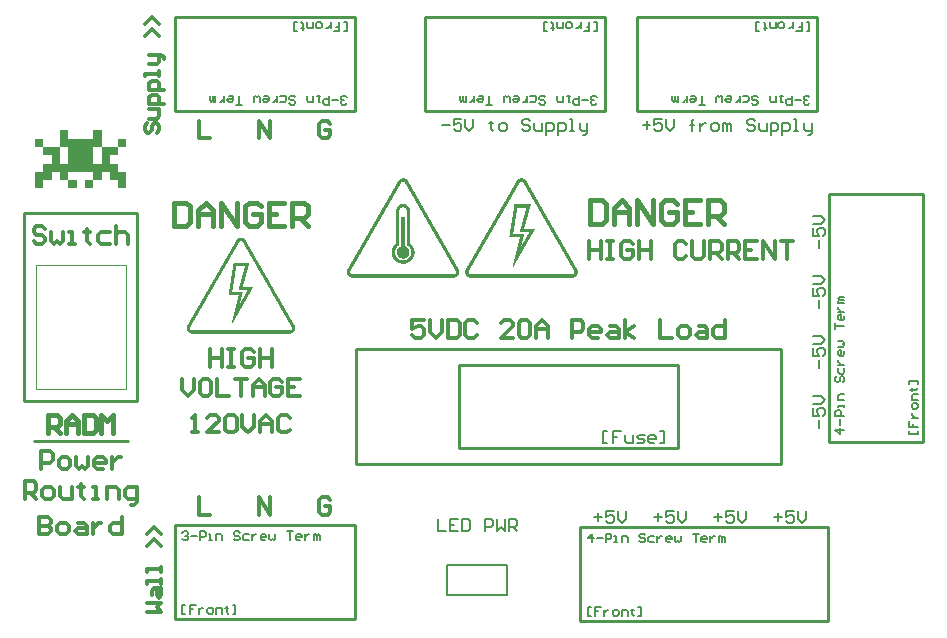
<source format=gbr>
%TF.GenerationSoftware,Altium Limited,Altium Designer,21.8.1 (53)*%
G04 Layer_Color=65535*
%FSLAX43Y43*%
%MOMM*%
%TF.SameCoordinates,B73FB20E-E6E7-419C-BECD-306DA7CCED71*%
%TF.FilePolarity,Positive*%
%TF.FileFunction,Legend,Top*%
%TF.Part,Single*%
G01*
G75*
%TA.AperFunction,NonConductor*%
%ADD11C,0.254*%
%ADD27C,0.200*%
%ADD28C,0.100*%
%ADD29C,0.400*%
%ADD30C,0.300*%
%ADD31C,0.180*%
%ADD32C,0.150*%
G36*
X8442Y41476D02*
X9847D01*
Y40773D01*
X9144D01*
Y40071D01*
X9847D01*
Y39368D01*
X10550D01*
Y37963D01*
X9847D01*
Y38665D01*
X9144D01*
Y39368D01*
X8442D01*
Y38665D01*
X7739D01*
Y39368D01*
X5631D01*
Y38665D01*
X6334D01*
Y37963D01*
X5631D01*
Y38665D01*
X4928D01*
Y39368D01*
X4225D01*
Y38665D01*
X3523D01*
Y37963D01*
X2820D01*
Y39368D01*
X3523D01*
Y40071D01*
X4225D01*
Y40773D01*
X3523D01*
Y41476D01*
X2820D01*
Y42179D01*
X3523D01*
Y41476D01*
X4928D01*
Y40071D01*
X5631D01*
Y41476D01*
X4928D01*
Y41630D01*
Y41637D01*
Y42882D01*
X5631D01*
Y42179D01*
X7739D01*
Y42882D01*
X8442D01*
Y41476D01*
D02*
G37*
G36*
X10550D02*
X9847D01*
Y42179D01*
X10550D01*
Y41476D01*
D02*
G37*
G36*
X7739Y38577D02*
Y38570D01*
Y37963D01*
X7036D01*
Y38665D01*
X7739D01*
Y38577D01*
D02*
G37*
G36*
X44034Y38824D02*
X44058D01*
Y38822D01*
X44085D01*
Y38819D01*
X44095D01*
Y38817D01*
X44109D01*
Y38814D01*
X44119D01*
Y38811D01*
X44130D01*
Y38808D01*
X44140D01*
Y38806D01*
X44146D01*
Y38803D01*
X44156D01*
Y38801D01*
X44162D01*
Y38798D01*
X44172D01*
Y38795D01*
X44178D01*
Y38793D01*
X44183D01*
Y38790D01*
X44191D01*
Y38787D01*
X44194D01*
Y38785D01*
X44202D01*
Y38782D01*
X44207D01*
Y38779D01*
X44212D01*
Y38777D01*
X44220D01*
Y38774D01*
X44223D01*
Y38771D01*
X44228D01*
Y38769D01*
X44234D01*
Y38766D01*
X44236D01*
Y38763D01*
X44242D01*
Y38761D01*
X44247D01*
Y38758D01*
X44252D01*
Y38755D01*
X44255D01*
Y38753D01*
X44260D01*
Y38750D01*
X44263D01*
Y38747D01*
X44268D01*
Y38745D01*
X44271D01*
Y38742D01*
X44274D01*
Y38739D01*
X44279D01*
Y38737D01*
X44282D01*
Y38734D01*
X44287D01*
Y38731D01*
X44290D01*
Y38729D01*
X44292D01*
Y38726D01*
X44298D01*
Y38723D01*
X44300D01*
Y38721D01*
X44303D01*
Y38718D01*
X44306D01*
Y38715D01*
X44308D01*
Y38713D01*
X44314D01*
Y38710D01*
X44316D01*
Y38707D01*
X44319D01*
Y38705D01*
X44322D01*
Y38702D01*
X44324D01*
Y38699D01*
X44327D01*
Y38697D01*
X44330D01*
Y38694D01*
X44332D01*
Y38691D01*
X44335D01*
Y38689D01*
X44338D01*
Y38686D01*
X44340D01*
Y38683D01*
X44343D01*
Y38681D01*
X44346D01*
Y38678D01*
X44348D01*
Y38675D01*
X44351D01*
Y38673D01*
X44354D01*
Y38670D01*
X44356D01*
Y38667D01*
X44359D01*
Y38662D01*
X44362D01*
Y38659D01*
X44364D01*
Y38657D01*
X44367D01*
Y38654D01*
X44370D01*
Y38649D01*
X44372D01*
Y38646D01*
X44375D01*
Y38643D01*
X44378D01*
Y38638D01*
X44380D01*
Y38635D01*
X44383D01*
Y38633D01*
X44386D01*
Y38630D01*
X44388D01*
Y38625D01*
X44391D01*
Y38619D01*
X44394D01*
Y38617D01*
X44396D01*
Y38611D01*
X44399D01*
Y38609D01*
X44402D01*
Y38603D01*
X44404D01*
Y38601D01*
X44407D01*
Y38595D01*
X44410D01*
Y38593D01*
X44412D01*
Y38590D01*
X44415D01*
Y38582D01*
X44418D01*
Y38577D01*
X44420D01*
Y38574D01*
X44423D01*
Y38569D01*
X44426D01*
Y38563D01*
X44428D01*
Y38558D01*
X44431D01*
Y38555D01*
X44434D01*
Y38550D01*
X44436D01*
Y38545D01*
X44439D01*
Y38542D01*
X44442D01*
Y38534D01*
X44444D01*
Y38531D01*
X44447D01*
Y38526D01*
X44450D01*
Y38523D01*
X44452D01*
Y38518D01*
X44455D01*
Y38513D01*
X44458D01*
Y38510D01*
X44460D01*
Y38502D01*
X44463D01*
Y38499D01*
X44466D01*
Y38494D01*
X44468D01*
Y38489D01*
X44471D01*
Y38486D01*
X44474D01*
Y38481D01*
X44476D01*
Y38475D01*
X44479D01*
Y38470D01*
X44482D01*
Y38467D01*
X44484D01*
Y38462D01*
X44487D01*
Y38457D01*
X44490D01*
Y38454D01*
X44492D01*
Y38446D01*
X44495D01*
Y38443D01*
X44498D01*
Y38438D01*
X44500D01*
Y38433D01*
X44503D01*
Y38430D01*
X44506D01*
Y38425D01*
X44508D01*
Y38422D01*
X44511D01*
Y38414D01*
X44514D01*
Y38411D01*
X44516D01*
Y38406D01*
X44519D01*
Y38401D01*
X44522D01*
Y38398D01*
X44524D01*
Y38393D01*
X44527D01*
Y38387D01*
X44530D01*
Y38382D01*
X44532D01*
Y38377D01*
X44535D01*
Y38374D01*
X44538D01*
Y38369D01*
X44540D01*
Y38366D01*
X44543D01*
Y38358D01*
X44546D01*
Y38355D01*
X44548D01*
Y38350D01*
X44551D01*
Y38345D01*
X44554D01*
Y38342D01*
X44556D01*
Y38334D01*
X44559D01*
Y38331D01*
X44562D01*
Y38329D01*
X44564D01*
Y38323D01*
X44567D01*
Y38318D01*
X44570D01*
Y38313D01*
X44572D01*
Y38310D01*
X44575D01*
Y38302D01*
X44578D01*
Y38299D01*
X44580D01*
Y38294D01*
X44583D01*
Y38289D01*
X44586D01*
Y38286D01*
X44588D01*
Y38281D01*
X44591D01*
Y38276D01*
X44594D01*
Y38270D01*
X44596D01*
Y38268D01*
X44599D01*
Y38262D01*
X44602D01*
Y38257D01*
X44604D01*
Y38254D01*
X44607D01*
Y38249D01*
X44610D01*
Y38244D01*
X44612D01*
Y38241D01*
X44615D01*
Y38233D01*
X44618D01*
Y38230D01*
X44620D01*
Y38225D01*
X44623D01*
Y38222D01*
X44626D01*
Y38214D01*
X44628D01*
Y38212D01*
X44631D01*
Y38209D01*
X44634D01*
Y38201D01*
X44636D01*
Y38198D01*
X44639D01*
Y38193D01*
X44642D01*
Y38188D01*
X44644D01*
Y38185D01*
X44647D01*
Y38180D01*
X44650D01*
Y38174D01*
X44652D01*
Y38169D01*
X44655D01*
Y38166D01*
X44658D01*
Y38161D01*
X44660D01*
Y38156D01*
X44663D01*
Y38153D01*
X44666D01*
Y38145D01*
X44668D01*
Y38142D01*
X44671D01*
Y38137D01*
X44674D01*
Y38132D01*
X44676D01*
Y38126D01*
X44679D01*
Y38124D01*
X44681D01*
Y38121D01*
X44684D01*
Y38113D01*
X44687D01*
Y38110D01*
X44689D01*
Y38105D01*
X44692D01*
Y38100D01*
X44695D01*
Y38097D01*
X44697D01*
Y38092D01*
X44700D01*
Y38086D01*
X44703D01*
Y38081D01*
X44705D01*
Y38078D01*
X44708D01*
Y38073D01*
X44711D01*
Y38068D01*
X44713D01*
Y38062D01*
X44716D01*
Y38057D01*
X44719D01*
Y38054D01*
X44721D01*
Y38049D01*
X44724D01*
Y38044D01*
X44727D01*
Y38041D01*
X44729D01*
Y38036D01*
X44732D01*
Y38030D01*
X44735D01*
Y38025D01*
X44737D01*
Y38022D01*
X44740D01*
Y38017D01*
X44743D01*
Y38012D01*
X44745D01*
Y38009D01*
X44748D01*
Y38001D01*
X44751D01*
Y37998D01*
X44753D01*
Y37993D01*
X44756D01*
Y37988D01*
X44759D01*
Y37985D01*
X44761D01*
Y37980D01*
X44764D01*
Y37974D01*
X44767D01*
Y37969D01*
X44769D01*
Y37966D01*
X44772D01*
Y37961D01*
X44775D01*
Y37956D01*
X44777D01*
Y37953D01*
X44780D01*
Y37945D01*
X44783D01*
Y37942D01*
X44785D01*
Y37937D01*
X44788D01*
Y37934D01*
X44791D01*
Y37929D01*
X44793D01*
Y37924D01*
X44796D01*
Y37921D01*
X44799D01*
Y37913D01*
X44801D01*
Y37910D01*
X44804D01*
Y37905D01*
X44807D01*
Y37900D01*
X44809D01*
Y37897D01*
X44812D01*
Y37892D01*
X44815D01*
Y37886D01*
X44817D01*
Y37881D01*
X44820D01*
Y37878D01*
X44823D01*
Y37873D01*
X44825D01*
Y37868D01*
X44828D01*
Y37865D01*
X44831D01*
Y37860D01*
X44833D01*
Y37854D01*
X44836D01*
Y37849D01*
X44839D01*
Y37844D01*
X44841D01*
Y37841D01*
X44844D01*
Y37836D01*
X44847D01*
Y37833D01*
X44849D01*
Y37825D01*
X44852D01*
Y37822D01*
X44855D01*
Y37817D01*
X44857D01*
Y37812D01*
X44860D01*
Y37809D01*
X44863D01*
Y37804D01*
X44865D01*
Y37798D01*
X44868D01*
Y37793D01*
X44871D01*
Y37790D01*
X44873D01*
Y37785D01*
X44876D01*
Y37780D01*
X44879D01*
Y37777D01*
X44881D01*
Y37772D01*
X44884D01*
Y37766D01*
X44887D01*
Y37761D01*
X44889D01*
Y37756D01*
X44892D01*
Y37753D01*
X44895D01*
Y37748D01*
X44897D01*
Y37742D01*
X44900D01*
Y37740D01*
X44903D01*
Y37735D01*
X44905D01*
Y37729D01*
X44908D01*
Y37724D01*
X44911D01*
Y37721D01*
X44913D01*
Y37716D01*
X44916D01*
Y37711D01*
X44919D01*
Y37705D01*
X44921D01*
Y37700D01*
X44924D01*
Y37697D01*
X44927D01*
Y37692D01*
X44929D01*
Y37687D01*
X44932D01*
Y37684D01*
X44935D01*
Y37679D01*
X44937D01*
Y37673D01*
X44940D01*
Y37668D01*
X44943D01*
Y37665D01*
X44945D01*
Y37660D01*
X44948D01*
Y37655D01*
X44951D01*
Y37652D01*
X44953D01*
Y37644D01*
X44956D01*
Y37641D01*
X44959D01*
Y37636D01*
X44961D01*
Y37633D01*
X44964D01*
Y37628D01*
X44967D01*
Y37623D01*
X44969D01*
Y37620D01*
X44972D01*
Y37612D01*
X44975D01*
Y37609D01*
X44977D01*
Y37604D01*
X44980D01*
Y37599D01*
X44983D01*
Y37596D01*
X44985D01*
Y37591D01*
X44988D01*
Y37585D01*
X44991D01*
Y37580D01*
X44993D01*
Y37577D01*
X44996D01*
Y37572D01*
X44999D01*
Y37567D01*
X45001D01*
Y37564D01*
X45004D01*
Y37556D01*
X45007D01*
Y37553D01*
X45009D01*
Y37548D01*
X45012D01*
Y37543D01*
X45015D01*
Y37540D01*
X45017D01*
Y37535D01*
X45020D01*
Y37532D01*
X45023D01*
Y37524D01*
X45025D01*
Y37521D01*
X45028D01*
Y37516D01*
X45031D01*
Y37511D01*
X45033D01*
Y37508D01*
X45036D01*
Y37503D01*
X45039D01*
Y37497D01*
X45041D01*
Y37492D01*
X45044D01*
Y37489D01*
X45047D01*
Y37484D01*
X45049D01*
Y37479D01*
X45052D01*
Y37476D01*
X45055D01*
Y37471D01*
X45057D01*
Y37465D01*
X45060D01*
Y37460D01*
X45063D01*
Y37455D01*
X45065D01*
Y37452D01*
X45068D01*
Y37447D01*
X45071D01*
Y37441D01*
X45073D01*
Y37436D01*
X45076D01*
Y37433D01*
X45079D01*
Y37428D01*
X45081D01*
Y37423D01*
X45084D01*
Y37420D01*
X45087D01*
Y37415D01*
X45089D01*
Y37409D01*
X45092D01*
Y37404D01*
X45095D01*
Y37399D01*
X45097D01*
Y37396D01*
X45100D01*
Y37391D01*
X45103D01*
Y37385D01*
X45105D01*
Y37383D01*
X45108D01*
Y37377D01*
X45111D01*
Y37372D01*
X45113D01*
Y37367D01*
X45116D01*
Y37364D01*
X45119D01*
Y37359D01*
X45121D01*
Y37353D01*
X45124D01*
Y37351D01*
X45127D01*
Y37343D01*
X45129D01*
Y37340D01*
X45132D01*
Y37335D01*
X45135D01*
Y37332D01*
X45137D01*
Y37327D01*
X45140D01*
Y37321D01*
X45143D01*
Y37316D01*
X45145D01*
Y37311D01*
X45148D01*
Y37308D01*
X45151D01*
Y37303D01*
X45153D01*
Y37297D01*
X45156D01*
Y37295D01*
X45159D01*
Y37289D01*
X45161D01*
Y37284D01*
X45164D01*
Y37279D01*
X45167D01*
Y37276D01*
X45169D01*
Y37271D01*
X45172D01*
Y37265D01*
X45175D01*
Y37263D01*
X45177D01*
Y37255D01*
X45180D01*
Y37252D01*
X45183D01*
Y37247D01*
X45185D01*
Y37244D01*
X45188D01*
Y37239D01*
X45191D01*
Y37233D01*
X45193D01*
Y37231D01*
X45196D01*
Y37223D01*
X45199D01*
Y37220D01*
X45201D01*
Y37215D01*
X45204D01*
Y37209D01*
X45207D01*
Y37207D01*
X45209D01*
Y37201D01*
X45212D01*
Y37196D01*
X45215D01*
Y37191D01*
X45217D01*
Y37188D01*
X45220D01*
Y37183D01*
X45222D01*
Y37178D01*
X45225D01*
Y37175D01*
X45228D01*
Y37167D01*
X45230D01*
Y37164D01*
X45233D01*
Y37159D01*
X45236D01*
Y37154D01*
X45238D01*
Y37151D01*
X45241D01*
Y37146D01*
X45244D01*
Y37140D01*
X45246D01*
Y37135D01*
X45249D01*
Y37132D01*
X45252D01*
Y37127D01*
X45254D01*
Y37122D01*
X45257D01*
Y37119D01*
X45260D01*
Y37111D01*
X45262D01*
Y37108D01*
X45265D01*
Y37103D01*
X45268D01*
Y37098D01*
X45270D01*
Y37095D01*
X45273D01*
Y37090D01*
X45276D01*
Y37084D01*
X45278D01*
Y37079D01*
X45281D01*
Y37076D01*
X45284D01*
Y37071D01*
X45286D01*
Y37066D01*
X45289D01*
Y37063D01*
X45292D01*
Y37055D01*
X45294D01*
Y37052D01*
X45297D01*
Y37047D01*
X45300D01*
Y37044D01*
X45302D01*
Y37039D01*
X45305D01*
Y37034D01*
X45308D01*
Y37031D01*
X45310D01*
Y37023D01*
X45313D01*
Y37020D01*
X45316D01*
Y37015D01*
X45318D01*
Y37010D01*
X45321D01*
Y37007D01*
X45324D01*
Y37002D01*
X45326D01*
Y36996D01*
X45329D01*
Y36991D01*
X45332D01*
Y36988D01*
X45334D01*
Y36983D01*
X45337D01*
Y36978D01*
X45340D01*
Y36975D01*
X45342D01*
Y36967D01*
X45345D01*
Y36964D01*
X45348D01*
Y36962D01*
X45350D01*
Y36954D01*
X45353D01*
Y36951D01*
X45356D01*
Y36946D01*
X45358D01*
Y36943D01*
X45361D01*
Y36935D01*
X45364D01*
Y36932D01*
X45366D01*
Y36927D01*
X45369D01*
Y36922D01*
X45372D01*
Y36919D01*
X45374D01*
Y36914D01*
X45377D01*
Y36908D01*
X45380D01*
Y36903D01*
X45382D01*
Y36900D01*
X45385D01*
Y36895D01*
X45388D01*
Y36890D01*
X45390D01*
Y36887D01*
X45393D01*
Y36882D01*
X45396D01*
Y36876D01*
X45398D01*
Y36874D01*
X45401D01*
Y36866D01*
X45404D01*
Y36863D01*
X45406D01*
Y36858D01*
X45409D01*
Y36852D01*
X45412D01*
Y36847D01*
X45414D01*
Y36844D01*
X45417D01*
Y36842D01*
X45420D01*
Y36834D01*
X45422D01*
Y36831D01*
X45425D01*
Y36826D01*
X45428D01*
Y36820D01*
X45430D01*
Y36815D01*
X45433D01*
Y36810D01*
X45436D01*
Y36807D01*
X45438D01*
Y36802D01*
X45441D01*
Y36799D01*
X45444D01*
Y36794D01*
X45446D01*
Y36788D01*
X45449D01*
Y36783D01*
X45452D01*
Y36778D01*
X45454D01*
Y36775D01*
X45457D01*
Y36770D01*
X45460D01*
Y36764D01*
X45462D01*
Y36762D01*
X45465D01*
Y36754D01*
X45468D01*
Y36751D01*
X45470D01*
Y36746D01*
X45473D01*
Y36743D01*
X45476D01*
Y36738D01*
X45478D01*
Y36732D01*
X45481D01*
Y36730D01*
X45484D01*
Y36722D01*
X45486D01*
Y36719D01*
X45489D01*
Y36714D01*
X45492D01*
Y36708D01*
X45494D01*
Y36706D01*
X45497D01*
Y36700D01*
X45500D01*
Y36695D01*
X45502D01*
Y36690D01*
X45505D01*
Y36687D01*
X45508D01*
Y36682D01*
X45510D01*
Y36676D01*
X45513D01*
Y36674D01*
X45516D01*
Y36666D01*
X45518D01*
Y36663D01*
X45521D01*
Y36658D01*
X45524D01*
Y36653D01*
X45526D01*
Y36650D01*
X45529D01*
Y36645D01*
X45532D01*
Y36642D01*
X45534D01*
Y36634D01*
X45537D01*
Y36631D01*
X45540D01*
Y36626D01*
X45542D01*
Y36621D01*
X45545D01*
Y36618D01*
X45548D01*
Y36613D01*
X45550D01*
Y36607D01*
X45553D01*
Y36602D01*
X45556D01*
Y36599D01*
X45558D01*
Y36594D01*
X45561D01*
Y36589D01*
X45564D01*
Y36586D01*
X45566D01*
Y36581D01*
X45569D01*
Y36575D01*
X45572D01*
Y36570D01*
X45574D01*
Y36565D01*
X45577D01*
Y36562D01*
X45580D01*
Y36557D01*
X45582D01*
Y36551D01*
X45585D01*
Y36546D01*
X45588D01*
Y36543D01*
X45590D01*
Y36538D01*
X45593D01*
Y36533D01*
X45596D01*
Y36530D01*
X45598D01*
Y36525D01*
X45601D01*
Y36519D01*
X45604D01*
Y36514D01*
X45606D01*
Y36511D01*
X45609D01*
Y36506D01*
X45612D01*
Y36501D01*
X45614D01*
Y36498D01*
X45617D01*
Y36493D01*
X45620D01*
Y36487D01*
X45622D01*
Y36482D01*
X45625D01*
Y36477D01*
X45628D01*
Y36474D01*
X45630D01*
Y36469D01*
X45633D01*
Y36463D01*
X45636D01*
Y36461D01*
X45638D01*
Y36455D01*
X45641D01*
Y36450D01*
X45644D01*
Y36445D01*
X45646D01*
Y36442D01*
X45649D01*
Y36437D01*
X45652D01*
Y36431D01*
X45654D01*
Y36426D01*
X45657D01*
Y36421D01*
X45660D01*
Y36418D01*
X45662D01*
Y36413D01*
X45665D01*
Y36407D01*
X45668D01*
Y36405D01*
X45670D01*
Y36399D01*
X45673D01*
Y36394D01*
X45676D01*
Y36389D01*
X45678D01*
Y36386D01*
X45681D01*
Y36381D01*
X45684D01*
Y36375D01*
X45686D01*
Y36373D01*
X45689D01*
Y36365D01*
X45692D01*
Y36362D01*
X45694D01*
Y36357D01*
X45697D01*
Y36354D01*
X45700D01*
Y36349D01*
X45702D01*
Y36343D01*
X45705D01*
Y36338D01*
X45708D01*
Y36333D01*
X45710D01*
Y36330D01*
X45713D01*
Y36325D01*
X45716D01*
Y36319D01*
X45718D01*
Y36317D01*
X45721D01*
Y36311D01*
X45724D01*
Y36306D01*
X45726D01*
Y36301D01*
X45729D01*
Y36298D01*
X45732D01*
Y36293D01*
X45734D01*
Y36287D01*
X45737D01*
Y36285D01*
X45740D01*
Y36277D01*
X45742D01*
Y36274D01*
X45745D01*
Y36269D01*
X45748D01*
Y36263D01*
X45750D01*
Y36261D01*
X45753D01*
Y36255D01*
X45756D01*
Y36253D01*
X45758D01*
Y36245D01*
X45761D01*
Y36242D01*
X45763D01*
Y36237D01*
X45766D01*
Y36231D01*
X45769D01*
Y36229D01*
X45771D01*
Y36223D01*
X45774D01*
Y36218D01*
X45777D01*
Y36213D01*
X45779D01*
Y36210D01*
X45782D01*
Y36205D01*
X45785D01*
Y36199D01*
X45787D01*
Y36197D01*
X45790D01*
Y36189D01*
X45793D01*
Y36186D01*
X45795D01*
Y36181D01*
X45798D01*
Y36175D01*
X45801D01*
Y36173D01*
X45803D01*
Y36167D01*
X45806D01*
Y36162D01*
X45809D01*
Y36157D01*
X45811D01*
Y36154D01*
X45814D01*
Y36149D01*
X45817D01*
Y36143D01*
X45819D01*
Y36141D01*
X45822D01*
Y36135D01*
X45825D01*
Y36130D01*
X45827D01*
Y36125D01*
X45830D01*
Y36119D01*
X45833D01*
Y36117D01*
X45835D01*
Y36111D01*
X45838D01*
Y36106D01*
X45841D01*
Y36104D01*
X45843D01*
Y36098D01*
X45846D01*
Y36093D01*
X45849D01*
Y36088D01*
X45851D01*
Y36085D01*
X45854D01*
Y36077D01*
X45857D01*
Y36074D01*
X45859D01*
Y36072D01*
X45862D01*
Y36064D01*
X45865D01*
Y36061D01*
X45867D01*
Y36056D01*
X45870D01*
Y36053D01*
X45873D01*
Y36045D01*
X45875D01*
Y36042D01*
X45878D01*
Y36037D01*
X45881D01*
Y36032D01*
X45883D01*
Y36029D01*
X45886D01*
Y36024D01*
X45889D01*
Y36018D01*
X45891D01*
Y36016D01*
X45894D01*
Y36010D01*
X45897D01*
Y36005D01*
X45899D01*
Y36000D01*
X45902D01*
Y35997D01*
X45905D01*
Y35992D01*
X45907D01*
Y35986D01*
X45910D01*
Y35984D01*
X45913D01*
Y35976D01*
X45915D01*
Y35973D01*
X45918D01*
Y35968D01*
X45921D01*
Y35962D01*
X45923D01*
Y35960D01*
X45926D01*
Y35954D01*
X45929D01*
Y35949D01*
X45931D01*
Y35944D01*
X45934D01*
Y35941D01*
X45937D01*
Y35936D01*
X45939D01*
Y35930D01*
X45942D01*
Y35928D01*
X45945D01*
Y35922D01*
X45947D01*
Y35917D01*
X45950D01*
Y35912D01*
X45953D01*
Y35909D01*
X45955D01*
Y35904D01*
X45958D01*
Y35898D01*
X45961D01*
Y35896D01*
X45963D01*
Y35888D01*
X45966D01*
Y35885D01*
X45969D01*
Y35880D01*
X45971D01*
Y35874D01*
X45974D01*
Y35872D01*
X45977D01*
Y35866D01*
X45979D01*
Y35861D01*
X45982D01*
Y35856D01*
X45985D01*
Y35853D01*
X45987D01*
Y35848D01*
X45990D01*
Y35842D01*
X45993D01*
Y35840D01*
X45995D01*
Y35832D01*
X45998D01*
Y35829D01*
X46001D01*
Y35824D01*
X46003D01*
Y35818D01*
X46006D01*
Y35816D01*
X46009D01*
Y35810D01*
X46011D01*
Y35805D01*
X46014D01*
Y35800D01*
X46017D01*
Y35797D01*
X46019D01*
Y35792D01*
X46022D01*
Y35786D01*
X46025D01*
Y35784D01*
X46027D01*
Y35776D01*
X46030D01*
Y35773D01*
X46033D01*
Y35768D01*
X46035D01*
Y35762D01*
X46038D01*
Y35760D01*
X46041D01*
Y35754D01*
X46043D01*
Y35752D01*
X46046D01*
Y35744D01*
X46049D01*
Y35741D01*
X46051D01*
Y35736D01*
X46054D01*
Y35730D01*
X46057D01*
Y35728D01*
X46059D01*
Y35722D01*
X46062D01*
Y35717D01*
X46065D01*
Y35712D01*
X46067D01*
Y35709D01*
X46070D01*
Y35704D01*
X46073D01*
Y35698D01*
X46075D01*
Y35696D01*
X46078D01*
Y35688D01*
X46081D01*
Y35685D01*
X46083D01*
Y35680D01*
X46086D01*
Y35674D01*
X46089D01*
Y35672D01*
X46091D01*
Y35666D01*
X46094D01*
Y35664D01*
X46097D01*
Y35656D01*
X46099D01*
Y35653D01*
X46102D01*
Y35648D01*
X46105D01*
Y35642D01*
X46107D01*
Y35640D01*
X46110D01*
Y35634D01*
X46113D01*
Y35629D01*
X46115D01*
Y35624D01*
X46118D01*
Y35621D01*
X46121D01*
Y35616D01*
X46123D01*
Y35610D01*
X46126D01*
Y35608D01*
X46129D01*
Y35602D01*
X46131D01*
Y35597D01*
X46134D01*
Y35592D01*
X46137D01*
Y35586D01*
X46139D01*
Y35584D01*
X46142D01*
Y35578D01*
X46145D01*
Y35573D01*
X46147D01*
Y35568D01*
X46150D01*
Y35565D01*
X46153D01*
Y35560D01*
X46155D01*
Y35555D01*
X46158D01*
Y35552D01*
X46161D01*
Y35547D01*
X46163D01*
Y35541D01*
X46166D01*
Y35536D01*
X46169D01*
Y35531D01*
X46171D01*
Y35528D01*
X46174D01*
Y35523D01*
X46177D01*
Y35517D01*
X46179D01*
Y35515D01*
X46182D01*
Y35509D01*
X46185D01*
Y35504D01*
X46187D01*
Y35499D01*
X46190D01*
Y35496D01*
X46193D01*
Y35491D01*
X46195D01*
Y35485D01*
X46198D01*
Y35483D01*
X46201D01*
Y35475D01*
X46203D01*
Y35472D01*
X46206D01*
Y35467D01*
X46209D01*
Y35464D01*
X46211D01*
Y35459D01*
X46214D01*
Y35453D01*
X46217D01*
Y35448D01*
X46219D01*
Y35443D01*
X46222D01*
Y35440D01*
X46225D01*
Y35435D01*
X46227D01*
Y35429D01*
X46230D01*
Y35427D01*
X46233D01*
Y35421D01*
X46235D01*
Y35416D01*
X46238D01*
Y35411D01*
X46241D01*
Y35408D01*
X46243D01*
Y35403D01*
X46246D01*
Y35397D01*
X46249D01*
Y35395D01*
X46251D01*
Y35387D01*
X46254D01*
Y35384D01*
X46257D01*
Y35379D01*
X46259D01*
Y35373D01*
X46262D01*
Y35371D01*
X46265D01*
Y35365D01*
X46267D01*
Y35360D01*
X46270D01*
Y35355D01*
X46273D01*
Y35352D01*
X46275D01*
Y35347D01*
X46278D01*
Y35341D01*
X46281D01*
Y35339D01*
X46283D01*
Y35333D01*
X46286D01*
Y35328D01*
X46289D01*
Y35323D01*
X46291D01*
Y35320D01*
X46294D01*
Y35315D01*
X46297D01*
Y35309D01*
X46299D01*
Y35307D01*
X46302D01*
Y35299D01*
X46305D01*
Y35296D01*
X46307D01*
Y35291D01*
X46310D01*
Y35285D01*
X46312D01*
Y35283D01*
X46315D01*
Y35277D01*
X46318D01*
Y35272D01*
X46320D01*
Y35267D01*
X46323D01*
Y35264D01*
X46326D01*
Y35259D01*
X46328D01*
Y35253D01*
X46331D01*
Y35251D01*
X46334D01*
Y35245D01*
X46336D01*
Y35240D01*
X46339D01*
Y35235D01*
X46342D01*
Y35229D01*
X46344D01*
Y35227D01*
X46347D01*
Y35221D01*
X46350D01*
Y35219D01*
X46352D01*
Y35213D01*
X46355D01*
Y35208D01*
X46358D01*
Y35203D01*
X46360D01*
Y35197D01*
X46363D01*
Y35195D01*
X46366D01*
Y35189D01*
X46368D01*
Y35184D01*
X46371D01*
Y35179D01*
X46374D01*
Y35173D01*
X46376D01*
Y35171D01*
X46379D01*
Y35165D01*
X46382D01*
Y35163D01*
X46384D01*
Y35157D01*
X46387D01*
Y35152D01*
X46390D01*
Y35147D01*
X46392D01*
Y35141D01*
X46395D01*
Y35139D01*
X46398D01*
Y35133D01*
X46400D01*
Y35128D01*
X46403D01*
Y35125D01*
X46406D01*
Y35120D01*
X46408D01*
Y35115D01*
X46411D01*
Y35109D01*
X46414D01*
Y35107D01*
X46416D01*
Y35101D01*
X46419D01*
Y35096D01*
X46422D01*
Y35093D01*
X46424D01*
Y35085D01*
X46427D01*
Y35083D01*
X46430D01*
Y35077D01*
X46432D01*
Y35075D01*
X46435D01*
Y35069D01*
X46438D01*
Y35064D01*
X46440D01*
Y35059D01*
X46443D01*
Y35053D01*
X46446D01*
Y35051D01*
X46448D01*
Y35045D01*
X46451D01*
Y35040D01*
X46454D01*
Y35037D01*
X46456D01*
Y35032D01*
X46459D01*
Y35027D01*
X46462D01*
Y35021D01*
X46464D01*
Y35019D01*
X46467D01*
Y35014D01*
X46470D01*
Y35008D01*
X46472D01*
Y35006D01*
X46475D01*
Y34998D01*
X46478D01*
Y34995D01*
X46480D01*
Y34990D01*
X46483D01*
Y34984D01*
X46486D01*
Y34982D01*
X46488D01*
Y34976D01*
X46491D01*
Y34971D01*
X46494D01*
Y34966D01*
X46496D01*
Y34963D01*
X46499D01*
Y34958D01*
X46502D01*
Y34952D01*
X46504D01*
Y34950D01*
X46507D01*
Y34944D01*
X46510D01*
Y34939D01*
X46512D01*
Y34934D01*
X46515D01*
Y34931D01*
X46518D01*
Y34926D01*
X46520D01*
Y34920D01*
X46523D01*
Y34918D01*
X46526D01*
Y34910D01*
X46528D01*
Y34907D01*
X46531D01*
Y34902D01*
X46534D01*
Y34896D01*
X46536D01*
Y34894D01*
X46539D01*
Y34888D01*
X46542D01*
Y34883D01*
X46544D01*
Y34878D01*
X46547D01*
Y34875D01*
X46550D01*
Y34870D01*
X46552D01*
Y34864D01*
X46555D01*
Y34862D01*
X46558D01*
Y34854D01*
X46560D01*
Y34851D01*
X46563D01*
Y34846D01*
X46566D01*
Y34840D01*
X46568D01*
Y34838D01*
X46571D01*
Y34832D01*
X46574D01*
Y34827D01*
X46576D01*
Y34822D01*
X46579D01*
Y34819D01*
X46582D01*
Y34814D01*
X46584D01*
Y34808D01*
X46587D01*
Y34806D01*
X46590D01*
Y34798D01*
X46592D01*
Y34795D01*
X46595D01*
Y34792D01*
X46598D01*
Y34784D01*
X46600D01*
Y34782D01*
X46603D01*
Y34776D01*
X46606D01*
Y34774D01*
X46608D01*
Y34766D01*
X46611D01*
Y34763D01*
X46614D01*
Y34758D01*
X46616D01*
Y34752D01*
X46619D01*
Y34750D01*
X46622D01*
Y34744D01*
X46624D01*
Y34739D01*
X46627D01*
Y34736D01*
X46630D01*
Y34731D01*
X46632D01*
Y34726D01*
X46635D01*
Y34720D01*
X46638D01*
Y34718D01*
X46640D01*
Y34710D01*
X46643D01*
Y34707D01*
X46646D01*
Y34704D01*
X46648D01*
Y34696D01*
X46651D01*
Y34694D01*
X46654D01*
Y34688D01*
X46656D01*
Y34683D01*
X46659D01*
Y34678D01*
X46662D01*
Y34675D01*
X46664D01*
Y34670D01*
X46667D01*
Y34664D01*
X46670D01*
Y34662D01*
X46672D01*
Y34656D01*
X46675D01*
Y34651D01*
X46678D01*
Y34646D01*
X46680D01*
Y34643D01*
X46683D01*
Y34638D01*
X46686D01*
Y34632D01*
X46688D01*
Y34630D01*
X46691D01*
Y34624D01*
X46694D01*
Y34619D01*
X46696D01*
Y34616D01*
X46699D01*
Y34608D01*
X46702D01*
Y34606D01*
X46704D01*
Y34600D01*
X46707D01*
Y34595D01*
X46710D01*
Y34592D01*
X46712D01*
Y34587D01*
X46715D01*
Y34582D01*
X46718D01*
Y34576D01*
X46720D01*
Y34574D01*
X46723D01*
Y34568D01*
X46726D01*
Y34563D01*
X46728D01*
Y34560D01*
X46731D01*
Y34552D01*
X46734D01*
Y34550D01*
X46736D01*
Y34544D01*
X46739D01*
Y34539D01*
X46742D01*
Y34536D01*
X46744D01*
Y34531D01*
X46747D01*
Y34526D01*
X46750D01*
Y34520D01*
X46752D01*
Y34518D01*
X46755D01*
Y34512D01*
X46758D01*
Y34507D01*
X46760D01*
Y34504D01*
X46763D01*
Y34496D01*
X46766D01*
Y34494D01*
X46768D01*
Y34488D01*
X46771D01*
Y34483D01*
X46774D01*
Y34480D01*
X46776D01*
Y34475D01*
X46779D01*
Y34472D01*
X46782D01*
Y34465D01*
X46784D01*
Y34462D01*
X46787D01*
Y34457D01*
X46790D01*
Y34451D01*
X46792D01*
Y34449D01*
X46795D01*
Y34443D01*
X46798D01*
Y34438D01*
X46800D01*
Y34433D01*
X46803D01*
Y34430D01*
X46806D01*
Y34425D01*
X46808D01*
Y34419D01*
X46811D01*
Y34417D01*
X46814D01*
Y34409D01*
X46816D01*
Y34406D01*
X46819D01*
Y34401D01*
X46822D01*
Y34395D01*
X46824D01*
Y34393D01*
X46827D01*
Y34387D01*
X46830D01*
Y34382D01*
X46832D01*
Y34377D01*
X46835D01*
Y34374D01*
X46838D01*
Y34369D01*
X46840D01*
Y34363D01*
X46843D01*
Y34361D01*
X46846D01*
Y34355D01*
X46848D01*
Y34350D01*
X46851D01*
Y34345D01*
X46853D01*
Y34342D01*
X46856D01*
Y34337D01*
X46859D01*
Y34331D01*
X46861D01*
Y34329D01*
X46864D01*
Y34323D01*
X46867D01*
Y34318D01*
X46869D01*
Y34313D01*
X46872D01*
Y34307D01*
X46875D01*
Y34305D01*
X46877D01*
Y34299D01*
X46880D01*
Y34294D01*
X46883D01*
Y34289D01*
X46885D01*
Y34286D01*
X46888D01*
Y34281D01*
X46891D01*
Y34275D01*
X46893D01*
Y34273D01*
X46896D01*
Y34267D01*
X46899D01*
Y34262D01*
X46901D01*
Y34257D01*
X46904D01*
Y34251D01*
X46907D01*
Y34249D01*
X46909D01*
Y34243D01*
X46912D01*
Y34238D01*
X46915D01*
Y34235D01*
X46917D01*
Y34230D01*
X46920D01*
Y34225D01*
X46923D01*
Y34219D01*
X46925D01*
Y34217D01*
X46928D01*
Y34211D01*
X46931D01*
Y34206D01*
X46933D01*
Y34203D01*
X46936D01*
Y34195D01*
X46939D01*
Y34193D01*
X46941D01*
Y34187D01*
X46944D01*
Y34185D01*
X46947D01*
Y34179D01*
X46949D01*
Y34174D01*
X46952D01*
Y34169D01*
X46955D01*
Y34163D01*
X46957D01*
Y34161D01*
X46960D01*
Y34155D01*
X46963D01*
Y34150D01*
X46965D01*
Y34147D01*
X46968D01*
Y34142D01*
X46971D01*
Y34137D01*
X46973D01*
Y34131D01*
X46976D01*
Y34129D01*
X46979D01*
Y34123D01*
X46981D01*
Y34118D01*
X46984D01*
Y34115D01*
X46987D01*
Y34107D01*
X46989D01*
Y34105D01*
X46992D01*
Y34099D01*
X46995D01*
Y34094D01*
X46997D01*
Y34091D01*
X47000D01*
Y34086D01*
X47003D01*
Y34081D01*
X47005D01*
Y34075D01*
X47008D01*
Y34073D01*
X47011D01*
Y34067D01*
X47013D01*
Y34062D01*
X47016D01*
Y34059D01*
X47019D01*
Y34054D01*
X47021D01*
Y34049D01*
X47024D01*
Y34043D01*
X47027D01*
Y34041D01*
X47029D01*
Y34035D01*
X47032D01*
Y34030D01*
X47035D01*
Y34027D01*
X47037D01*
Y34019D01*
X47040D01*
Y34017D01*
X47043D01*
Y34011D01*
X47045D01*
Y34006D01*
X47048D01*
Y34003D01*
X47051D01*
Y33998D01*
X47053D01*
Y33993D01*
X47056D01*
Y33987D01*
X47059D01*
Y33985D01*
X47061D01*
Y33979D01*
X47064D01*
Y33974D01*
X47067D01*
Y33971D01*
X47069D01*
Y33966D01*
X47072D01*
Y33961D01*
X47075D01*
Y33955D01*
X47077D01*
Y33950D01*
X47080D01*
Y33947D01*
X47083D01*
Y33942D01*
X47085D01*
Y33937D01*
X47088D01*
Y33934D01*
X47091D01*
Y33929D01*
X47093D01*
Y33924D01*
X47096D01*
Y33918D01*
X47099D01*
Y33916D01*
X47101D01*
Y33910D01*
X47104D01*
Y33905D01*
X47107D01*
Y33900D01*
X47109D01*
Y33894D01*
X47112D01*
Y33892D01*
X47115D01*
Y33886D01*
X47117D01*
Y33884D01*
X47120D01*
Y33878D01*
X47123D01*
Y33873D01*
X47125D01*
Y33868D01*
X47128D01*
Y33862D01*
X47131D01*
Y33860D01*
X47133D01*
Y33854D01*
X47136D01*
Y33849D01*
X47139D01*
Y33846D01*
X47141D01*
Y33841D01*
X47144D01*
Y33836D01*
X47147D01*
Y33830D01*
X47149D01*
Y33828D01*
X47152D01*
Y33820D01*
X47155D01*
Y33817D01*
X47157D01*
Y33814D01*
X47160D01*
Y33806D01*
X47163D01*
Y33804D01*
X47165D01*
Y33798D01*
X47168D01*
Y33793D01*
X47171D01*
Y33790D01*
X47173D01*
Y33785D01*
X47176D01*
Y33780D01*
X47179D01*
Y33774D01*
X47181D01*
Y33772D01*
X47184D01*
Y33766D01*
X47187D01*
Y33761D01*
X47189D01*
Y33758D01*
X47192D01*
Y33753D01*
X47195D01*
Y33748D01*
X47197D01*
Y33742D01*
X47200D01*
Y33740D01*
X47203D01*
Y33734D01*
X47205D01*
Y33729D01*
X47208D01*
Y33726D01*
X47211D01*
Y33718D01*
X47213D01*
Y33716D01*
X47216D01*
Y33710D01*
X47219D01*
Y33705D01*
X47221D01*
Y33702D01*
X47224D01*
Y33697D01*
X47227D01*
Y33692D01*
X47229D01*
Y33686D01*
X47232D01*
Y33684D01*
X47235D01*
Y33678D01*
X47237D01*
Y33673D01*
X47240D01*
Y33670D01*
X47243D01*
Y33662D01*
X47245D01*
Y33660D01*
X47248D01*
Y33654D01*
X47251D01*
Y33649D01*
X47253D01*
Y33646D01*
X47256D01*
Y33641D01*
X47259D01*
Y33638D01*
X47261D01*
Y33630D01*
X47264D01*
Y33628D01*
X47267D01*
Y33622D01*
X47269D01*
Y33617D01*
X47272D01*
Y33614D01*
X47275D01*
Y33606D01*
X47277D01*
Y33604D01*
X47280D01*
Y33598D01*
X47283D01*
Y33596D01*
X47285D01*
Y33590D01*
X47288D01*
Y33585D01*
X47291D01*
Y33582D01*
X47293D01*
Y33574D01*
X47296D01*
Y33572D01*
X47299D01*
Y33566D01*
X47301D01*
Y33561D01*
X47304D01*
Y33558D01*
X47307D01*
Y33553D01*
X47309D01*
Y33548D01*
X47312D01*
Y33542D01*
X47315D01*
Y33540D01*
X47317D01*
Y33534D01*
X47320D01*
Y33529D01*
X47323D01*
Y33526D01*
X47325D01*
Y33518D01*
X47328D01*
Y33516D01*
X47331D01*
Y33510D01*
X47333D01*
Y33505D01*
X47336D01*
Y33502D01*
X47339D01*
Y33497D01*
X47341D01*
Y33492D01*
X47344D01*
Y33486D01*
X47347D01*
Y33484D01*
X47349D01*
Y33478D01*
X47352D01*
Y33473D01*
X47355D01*
Y33470D01*
X47357D01*
Y33465D01*
X47360D01*
Y33460D01*
X47363D01*
Y33454D01*
X47365D01*
Y33452D01*
X47368D01*
Y33446D01*
X47371D01*
Y33441D01*
X47373D01*
Y33438D01*
X47376D01*
Y33430D01*
X47379D01*
Y33428D01*
X47381D01*
Y33425D01*
X47384D01*
Y33417D01*
X47387D01*
Y33414D01*
X47389D01*
Y33409D01*
X47392D01*
Y33404D01*
X47394D01*
Y33398D01*
X47397D01*
Y33396D01*
X47400D01*
Y33390D01*
X47402D01*
Y33385D01*
X47405D01*
Y33383D01*
X47408D01*
Y33377D01*
X47410D01*
Y33372D01*
X47413D01*
Y33367D01*
X47416D01*
Y33361D01*
X47418D01*
Y33359D01*
X47421D01*
Y33353D01*
X47424D01*
Y33351D01*
X47426D01*
Y33345D01*
X47429D01*
Y33340D01*
X47432D01*
Y33335D01*
X47434D01*
Y33329D01*
X47437D01*
Y33327D01*
X47440D01*
Y33321D01*
X47442D01*
Y33316D01*
X47445D01*
Y33311D01*
X47448D01*
Y33308D01*
X47450D01*
Y33303D01*
X47453D01*
Y33297D01*
X47456D01*
Y33295D01*
X47458D01*
Y33289D01*
X47461D01*
Y33284D01*
X47464D01*
Y33279D01*
X47466D01*
Y33273D01*
X47469D01*
Y33271D01*
X47472D01*
Y33265D01*
X47474D01*
Y33260D01*
X47477D01*
Y33257D01*
X47480D01*
Y33252D01*
X47482D01*
Y33247D01*
X47485D01*
Y33241D01*
X47488D01*
Y33239D01*
X47490D01*
Y33233D01*
X47493D01*
Y33228D01*
X47496D01*
Y33225D01*
X47498D01*
Y33217D01*
X47501D01*
Y33215D01*
X47504D01*
Y33209D01*
X47506D01*
Y33204D01*
X47509D01*
Y33201D01*
X47512D01*
Y33196D01*
X47514D01*
Y33191D01*
X47517D01*
Y33185D01*
X47520D01*
Y33183D01*
X47522D01*
Y33177D01*
X47525D01*
Y33172D01*
X47528D01*
Y33169D01*
X47530D01*
Y33164D01*
X47533D01*
Y33159D01*
X47536D01*
Y33153D01*
X47538D01*
Y33151D01*
X47541D01*
Y33145D01*
X47544D01*
Y33140D01*
X47546D01*
Y33137D01*
X47549D01*
Y33129D01*
X47552D01*
Y33127D01*
X47554D01*
Y33121D01*
X47557D01*
Y33116D01*
X47560D01*
Y33113D01*
X47562D01*
Y33108D01*
X47565D01*
Y33103D01*
X47568D01*
Y33097D01*
X47570D01*
Y33095D01*
X47573D01*
Y33089D01*
X47576D01*
Y33084D01*
X47578D01*
Y33081D01*
X47581D01*
Y33076D01*
X47584D01*
Y33071D01*
X47586D01*
Y33065D01*
X47589D01*
Y33063D01*
X47592D01*
Y33057D01*
X47594D01*
Y33052D01*
X47597D01*
Y33049D01*
X47600D01*
Y33041D01*
X47602D01*
Y33039D01*
X47605D01*
Y33033D01*
X47608D01*
Y33028D01*
X47610D01*
Y33025D01*
X47613D01*
Y33020D01*
X47616D01*
Y33015D01*
X47618D01*
Y33009D01*
X47621D01*
Y33007D01*
X47624D01*
Y33001D01*
X47626D01*
Y32996D01*
X47629D01*
Y32993D01*
X47632D01*
Y32988D01*
X47634D01*
Y32983D01*
X47637D01*
Y32977D01*
X47640D01*
Y32972D01*
X47642D01*
Y32969D01*
X47645D01*
Y32964D01*
X47648D01*
Y32959D01*
X47650D01*
Y32956D01*
X47653D01*
Y32951D01*
X47656D01*
Y32945D01*
X47658D01*
Y32940D01*
X47661D01*
Y32937D01*
X47664D01*
Y32932D01*
X47666D01*
Y32927D01*
X47669D01*
Y32924D01*
X47672D01*
Y32916D01*
X47674D01*
Y32913D01*
X47677D01*
Y32908D01*
X47680D01*
Y32903D01*
X47682D01*
Y32900D01*
X47685D01*
Y32895D01*
X47688D01*
Y32889D01*
X47690D01*
Y32884D01*
X47693D01*
Y32881D01*
X47696D01*
Y32876D01*
X47698D01*
Y32871D01*
X47701D01*
Y32868D01*
X47704D01*
Y32863D01*
X47706D01*
Y32857D01*
X47709D01*
Y32852D01*
X47712D01*
Y32850D01*
X47714D01*
Y32844D01*
X47717D01*
Y32839D01*
X47720D01*
Y32836D01*
X47722D01*
Y32828D01*
X47725D01*
Y32826D01*
X47728D01*
Y32820D01*
X47730D01*
Y32815D01*
X47733D01*
Y32812D01*
X47736D01*
Y32807D01*
X47738D01*
Y32802D01*
X47741D01*
Y32796D01*
X47744D01*
Y32794D01*
X47746D01*
Y32788D01*
X47749D01*
Y32783D01*
X47752D01*
Y32780D01*
X47754D01*
Y32775D01*
X47757D01*
Y32770D01*
X47760D01*
Y32764D01*
X47762D01*
Y32762D01*
X47765D01*
Y32756D01*
X47768D01*
Y32751D01*
X47770D01*
Y32748D01*
X47773D01*
Y32740D01*
X47776D01*
Y32738D01*
X47778D01*
Y32732D01*
X47781D01*
Y32727D01*
X47784D01*
Y32724D01*
X47786D01*
Y32719D01*
X47789D01*
Y32714D01*
X47792D01*
Y32708D01*
X47794D01*
Y32706D01*
X47797D01*
Y32700D01*
X47800D01*
Y32695D01*
X47802D01*
Y32692D01*
X47805D01*
Y32687D01*
X47808D01*
Y32682D01*
X47810D01*
Y32676D01*
X47813D01*
Y32671D01*
X47816D01*
Y32668D01*
X47818D01*
Y32663D01*
X47821D01*
Y32658D01*
X47824D01*
Y32652D01*
X47826D01*
Y32650D01*
X47829D01*
Y32644D01*
X47832D01*
Y32639D01*
X47834D01*
Y32636D01*
X47837D01*
Y32631D01*
X47840D01*
Y32626D01*
X47842D01*
Y32620D01*
X47845D01*
Y32615D01*
X47848D01*
Y32612D01*
X47850D01*
Y32607D01*
X47853D01*
Y32604D01*
X47856D01*
Y32596D01*
X47858D01*
Y32594D01*
X47861D01*
Y32588D01*
X47864D01*
Y32583D01*
X47866D01*
Y32580D01*
X47869D01*
Y32575D01*
X47872D01*
Y32570D01*
X47874D01*
Y32567D01*
X47877D01*
Y32562D01*
X47880D01*
Y32556D01*
X47882D01*
Y32551D01*
X47885D01*
Y32548D01*
X47888D01*
Y32540D01*
X47890D01*
Y32538D01*
X47893D01*
Y32535D01*
X47896D01*
Y32527D01*
X47898D01*
Y32524D01*
X47901D01*
Y32519D01*
X47904D01*
Y32514D01*
X47906D01*
Y32508D01*
X47909D01*
Y32506D01*
X47912D01*
Y32500D01*
X47914D01*
Y32495D01*
X47917D01*
Y32492D01*
X47919D01*
Y32487D01*
X47922D01*
Y32482D01*
X47925D01*
Y32479D01*
X47928D01*
Y32474D01*
X47930D01*
Y32468D01*
X47933D01*
Y32463D01*
X47935D01*
Y32460D01*
X47938D01*
Y32452D01*
X47941D01*
Y32450D01*
X47943D01*
Y32447D01*
X47946D01*
Y32439D01*
X47949D01*
Y32436D01*
X47951D01*
Y32431D01*
X47954D01*
Y32426D01*
X47957D01*
Y32423D01*
X47959D01*
Y32418D01*
X47962D01*
Y32412D01*
X47965D01*
Y32407D01*
X47967D01*
Y32404D01*
X47970D01*
Y32399D01*
X47973D01*
Y32394D01*
X47975D01*
Y32391D01*
X47978D01*
Y32383D01*
X47981D01*
Y32380D01*
X47983D01*
Y32375D01*
X47986D01*
Y32370D01*
X47989D01*
Y32367D01*
X47991D01*
Y32362D01*
X47994D01*
Y32356D01*
X47997D01*
Y32351D01*
X47999D01*
Y32348D01*
X48002D01*
Y32343D01*
X48005D01*
Y32338D01*
X48007D01*
Y32335D01*
X48010D01*
Y32327D01*
X48013D01*
Y32324D01*
X48015D01*
Y32319D01*
X48018D01*
Y32317D01*
X48021D01*
Y32311D01*
X48023D01*
Y32306D01*
X48026D01*
Y32303D01*
X48029D01*
Y32295D01*
X48031D01*
Y32293D01*
X48034D01*
Y32287D01*
X48037D01*
Y32282D01*
X48039D01*
Y32279D01*
X48042D01*
Y32274D01*
X48045D01*
Y32269D01*
X48047D01*
Y32263D01*
X48050D01*
Y32261D01*
X48053D01*
Y32255D01*
X48055D01*
Y32250D01*
X48058D01*
Y32247D01*
X48061D01*
Y32239D01*
X48063D01*
Y32237D01*
X48066D01*
Y32231D01*
X48069D01*
Y32226D01*
X48071D01*
Y32223D01*
X48074D01*
Y32218D01*
X48077D01*
Y32213D01*
X48079D01*
Y32207D01*
X48082D01*
Y32205D01*
X48085D01*
Y32199D01*
X48087D01*
Y32194D01*
X48090D01*
Y32191D01*
X48093D01*
Y32186D01*
X48095D01*
Y32181D01*
X48098D01*
Y32175D01*
X48101D01*
Y32173D01*
X48103D01*
Y32167D01*
X48106D01*
Y32162D01*
X48109D01*
Y32159D01*
X48111D01*
Y32151D01*
X48114D01*
Y32149D01*
X48117D01*
Y32143D01*
X48119D01*
Y32138D01*
X48122D01*
Y32135D01*
X48125D01*
Y32130D01*
X48127D01*
Y32125D01*
X48130D01*
Y32119D01*
X48133D01*
Y32117D01*
X48135D01*
Y32111D01*
X48138D01*
Y32106D01*
X48141D01*
Y32103D01*
X48143D01*
Y32098D01*
X48146D01*
Y32093D01*
X48149D01*
Y32087D01*
X48151D01*
Y32082D01*
X48154D01*
Y32079D01*
X48157D01*
Y32074D01*
X48159D01*
Y32071D01*
X48162D01*
Y32066D01*
X48165D01*
Y32061D01*
X48167D01*
Y32055D01*
X48170D01*
Y32050D01*
X48173D01*
Y32047D01*
X48175D01*
Y32042D01*
X48178D01*
Y32037D01*
X48181D01*
Y32031D01*
X48183D01*
Y32026D01*
X48186D01*
Y32023D01*
X48189D01*
Y32018D01*
X48191D01*
Y32015D01*
X48194D01*
Y32010D01*
X48197D01*
Y32005D01*
X48199D01*
Y31999D01*
X48202D01*
Y31994D01*
X48205D01*
Y31991D01*
X48207D01*
Y31986D01*
X48210D01*
Y31981D01*
X48213D01*
Y31978D01*
X48215D01*
Y31973D01*
X48218D01*
Y31967D01*
X48221D01*
Y31962D01*
X48223D01*
Y31959D01*
X48226D01*
Y31954D01*
X48229D01*
Y31949D01*
X48231D01*
Y31946D01*
X48234D01*
Y31938D01*
X48237D01*
Y31935D01*
X48239D01*
Y31930D01*
X48242D01*
Y31925D01*
X48245D01*
Y31922D01*
X48247D01*
Y31917D01*
X48250D01*
Y31911D01*
X48253D01*
Y31906D01*
X48255D01*
Y31903D01*
X48258D01*
Y31898D01*
X48261D01*
Y31893D01*
X48263D01*
Y31890D01*
X48266D01*
Y31885D01*
X48269D01*
Y31879D01*
X48271D01*
Y31874D01*
X48274D01*
Y31871D01*
X48277D01*
Y31866D01*
X48279D01*
Y31861D01*
X48282D01*
Y31858D01*
X48285D01*
Y31850D01*
X48287D01*
Y31847D01*
X48290D01*
Y31842D01*
X48293D01*
Y31837D01*
X48295D01*
Y31834D01*
X48298D01*
Y31829D01*
X48301D01*
Y31823D01*
X48303D01*
Y31818D01*
X48306D01*
Y31815D01*
X48309D01*
Y31810D01*
X48311D01*
Y31805D01*
X48314D01*
Y31802D01*
X48317D01*
Y31797D01*
X48319D01*
Y31791D01*
X48322D01*
Y31786D01*
X48325D01*
Y31781D01*
X48327D01*
Y31778D01*
X48330D01*
Y31773D01*
X48333D01*
Y31770D01*
X48335D01*
Y31762D01*
X48338D01*
Y31760D01*
X48341D01*
Y31754D01*
X48343D01*
Y31749D01*
X48346D01*
Y31746D01*
X48349D01*
Y31741D01*
X48351D01*
Y31736D01*
X48354D01*
Y31730D01*
X48357D01*
Y31728D01*
X48359D01*
Y31722D01*
X48362D01*
Y31717D01*
X48365D01*
Y31714D01*
X48367D01*
Y31709D01*
X48370D01*
Y31704D01*
X48373D01*
Y31698D01*
X48375D01*
Y31693D01*
X48378D01*
Y31690D01*
X48381D01*
Y31685D01*
X48383D01*
Y31680D01*
X48386D01*
Y31677D01*
X48389D01*
Y31672D01*
X48391D01*
Y31666D01*
X48394D01*
Y31661D01*
X48397D01*
Y31658D01*
X48399D01*
Y31653D01*
X48402D01*
Y31648D01*
X48405D01*
Y31642D01*
X48407D01*
Y31637D01*
X48410D01*
Y31634D01*
X48413D01*
Y31629D01*
X48415D01*
Y31624D01*
X48418D01*
Y31621D01*
X48421D01*
Y31616D01*
X48423D01*
Y31610D01*
X48426D01*
Y31605D01*
X48429D01*
Y31602D01*
X48431D01*
Y31597D01*
X48434D01*
Y31592D01*
X48437D01*
Y31589D01*
X48439D01*
Y31584D01*
X48442D01*
Y31578D01*
X48445D01*
Y31573D01*
X48447D01*
Y31570D01*
X48450D01*
Y31565D01*
X48453D01*
Y31560D01*
X48455D01*
Y31557D01*
X48458D01*
Y31549D01*
X48460D01*
Y31546D01*
X48463D01*
Y31541D01*
X48466D01*
Y31536D01*
X48468D01*
Y31533D01*
X48471D01*
Y31528D01*
X48474D01*
Y31522D01*
X48476D01*
Y31517D01*
X48479D01*
Y31514D01*
X48482D01*
Y31509D01*
X48484D01*
Y31504D01*
X48487D01*
Y31501D01*
X48490D01*
Y31493D01*
X48492D01*
Y31490D01*
X48495D01*
Y31485D01*
X48498D01*
Y31482D01*
X48500D01*
Y31477D01*
X48503D01*
Y31472D01*
X48506D01*
Y31469D01*
X48508D01*
Y31461D01*
X48511D01*
Y31458D01*
X48514D01*
Y31453D01*
X48516D01*
Y31448D01*
X48519D01*
Y31445D01*
X48522D01*
Y31440D01*
X48524D01*
Y31434D01*
X48527D01*
Y31429D01*
X48530D01*
Y31426D01*
X48532D01*
Y31421D01*
X48535D01*
Y31416D01*
X48538D01*
Y31413D01*
X48540D01*
Y31405D01*
X48543D01*
Y31402D01*
X48546D01*
Y31397D01*
X48548D01*
Y31392D01*
X48551D01*
Y31389D01*
X48554D01*
Y31384D01*
X48556D01*
Y31378D01*
X48559D01*
Y31373D01*
X48562D01*
Y31370D01*
X48564D01*
Y31365D01*
X48567D01*
Y31360D01*
X48570D01*
Y31357D01*
X48572D01*
Y31349D01*
X48575D01*
Y31346D01*
X48578D01*
Y31341D01*
X48580D01*
Y31336D01*
X48583D01*
Y31333D01*
X48586D01*
Y31328D01*
X48588D01*
Y31322D01*
X48591D01*
Y31317D01*
X48594D01*
Y31314D01*
X48596D01*
Y31309D01*
X48599D01*
Y31304D01*
X48602D01*
Y31301D01*
X48604D01*
Y31296D01*
X48607D01*
Y31290D01*
X48610D01*
Y31285D01*
X48612D01*
Y31282D01*
X48615D01*
Y31277D01*
X48618D01*
Y31272D01*
X48620D01*
Y31269D01*
X48623D01*
Y31261D01*
X48626D01*
Y31258D01*
X48628D01*
Y31256D01*
X48631D01*
Y31248D01*
X48634D01*
Y31245D01*
X48636D01*
Y31240D01*
X48639D01*
Y31235D01*
X48642D01*
Y31229D01*
X48644D01*
Y31226D01*
X48647D01*
Y31221D01*
X48650D01*
Y31216D01*
X48652D01*
Y31213D01*
X48655D01*
Y31208D01*
X48658D01*
Y31203D01*
X48660D01*
Y31200D01*
X48663D01*
Y31192D01*
X48666D01*
Y31189D01*
X48668D01*
Y31184D01*
X48671D01*
Y31181D01*
X48674D01*
Y31173D01*
X48676D01*
Y31171D01*
X48679D01*
Y31168D01*
X48682D01*
Y31160D01*
X48684D01*
Y31157D01*
X48687D01*
Y31152D01*
X48690D01*
Y31147D01*
X48692D01*
Y31141D01*
X48695D01*
Y31139D01*
X48698D01*
Y31133D01*
X48700D01*
Y31128D01*
X48703D01*
Y31125D01*
X48706D01*
Y31120D01*
X48708D01*
Y31115D01*
X48711D01*
Y31109D01*
X48714D01*
Y31104D01*
X48716D01*
Y31099D01*
X48719D01*
Y31093D01*
X48722D01*
Y31088D01*
X48724D01*
Y31083D01*
X48727D01*
Y31077D01*
X48730D01*
Y31072D01*
X48732D01*
Y31064D01*
X48735D01*
Y31061D01*
X48738D01*
Y31053D01*
X48740D01*
Y31045D01*
X48743D01*
Y31040D01*
X48746D01*
Y31029D01*
X48748D01*
Y31024D01*
X48751D01*
Y31013D01*
X48754D01*
Y31005D01*
X48756D01*
Y30997D01*
X48759D01*
Y30981D01*
X48762D01*
Y30973D01*
X48764D01*
Y30955D01*
X48767D01*
Y30944D01*
X48770D01*
Y30909D01*
X48772D01*
Y30840D01*
X48770D01*
Y30813D01*
X48767D01*
Y30800D01*
X48764D01*
Y30779D01*
X48762D01*
Y30771D01*
X48759D01*
Y30757D01*
X48756D01*
Y30749D01*
X48754D01*
Y30741D01*
X48751D01*
Y30731D01*
X48748D01*
Y30725D01*
X48746D01*
Y30715D01*
X48743D01*
Y30709D01*
X48740D01*
Y30701D01*
X48738D01*
Y30694D01*
X48735D01*
Y30688D01*
X48732D01*
Y30683D01*
X48730D01*
Y30678D01*
X48727D01*
Y30672D01*
X48724D01*
Y30667D01*
X48722D01*
Y30662D01*
X48719D01*
Y30654D01*
X48716D01*
Y30651D01*
X48714D01*
Y30646D01*
X48711D01*
Y30640D01*
X48708D01*
Y30638D01*
X48706D01*
Y30632D01*
X48703D01*
Y30630D01*
X48700D01*
Y30624D01*
X48698D01*
Y30619D01*
X48695D01*
Y30616D01*
X48692D01*
Y30611D01*
X48690D01*
Y30608D01*
X48687D01*
Y30603D01*
X48684D01*
Y30600D01*
X48682D01*
Y30598D01*
X48679D01*
Y30592D01*
X48676D01*
Y30590D01*
X48674D01*
Y30587D01*
X48671D01*
Y30584D01*
X48668D01*
Y30579D01*
X48666D01*
Y30576D01*
X48663D01*
Y30571D01*
X48660D01*
Y30568D01*
X48658D01*
Y30566D01*
X48655D01*
Y30563D01*
X48652D01*
Y30560D01*
X48650D01*
Y30558D01*
X48647D01*
Y30555D01*
X48644D01*
Y30552D01*
X48642D01*
Y30550D01*
X48639D01*
Y30547D01*
X48636D01*
Y30544D01*
X48634D01*
Y30542D01*
X48631D01*
Y30539D01*
X48628D01*
Y30536D01*
X48626D01*
Y30534D01*
X48623D01*
Y30531D01*
X48620D01*
Y30528D01*
X48618D01*
Y30526D01*
X48615D01*
Y30523D01*
X48612D01*
Y30520D01*
X48610D01*
Y30518D01*
X48607D01*
Y30515D01*
X48602D01*
Y30512D01*
X48599D01*
Y30510D01*
X48596D01*
Y30507D01*
X48591D01*
Y30504D01*
X48588D01*
Y30502D01*
X48586D01*
Y30499D01*
X48583D01*
Y30496D01*
X48578D01*
Y30494D01*
X48575D01*
Y30491D01*
X48572D01*
Y30488D01*
X48567D01*
Y30486D01*
X48564D01*
Y30483D01*
X48559D01*
Y30480D01*
X48556D01*
Y30478D01*
X48551D01*
Y30475D01*
X48546D01*
Y30472D01*
X48543D01*
Y30470D01*
X48538D01*
Y30467D01*
X48532D01*
Y30464D01*
X48530D01*
Y30462D01*
X48524D01*
Y30459D01*
X48519D01*
Y30456D01*
X48514D01*
Y30454D01*
X48508D01*
Y30451D01*
X48503D01*
Y30448D01*
X48495D01*
Y30446D01*
X48492D01*
Y30443D01*
X48484D01*
Y30440D01*
X48479D01*
Y30438D01*
X48471D01*
Y30435D01*
X48466D01*
Y30432D01*
X48458D01*
Y30430D01*
X48450D01*
Y30427D01*
X48445D01*
Y30424D01*
X48431D01*
Y30422D01*
X48423D01*
Y30419D01*
X48413D01*
Y30416D01*
X48402D01*
Y30414D01*
X48394D01*
Y30411D01*
X48370D01*
Y30408D01*
X48357D01*
Y30406D01*
X48309D01*
Y30403D01*
X39693D01*
Y30406D01*
X39639D01*
Y30408D01*
X39629D01*
Y30411D01*
X39613D01*
Y30414D01*
X39602D01*
Y30416D01*
X39589D01*
Y30419D01*
X39575D01*
Y30422D01*
X39570D01*
Y30424D01*
X39559D01*
Y30427D01*
X39554D01*
Y30430D01*
X39543D01*
Y30432D01*
X39535D01*
Y30435D01*
X39530D01*
Y30438D01*
X39519D01*
Y30440D01*
X39517D01*
Y30443D01*
X39509D01*
Y30446D01*
X39503D01*
Y30448D01*
X39498D01*
Y30451D01*
X39493D01*
Y30454D01*
X39487D01*
Y30456D01*
X39482D01*
Y30459D01*
X39477D01*
Y30462D01*
X39471D01*
Y30464D01*
X39466D01*
Y30467D01*
X39461D01*
Y30470D01*
X39458D01*
Y30472D01*
X39455D01*
Y30475D01*
X39450D01*
Y30478D01*
X39445D01*
Y30480D01*
X39442D01*
Y30483D01*
X39437D01*
Y30486D01*
X39434D01*
Y30488D01*
X39429D01*
Y30491D01*
X39423D01*
Y30494D01*
X39421D01*
Y30496D01*
X39418D01*
Y30499D01*
X39415D01*
Y30502D01*
X39410D01*
Y30504D01*
X39407D01*
Y30507D01*
X39405D01*
Y30510D01*
X39399D01*
Y30512D01*
X39397D01*
Y30515D01*
X39394D01*
Y30518D01*
X39391D01*
Y30520D01*
X39386D01*
Y30523D01*
X39383D01*
Y30526D01*
X39381D01*
Y30528D01*
X39378D01*
Y30531D01*
X39375D01*
Y30534D01*
X39373D01*
Y30536D01*
X39370D01*
Y30539D01*
X39367D01*
Y30542D01*
X39365D01*
Y30544D01*
X39362D01*
Y30547D01*
X39359D01*
Y30550D01*
X39357D01*
Y30552D01*
X39354D01*
Y30555D01*
X39351D01*
Y30558D01*
X39349D01*
Y30563D01*
X39346D01*
Y30566D01*
X39343D01*
Y30568D01*
X39341D01*
Y30571D01*
X39338D01*
Y30574D01*
X39335D01*
Y30576D01*
X39333D01*
Y30582D01*
X39330D01*
Y30584D01*
X39327D01*
Y30587D01*
X39325D01*
Y30592D01*
X39322D01*
Y30595D01*
X39319D01*
Y30598D01*
X39317D01*
Y30603D01*
X39314D01*
Y30606D01*
X39311D01*
Y30611D01*
X39309D01*
Y30614D01*
X39306D01*
Y30616D01*
X39303D01*
Y30622D01*
X39301D01*
Y30624D01*
X39298D01*
Y30630D01*
X39295D01*
Y30632D01*
X39293D01*
Y30640D01*
X39290D01*
Y30643D01*
X39287D01*
Y30648D01*
X39285D01*
Y30654D01*
X39282D01*
Y30659D01*
X39279D01*
Y30664D01*
X39277D01*
Y30667D01*
X39274D01*
Y30675D01*
X39271D01*
Y30680D01*
X39269D01*
Y30685D01*
X39266D01*
Y30694D01*
X39264D01*
Y30696D01*
X39261D01*
Y30704D01*
X39258D01*
Y30709D01*
X39256D01*
Y30720D01*
X39253D01*
Y30728D01*
X39250D01*
Y30733D01*
X39248D01*
Y30744D01*
X39245D01*
Y30749D01*
X39242D01*
Y30765D01*
X39240D01*
Y30776D01*
X39237D01*
Y30787D01*
X39234D01*
Y30803D01*
X39232D01*
Y30819D01*
X39229D01*
Y30869D01*
X39226D01*
Y30896D01*
X39229D01*
Y30939D01*
X39232D01*
Y30952D01*
X39234D01*
Y30971D01*
X39237D01*
Y30981D01*
X39240D01*
Y30992D01*
X39242D01*
Y31003D01*
X39245D01*
Y31011D01*
X39248D01*
Y31024D01*
X39250D01*
Y31029D01*
X39253D01*
Y31037D01*
X39256D01*
Y31045D01*
X39258D01*
Y31048D01*
X39261D01*
Y31059D01*
X39264D01*
Y31064D01*
X39266D01*
Y31072D01*
X39269D01*
Y31077D01*
X39271D01*
Y31080D01*
X39274D01*
Y31088D01*
X39277D01*
Y31091D01*
X39279D01*
Y31099D01*
X39282D01*
Y31101D01*
X39285D01*
Y31107D01*
X39287D01*
Y31112D01*
X39290D01*
Y31117D01*
X39293D01*
Y31123D01*
X39295D01*
Y31125D01*
X39298D01*
Y31131D01*
X39301D01*
Y31136D01*
X39303D01*
Y31139D01*
X39306D01*
Y31147D01*
X39309D01*
Y31149D01*
X39311D01*
Y31155D01*
X39314D01*
Y31160D01*
X39317D01*
Y31165D01*
X39319D01*
Y31168D01*
X39322D01*
Y31171D01*
X39325D01*
Y31179D01*
X39327D01*
Y31181D01*
X39330D01*
Y31187D01*
X39333D01*
Y31192D01*
X39335D01*
Y31195D01*
X39338D01*
Y31200D01*
X39341D01*
Y31205D01*
X39343D01*
Y31211D01*
X39346D01*
Y31213D01*
X39349D01*
Y31219D01*
X39351D01*
Y31224D01*
X39354D01*
Y31226D01*
X39357D01*
Y31235D01*
X39359D01*
Y31237D01*
X39362D01*
Y31242D01*
X39365D01*
Y31248D01*
X39367D01*
Y31250D01*
X39370D01*
Y31256D01*
X39373D01*
Y31261D01*
X39375D01*
Y31266D01*
X39378D01*
Y31269D01*
X39381D01*
Y31274D01*
X39383D01*
Y31280D01*
X39386D01*
Y31282D01*
X39389D01*
Y31290D01*
X39391D01*
Y31293D01*
X39394D01*
Y31298D01*
X39397D01*
Y31304D01*
X39399D01*
Y31306D01*
X39402D01*
Y31312D01*
X39405D01*
Y31314D01*
X39407D01*
Y31322D01*
X39410D01*
Y31325D01*
X39413D01*
Y31330D01*
X39415D01*
Y31336D01*
X39418D01*
Y31338D01*
X39421D01*
Y31344D01*
X39423D01*
Y31349D01*
X39426D01*
Y31354D01*
X39429D01*
Y31357D01*
X39431D01*
Y31362D01*
X39434D01*
Y31368D01*
X39437D01*
Y31370D01*
X39439D01*
Y31378D01*
X39442D01*
Y31381D01*
X39445D01*
Y31384D01*
X39447D01*
Y31392D01*
X39450D01*
Y31394D01*
X39453D01*
Y31400D01*
X39455D01*
Y31402D01*
X39458D01*
Y31410D01*
X39461D01*
Y31413D01*
X39463D01*
Y31418D01*
X39466D01*
Y31424D01*
X39469D01*
Y31426D01*
X39471D01*
Y31432D01*
X39474D01*
Y31437D01*
X39477D01*
Y31440D01*
X39479D01*
Y31445D01*
X39482D01*
Y31450D01*
X39485D01*
Y31456D01*
X39487D01*
Y31458D01*
X39490D01*
Y31464D01*
X39493D01*
Y31469D01*
X39495D01*
Y31472D01*
X39498D01*
Y31480D01*
X39501D01*
Y31482D01*
X39503D01*
Y31488D01*
X39506D01*
Y31490D01*
X39509D01*
Y31496D01*
X39511D01*
Y31501D01*
X39514D01*
Y31504D01*
X39517D01*
Y31512D01*
X39519D01*
Y31514D01*
X39522D01*
Y31520D01*
X39525D01*
Y31525D01*
X39527D01*
Y31528D01*
X39530D01*
Y31533D01*
X39533D01*
Y31538D01*
X39535D01*
Y31544D01*
X39538D01*
Y31546D01*
X39541D01*
Y31552D01*
X39543D01*
Y31557D01*
X39546D01*
Y31560D01*
X39549D01*
Y31568D01*
X39551D01*
Y31570D01*
X39554D01*
Y31576D01*
X39557D01*
Y31581D01*
X39559D01*
Y31584D01*
X39562D01*
Y31589D01*
X39565D01*
Y31592D01*
X39567D01*
Y31600D01*
X39570D01*
Y31602D01*
X39573D01*
Y31608D01*
X39575D01*
Y31613D01*
X39578D01*
Y31616D01*
X39581D01*
Y31621D01*
X39583D01*
Y31626D01*
X39586D01*
Y31632D01*
X39589D01*
Y31634D01*
X39591D01*
Y31640D01*
X39594D01*
Y31645D01*
X39597D01*
Y31648D01*
X39599D01*
Y31653D01*
X39602D01*
Y31658D01*
X39605D01*
Y31664D01*
X39607D01*
Y31669D01*
X39610D01*
Y31672D01*
X39613D01*
Y31677D01*
X39615D01*
Y31682D01*
X39618D01*
Y31685D01*
X39621D01*
Y31690D01*
X39623D01*
Y31696D01*
X39626D01*
Y31701D01*
X39629D01*
Y31704D01*
X39631D01*
Y31712D01*
X39634D01*
Y31714D01*
X39637D01*
Y31717D01*
X39639D01*
Y31725D01*
X39642D01*
Y31728D01*
X39645D01*
Y31733D01*
X39647D01*
Y31736D01*
X39650D01*
Y31741D01*
X39653D01*
Y31746D01*
X39655D01*
Y31752D01*
X39658D01*
Y31757D01*
X39661D01*
Y31760D01*
X39663D01*
Y31765D01*
X39666D01*
Y31770D01*
X39669D01*
Y31773D01*
X39671D01*
Y31778D01*
X39674D01*
Y31783D01*
X39677D01*
Y31789D01*
X39679D01*
Y31791D01*
X39682D01*
Y31797D01*
X39685D01*
Y31802D01*
X39687D01*
Y31805D01*
X39690D01*
Y31813D01*
X39693D01*
Y31815D01*
X39695D01*
Y31821D01*
X39698D01*
Y31823D01*
X39701D01*
Y31829D01*
X39703D01*
Y31834D01*
X39706D01*
Y31837D01*
X39709D01*
Y31845D01*
X39711D01*
Y31847D01*
X39714D01*
Y31853D01*
X39717D01*
Y31858D01*
X39719D01*
Y31861D01*
X39722D01*
Y31866D01*
X39725D01*
Y31871D01*
X39727D01*
Y31877D01*
X39730D01*
Y31879D01*
X39733D01*
Y31885D01*
X39735D01*
Y31890D01*
X39738D01*
Y31893D01*
X39741D01*
Y31898D01*
X39743D01*
Y31903D01*
X39746D01*
Y31909D01*
X39749D01*
Y31911D01*
X39751D01*
Y31917D01*
X39754D01*
Y31922D01*
X39757D01*
Y31925D01*
X39759D01*
Y31933D01*
X39762D01*
Y31935D01*
X39765D01*
Y31941D01*
X39767D01*
Y31946D01*
X39770D01*
Y31949D01*
X39773D01*
Y31954D01*
X39775D01*
Y31959D01*
X39778D01*
Y31965D01*
X39781D01*
Y31967D01*
X39783D01*
Y31973D01*
X39786D01*
Y31978D01*
X39789D01*
Y31981D01*
X39791D01*
Y31986D01*
X39794D01*
Y31991D01*
X39797D01*
Y31997D01*
X39799D01*
Y32002D01*
X39802D01*
Y32005D01*
X39805D01*
Y32010D01*
X39807D01*
Y32013D01*
X39810D01*
Y32018D01*
X39812D01*
Y32023D01*
X39815D01*
Y32029D01*
X39818D01*
Y32034D01*
X39820D01*
Y32037D01*
X39823D01*
Y32042D01*
X39826D01*
Y32047D01*
X39828D01*
Y32050D01*
X39831D01*
Y32055D01*
X39834D01*
Y32061D01*
X39836D01*
Y32066D01*
X39839D01*
Y32069D01*
X39842D01*
Y32074D01*
X39844D01*
Y32079D01*
X39847D01*
Y32085D01*
X39850D01*
Y32090D01*
X39852D01*
Y32093D01*
X39855D01*
Y32098D01*
X39858D01*
Y32103D01*
X39860D01*
Y32106D01*
X39863D01*
Y32111D01*
X39866D01*
Y32117D01*
X39868D01*
Y32122D01*
X39871D01*
Y32125D01*
X39874D01*
Y32130D01*
X39876D01*
Y32135D01*
X39879D01*
Y32138D01*
X39882D01*
Y32143D01*
X39884D01*
Y32149D01*
X39887D01*
Y32154D01*
X39890D01*
Y32157D01*
X39892D01*
Y32162D01*
X39895D01*
Y32167D01*
X39898D01*
Y32170D01*
X39900D01*
Y32178D01*
X39903D01*
Y32181D01*
X39906D01*
Y32186D01*
X39908D01*
Y32191D01*
X39911D01*
Y32194D01*
X39914D01*
Y32199D01*
X39916D01*
Y32205D01*
X39919D01*
Y32210D01*
X39922D01*
Y32213D01*
X39924D01*
Y32218D01*
X39927D01*
Y32223D01*
X39930D01*
Y32226D01*
X39932D01*
Y32231D01*
X39935D01*
Y32237D01*
X39938D01*
Y32242D01*
X39940D01*
Y32245D01*
X39943D01*
Y32250D01*
X39946D01*
Y32255D01*
X39948D01*
Y32258D01*
X39951D01*
Y32263D01*
X39954D01*
Y32269D01*
X39956D01*
Y32274D01*
X39959D01*
Y32279D01*
X39962D01*
Y32282D01*
X39964D01*
Y32287D01*
X39967D01*
Y32290D01*
X39970D01*
Y32298D01*
X39972D01*
Y32301D01*
X39975D01*
Y32306D01*
X39978D01*
Y32311D01*
X39980D01*
Y32314D01*
X39983D01*
Y32319D01*
X39986D01*
Y32324D01*
X39988D01*
Y32330D01*
X39991D01*
Y32332D01*
X39994D01*
Y32338D01*
X39996D01*
Y32343D01*
X39999D01*
Y32346D01*
X40002D01*
Y32351D01*
X40004D01*
Y32356D01*
X40007D01*
Y32362D01*
X40010D01*
Y32367D01*
X40012D01*
Y32370D01*
X40015D01*
Y32375D01*
X40018D01*
Y32380D01*
X40020D01*
Y32383D01*
X40023D01*
Y32388D01*
X40026D01*
Y32394D01*
X40028D01*
Y32399D01*
X40031D01*
Y32402D01*
X40034D01*
Y32407D01*
X40036D01*
Y32412D01*
X40039D01*
Y32415D01*
X40042D01*
Y32423D01*
X40044D01*
Y32426D01*
X40047D01*
Y32431D01*
X40050D01*
Y32434D01*
X40052D01*
Y32439D01*
X40055D01*
Y32444D01*
X40058D01*
Y32450D01*
X40060D01*
Y32455D01*
X40063D01*
Y32458D01*
X40066D01*
Y32463D01*
X40068D01*
Y32468D01*
X40071D01*
Y32471D01*
X40074D01*
Y32476D01*
X40076D01*
Y32482D01*
X40079D01*
Y32487D01*
X40082D01*
Y32490D01*
X40084D01*
Y32495D01*
X40087D01*
Y32500D01*
X40090D01*
Y32503D01*
X40092D01*
Y32511D01*
X40095D01*
Y32514D01*
X40098D01*
Y32519D01*
X40100D01*
Y32524D01*
X40103D01*
Y32527D01*
X40106D01*
Y32532D01*
X40108D01*
Y32535D01*
X40111D01*
Y32543D01*
X40114D01*
Y32546D01*
X40116D01*
Y32551D01*
X40119D01*
Y32556D01*
X40122D01*
Y32559D01*
X40124D01*
Y32564D01*
X40127D01*
Y32570D01*
X40130D01*
Y32575D01*
X40132D01*
Y32578D01*
X40135D01*
Y32583D01*
X40138D01*
Y32588D01*
X40140D01*
Y32591D01*
X40143D01*
Y32596D01*
X40146D01*
Y32602D01*
X40148D01*
Y32607D01*
X40151D01*
Y32612D01*
X40154D01*
Y32615D01*
X40156D01*
Y32620D01*
X40159D01*
Y32623D01*
X40162D01*
Y32631D01*
X40164D01*
Y32634D01*
X40167D01*
Y32636D01*
X40170D01*
Y32644D01*
X40172D01*
Y32647D01*
X40175D01*
Y32652D01*
X40178D01*
Y32658D01*
X40180D01*
Y32663D01*
X40183D01*
Y32666D01*
X40186D01*
Y32671D01*
X40188D01*
Y32676D01*
X40191D01*
Y32679D01*
X40194D01*
Y32684D01*
X40196D01*
Y32690D01*
X40199D01*
Y32692D01*
X40202D01*
Y32700D01*
X40204D01*
Y32703D01*
X40207D01*
Y32708D01*
X40210D01*
Y32711D01*
X40212D01*
Y32716D01*
X40215D01*
Y32722D01*
X40218D01*
Y32724D01*
X40220D01*
Y32732D01*
X40223D01*
Y32735D01*
X40226D01*
Y32740D01*
X40228D01*
Y32746D01*
X40231D01*
Y32748D01*
X40234D01*
Y32754D01*
X40236D01*
Y32759D01*
X40239D01*
Y32764D01*
X40242D01*
Y32767D01*
X40244D01*
Y32772D01*
X40247D01*
Y32778D01*
X40250D01*
Y32780D01*
X40252D01*
Y32788D01*
X40255D01*
Y32791D01*
X40258D01*
Y32796D01*
X40260D01*
Y32802D01*
X40263D01*
Y32804D01*
X40266D01*
Y32810D01*
X40268D01*
Y32815D01*
X40271D01*
Y32820D01*
X40274D01*
Y32823D01*
X40276D01*
Y32828D01*
X40279D01*
Y32834D01*
X40282D01*
Y32836D01*
X40284D01*
Y32844D01*
X40287D01*
Y32847D01*
X40290D01*
Y32852D01*
X40292D01*
Y32855D01*
X40295D01*
Y32860D01*
X40298D01*
Y32865D01*
X40300D01*
Y32868D01*
X40303D01*
Y32876D01*
X40306D01*
Y32879D01*
X40308D01*
Y32884D01*
X40311D01*
Y32889D01*
X40314D01*
Y32892D01*
X40316D01*
Y32897D01*
X40319D01*
Y32903D01*
X40322D01*
Y32908D01*
X40324D01*
Y32911D01*
X40327D01*
Y32916D01*
X40330D01*
Y32921D01*
X40332D01*
Y32924D01*
X40335D01*
Y32929D01*
X40338D01*
Y32935D01*
X40340D01*
Y32937D01*
X40343D01*
Y32943D01*
X40346D01*
Y32948D01*
X40348D01*
Y32953D01*
X40351D01*
Y32956D01*
X40353D01*
Y32964D01*
X40356D01*
Y32967D01*
X40359D01*
Y32969D01*
X40361D01*
Y32977D01*
X40364D01*
Y32980D01*
X40367D01*
Y32985D01*
X40369D01*
Y32991D01*
X40372D01*
Y32993D01*
X40375D01*
Y32999D01*
X40377D01*
Y33004D01*
X40380D01*
Y33009D01*
X40383D01*
Y33012D01*
X40385D01*
Y33017D01*
X40388D01*
Y33023D01*
X40391D01*
Y33025D01*
X40393D01*
Y33031D01*
X40396D01*
Y33036D01*
X40399D01*
Y33041D01*
X40401D01*
Y33044D01*
X40404D01*
Y33049D01*
X40407D01*
Y33055D01*
X40409D01*
Y33057D01*
X40412D01*
Y33065D01*
X40415D01*
Y33068D01*
X40417D01*
Y33073D01*
X40420D01*
Y33079D01*
X40423D01*
Y33081D01*
X40425D01*
Y33087D01*
X40428D01*
Y33092D01*
X40431D01*
Y33097D01*
X40433D01*
Y33100D01*
X40436D01*
Y33105D01*
X40439D01*
Y33111D01*
X40441D01*
Y33113D01*
X40444D01*
Y33119D01*
X40447D01*
Y33124D01*
X40449D01*
Y33129D01*
X40452D01*
Y33132D01*
X40455D01*
Y33137D01*
X40457D01*
Y33143D01*
X40460D01*
Y33145D01*
X40463D01*
Y33153D01*
X40465D01*
Y33156D01*
X40468D01*
Y33161D01*
X40471D01*
Y33167D01*
X40473D01*
Y33169D01*
X40476D01*
Y33175D01*
X40479D01*
Y33180D01*
X40481D01*
Y33183D01*
X40484D01*
Y33188D01*
X40487D01*
Y33193D01*
X40489D01*
Y33199D01*
X40492D01*
Y33201D01*
X40495D01*
Y33207D01*
X40497D01*
Y33212D01*
X40500D01*
Y33217D01*
X40503D01*
Y33223D01*
X40505D01*
Y33225D01*
X40508D01*
Y33231D01*
X40511D01*
Y33233D01*
X40513D01*
Y33239D01*
X40516D01*
Y33244D01*
X40519D01*
Y33249D01*
X40521D01*
Y33255D01*
X40524D01*
Y33257D01*
X40527D01*
Y33263D01*
X40529D01*
Y33268D01*
X40532D01*
Y33271D01*
X40535D01*
Y33276D01*
X40537D01*
Y33281D01*
X40540D01*
Y33287D01*
X40543D01*
Y33289D01*
X40545D01*
Y33295D01*
X40548D01*
Y33300D01*
X40551D01*
Y33303D01*
X40553D01*
Y33311D01*
X40556D01*
Y33313D01*
X40559D01*
Y33319D01*
X40561D01*
Y33324D01*
X40564D01*
Y33327D01*
X40567D01*
Y33332D01*
X40569D01*
Y33337D01*
X40572D01*
Y33343D01*
X40575D01*
Y33345D01*
X40577D01*
Y33351D01*
X40580D01*
Y33356D01*
X40583D01*
Y33359D01*
X40585D01*
Y33364D01*
X40588D01*
Y33369D01*
X40591D01*
Y33375D01*
X40593D01*
Y33377D01*
X40596D01*
Y33383D01*
X40599D01*
Y33388D01*
X40601D01*
Y33390D01*
X40604D01*
Y33398D01*
X40607D01*
Y33401D01*
X40609D01*
Y33406D01*
X40612D01*
Y33412D01*
X40615D01*
Y33414D01*
X40617D01*
Y33420D01*
X40620D01*
Y33422D01*
X40623D01*
Y33430D01*
X40625D01*
Y33433D01*
X40628D01*
Y33438D01*
X40631D01*
Y33444D01*
X40633D01*
Y33446D01*
X40636D01*
Y33452D01*
X40639D01*
Y33457D01*
X40641D01*
Y33462D01*
X40644D01*
Y33465D01*
X40647D01*
Y33470D01*
X40649D01*
Y33476D01*
X40652D01*
Y33478D01*
X40655D01*
Y33484D01*
X40657D01*
Y33489D01*
X40660D01*
Y33494D01*
X40663D01*
Y33500D01*
X40665D01*
Y33502D01*
X40668D01*
Y33508D01*
X40671D01*
Y33510D01*
X40673D01*
Y33516D01*
X40676D01*
Y33521D01*
X40679D01*
Y33526D01*
X40681D01*
Y33532D01*
X40684D01*
Y33534D01*
X40687D01*
Y33540D01*
X40689D01*
Y33545D01*
X40692D01*
Y33550D01*
X40695D01*
Y33556D01*
X40697D01*
Y33558D01*
X40700D01*
Y33564D01*
X40703D01*
Y33566D01*
X40705D01*
Y33572D01*
X40708D01*
Y33577D01*
X40711D01*
Y33582D01*
X40713D01*
Y33588D01*
X40716D01*
Y33590D01*
X40719D01*
Y33596D01*
X40721D01*
Y33601D01*
X40724D01*
Y33604D01*
X40727D01*
Y33609D01*
X40729D01*
Y33614D01*
X40732D01*
Y33620D01*
X40735D01*
Y33622D01*
X40737D01*
Y33628D01*
X40740D01*
Y33633D01*
X40743D01*
Y33636D01*
X40745D01*
Y33644D01*
X40748D01*
Y33646D01*
X40751D01*
Y33652D01*
X40753D01*
Y33654D01*
X40756D01*
Y33660D01*
X40759D01*
Y33665D01*
X40761D01*
Y33670D01*
X40764D01*
Y33676D01*
X40767D01*
Y33678D01*
X40769D01*
Y33684D01*
X40772D01*
Y33689D01*
X40775D01*
Y33692D01*
X40777D01*
Y33697D01*
X40780D01*
Y33702D01*
X40783D01*
Y33708D01*
X40785D01*
Y33710D01*
X40788D01*
Y33716D01*
X40791D01*
Y33721D01*
X40793D01*
Y33724D01*
X40796D01*
Y33732D01*
X40799D01*
Y33734D01*
X40801D01*
Y33740D01*
X40804D01*
Y33742D01*
X40807D01*
Y33748D01*
X40809D01*
Y33753D01*
X40812D01*
Y33756D01*
X40815D01*
Y33764D01*
X40817D01*
Y33766D01*
X40820D01*
Y33772D01*
X40823D01*
Y33777D01*
X40825D01*
Y33780D01*
X40828D01*
Y33785D01*
X40831D01*
Y33790D01*
X40833D01*
Y33796D01*
X40836D01*
Y33798D01*
X40839D01*
Y33804D01*
X40841D01*
Y33809D01*
X40844D01*
Y33812D01*
X40847D01*
Y33817D01*
X40849D01*
Y33822D01*
X40852D01*
Y33828D01*
X40855D01*
Y33833D01*
X40857D01*
Y33836D01*
X40860D01*
Y33841D01*
X40863D01*
Y33844D01*
X40865D01*
Y33849D01*
X40868D01*
Y33854D01*
X40871D01*
Y33860D01*
X40873D01*
Y33865D01*
X40876D01*
Y33868D01*
X40879D01*
Y33873D01*
X40881D01*
Y33878D01*
X40884D01*
Y33884D01*
X40887D01*
Y33886D01*
X40889D01*
Y33892D01*
X40892D01*
Y33897D01*
X40894D01*
Y33900D01*
X40897D01*
Y33905D01*
X40900D01*
Y33910D01*
X40902D01*
Y33916D01*
X40905D01*
Y33921D01*
X40908D01*
Y33924D01*
X40910D01*
Y33929D01*
X40913D01*
Y33934D01*
X40916D01*
Y33937D01*
X40918D01*
Y33942D01*
X40921D01*
Y33947D01*
X40924D01*
Y33953D01*
X40926D01*
Y33955D01*
X40929D01*
Y33961D01*
X40932D01*
Y33966D01*
X40934D01*
Y33969D01*
X40937D01*
Y33977D01*
X40940D01*
Y33979D01*
X40942D01*
Y33985D01*
X40945D01*
Y33987D01*
X40948D01*
Y33993D01*
X40950D01*
Y33998D01*
X40953D01*
Y34001D01*
X40956D01*
Y34009D01*
X40958D01*
Y34011D01*
X40961D01*
Y34017D01*
X40964D01*
Y34022D01*
X40966D01*
Y34025D01*
X40969D01*
Y34030D01*
X40972D01*
Y34035D01*
X40974D01*
Y34041D01*
X40977D01*
Y34043D01*
X40980D01*
Y34049D01*
X40982D01*
Y34054D01*
X40985D01*
Y34057D01*
X40988D01*
Y34062D01*
X40990D01*
Y34067D01*
X40993D01*
Y34073D01*
X40996D01*
Y34075D01*
X40998D01*
Y34081D01*
X41001D01*
Y34086D01*
X41004D01*
Y34089D01*
X41006D01*
Y34097D01*
X41009D01*
Y34099D01*
X41012D01*
Y34105D01*
X41014D01*
Y34110D01*
X41017D01*
Y34113D01*
X41020D01*
Y34118D01*
X41022D01*
Y34123D01*
X41025D01*
Y34129D01*
X41028D01*
Y34131D01*
X41030D01*
Y34137D01*
X41033D01*
Y34142D01*
X41036D01*
Y34145D01*
X41038D01*
Y34150D01*
X41041D01*
Y34155D01*
X41044D01*
Y34161D01*
X41046D01*
Y34163D01*
X41049D01*
Y34169D01*
X41052D01*
Y34174D01*
X41054D01*
Y34177D01*
X41057D01*
Y34182D01*
X41060D01*
Y34187D01*
X41062D01*
Y34190D01*
X41065D01*
Y34198D01*
X41068D01*
Y34201D01*
X41070D01*
Y34206D01*
X41073D01*
Y34211D01*
X41076D01*
Y34217D01*
X41078D01*
Y34219D01*
X41081D01*
Y34225D01*
X41084D01*
Y34230D01*
X41086D01*
Y34233D01*
X41089D01*
Y34238D01*
X41092D01*
Y34243D01*
X41094D01*
Y34249D01*
X41097D01*
Y34251D01*
X41100D01*
Y34257D01*
X41102D01*
Y34262D01*
X41105D01*
Y34265D01*
X41108D01*
Y34270D01*
X41110D01*
Y34275D01*
X41113D01*
Y34278D01*
X41116D01*
Y34286D01*
X41118D01*
Y34289D01*
X41121D01*
Y34294D01*
X41124D01*
Y34299D01*
X41126D01*
Y34302D01*
X41129D01*
Y34307D01*
X41132D01*
Y34313D01*
X41134D01*
Y34318D01*
X41137D01*
Y34321D01*
X41140D01*
Y34326D01*
X41142D01*
Y34331D01*
X41145D01*
Y34334D01*
X41148D01*
Y34342D01*
X41150D01*
Y34345D01*
X41153D01*
Y34350D01*
X41156D01*
Y34355D01*
X41158D01*
Y34358D01*
X41161D01*
Y34363D01*
X41164D01*
Y34366D01*
X41166D01*
Y34374D01*
X41169D01*
Y34377D01*
X41172D01*
Y34382D01*
X41174D01*
Y34387D01*
X41177D01*
Y34390D01*
X41180D01*
Y34395D01*
X41182D01*
Y34401D01*
X41185D01*
Y34406D01*
X41188D01*
Y34409D01*
X41190D01*
Y34414D01*
X41193D01*
Y34419D01*
X41196D01*
Y34422D01*
X41198D01*
Y34430D01*
X41201D01*
Y34433D01*
X41204D01*
Y34435D01*
X41206D01*
Y34443D01*
X41209D01*
Y34446D01*
X41212D01*
Y34451D01*
X41214D01*
Y34454D01*
X41217D01*
Y34462D01*
X41220D01*
Y34465D01*
X41222D01*
Y34470D01*
X41225D01*
Y34475D01*
X41228D01*
Y34478D01*
X41230D01*
Y34483D01*
X41233D01*
Y34488D01*
X41236D01*
Y34491D01*
X41238D01*
Y34496D01*
X41241D01*
Y34502D01*
X41244D01*
Y34507D01*
X41246D01*
Y34510D01*
X41249D01*
Y34515D01*
X41252D01*
Y34520D01*
X41254D01*
Y34523D01*
X41257D01*
Y34531D01*
X41260D01*
Y34534D01*
X41262D01*
Y34539D01*
X41265D01*
Y34542D01*
X41268D01*
Y34547D01*
X41270D01*
Y34552D01*
X41273D01*
Y34555D01*
X41276D01*
Y34563D01*
X41278D01*
Y34566D01*
X41281D01*
Y34571D01*
X41284D01*
Y34576D01*
X41286D01*
Y34579D01*
X41289D01*
Y34584D01*
X41292D01*
Y34590D01*
X41294D01*
Y34595D01*
X41297D01*
Y34598D01*
X41300D01*
Y34603D01*
X41302D01*
Y34608D01*
X41305D01*
Y34611D01*
X41308D01*
Y34619D01*
X41310D01*
Y34622D01*
X41313D01*
Y34627D01*
X41316D01*
Y34632D01*
X41318D01*
Y34635D01*
X41321D01*
Y34640D01*
X41324D01*
Y34643D01*
X41326D01*
Y34651D01*
X41329D01*
Y34654D01*
X41332D01*
Y34659D01*
X41334D01*
Y34664D01*
X41337D01*
Y34667D01*
X41340D01*
Y34672D01*
X41342D01*
Y34678D01*
X41345D01*
Y34683D01*
X41348D01*
Y34686D01*
X41350D01*
Y34691D01*
X41353D01*
Y34696D01*
X41356D01*
Y34699D01*
X41358D01*
Y34704D01*
X41361D01*
Y34710D01*
X41364D01*
Y34715D01*
X41366D01*
Y34720D01*
X41369D01*
Y34723D01*
X41372D01*
Y34728D01*
X41374D01*
Y34734D01*
X41377D01*
Y34736D01*
X41380D01*
Y34742D01*
X41382D01*
Y34747D01*
X41385D01*
Y34752D01*
X41388D01*
Y34755D01*
X41390D01*
Y34763D01*
X41393D01*
Y34766D01*
X41396D01*
Y34768D01*
X41398D01*
Y34776D01*
X41401D01*
Y34779D01*
X41404D01*
Y34784D01*
X41406D01*
Y34787D01*
X41409D01*
Y34792D01*
X41412D01*
Y34798D01*
X41414D01*
Y34803D01*
X41417D01*
Y34808D01*
X41419D01*
Y34811D01*
X41422D01*
Y34816D01*
X41425D01*
Y34822D01*
X41428D01*
Y34824D01*
X41430D01*
Y34830D01*
X41433D01*
Y34835D01*
X41435D01*
Y34840D01*
X41438D01*
Y34843D01*
X41441D01*
Y34848D01*
X41443D01*
Y34854D01*
X41446D01*
Y34856D01*
X41449D01*
Y34864D01*
X41451D01*
Y34867D01*
X41454D01*
Y34872D01*
X41457D01*
Y34875D01*
X41459D01*
Y34880D01*
X41462D01*
Y34886D01*
X41465D01*
Y34888D01*
X41467D01*
Y34896D01*
X41470D01*
Y34899D01*
X41473D01*
Y34904D01*
X41475D01*
Y34910D01*
X41478D01*
Y34912D01*
X41481D01*
Y34918D01*
X41483D01*
Y34923D01*
X41486D01*
Y34928D01*
X41489D01*
Y34931D01*
X41491D01*
Y34936D01*
X41494D01*
Y34942D01*
X41497D01*
Y34944D01*
X41499D01*
Y34950D01*
X41502D01*
Y34955D01*
X41505D01*
Y34960D01*
X41507D01*
Y34963D01*
X41510D01*
Y34968D01*
X41513D01*
Y34974D01*
X41515D01*
Y34976D01*
X41518D01*
Y34984D01*
X41521D01*
Y34987D01*
X41523D01*
Y34992D01*
X41526D01*
Y34998D01*
X41529D01*
Y35000D01*
X41531D01*
Y35006D01*
X41534D01*
Y35011D01*
X41537D01*
Y35016D01*
X41539D01*
Y35019D01*
X41542D01*
Y35024D01*
X41545D01*
Y35029D01*
X41547D01*
Y35032D01*
X41550D01*
Y35037D01*
X41553D01*
Y35043D01*
X41555D01*
Y35048D01*
X41558D01*
Y35053D01*
X41561D01*
Y35056D01*
X41563D01*
Y35061D01*
X41566D01*
Y35064D01*
X41569D01*
Y35069D01*
X41571D01*
Y35075D01*
X41574D01*
Y35080D01*
X41577D01*
Y35085D01*
X41579D01*
Y35088D01*
X41582D01*
Y35093D01*
X41585D01*
Y35099D01*
X41587D01*
Y35101D01*
X41590D01*
Y35107D01*
X41593D01*
Y35112D01*
X41595D01*
Y35117D01*
X41598D01*
Y35120D01*
X41601D01*
Y35125D01*
X41603D01*
Y35131D01*
X41606D01*
Y35136D01*
X41609D01*
Y35141D01*
X41611D01*
Y35144D01*
X41614D01*
Y35149D01*
X41617D01*
Y35155D01*
X41619D01*
Y35157D01*
X41622D01*
Y35163D01*
X41625D01*
Y35168D01*
X41627D01*
Y35173D01*
X41630D01*
Y35176D01*
X41633D01*
Y35181D01*
X41635D01*
Y35187D01*
X41638D01*
Y35189D01*
X41641D01*
Y35195D01*
X41643D01*
Y35200D01*
X41646D01*
Y35205D01*
X41649D01*
Y35208D01*
X41651D01*
Y35213D01*
X41654D01*
Y35219D01*
X41657D01*
Y35221D01*
X41659D01*
Y35229D01*
X41662D01*
Y35232D01*
X41665D01*
Y35237D01*
X41667D01*
Y35243D01*
X41670D01*
Y35245D01*
X41673D01*
Y35251D01*
X41675D01*
Y35256D01*
X41678D01*
Y35261D01*
X41681D01*
Y35264D01*
X41683D01*
Y35269D01*
X41686D01*
Y35275D01*
X41689D01*
Y35277D01*
X41691D01*
Y35283D01*
X41694D01*
Y35288D01*
X41697D01*
Y35293D01*
X41699D01*
Y35296D01*
X41702D01*
Y35301D01*
X41705D01*
Y35307D01*
X41707D01*
Y35309D01*
X41710D01*
Y35317D01*
X41713D01*
Y35320D01*
X41715D01*
Y35325D01*
X41718D01*
Y35331D01*
X41721D01*
Y35333D01*
X41723D01*
Y35339D01*
X41726D01*
Y35344D01*
X41729D01*
Y35349D01*
X41731D01*
Y35352D01*
X41734D01*
Y35357D01*
X41737D01*
Y35363D01*
X41739D01*
Y35365D01*
X41742D01*
Y35371D01*
X41745D01*
Y35376D01*
X41747D01*
Y35381D01*
X41750D01*
Y35384D01*
X41753D01*
Y35389D01*
X41755D01*
Y35395D01*
X41758D01*
Y35397D01*
X41761D01*
Y35403D01*
X41763D01*
Y35408D01*
X41766D01*
Y35413D01*
X41769D01*
Y35419D01*
X41771D01*
Y35421D01*
X41774D01*
Y35427D01*
X41777D01*
Y35432D01*
X41779D01*
Y35435D01*
X41782D01*
Y35440D01*
X41785D01*
Y35445D01*
X41787D01*
Y35451D01*
X41790D01*
Y35453D01*
X41793D01*
Y35459D01*
X41795D01*
Y35464D01*
X41798D01*
Y35469D01*
X41801D01*
Y35475D01*
X41803D01*
Y35477D01*
X41806D01*
Y35483D01*
X41809D01*
Y35485D01*
X41811D01*
Y35491D01*
X41814D01*
Y35496D01*
X41817D01*
Y35501D01*
X41819D01*
Y35507D01*
X41822D01*
Y35509D01*
X41825D01*
Y35515D01*
X41827D01*
Y35520D01*
X41830D01*
Y35523D01*
X41833D01*
Y35528D01*
X41835D01*
Y35533D01*
X41838D01*
Y35539D01*
X41841D01*
Y35541D01*
X41843D01*
Y35547D01*
X41846D01*
Y35552D01*
X41849D01*
Y35555D01*
X41851D01*
Y35562D01*
X41854D01*
Y35565D01*
X41857D01*
Y35570D01*
X41859D01*
Y35576D01*
X41862D01*
Y35578D01*
X41865D01*
Y35584D01*
X41867D01*
Y35586D01*
X41870D01*
Y35594D01*
X41873D01*
Y35597D01*
X41875D01*
Y35602D01*
X41878D01*
Y35608D01*
X41881D01*
Y35610D01*
X41883D01*
Y35616D01*
X41886D01*
Y35621D01*
X41889D01*
Y35626D01*
X41891D01*
Y35629D01*
X41894D01*
Y35634D01*
X41897D01*
Y35640D01*
X41899D01*
Y35642D01*
X41902D01*
Y35650D01*
X41905D01*
Y35653D01*
X41907D01*
Y35658D01*
X41910D01*
Y35664D01*
X41913D01*
Y35666D01*
X41915D01*
Y35672D01*
X41918D01*
Y35674D01*
X41921D01*
Y35682D01*
X41923D01*
Y35685D01*
X41926D01*
Y35690D01*
X41929D01*
Y35696D01*
X41931D01*
Y35698D01*
X41934D01*
Y35704D01*
X41937D01*
Y35709D01*
X41939D01*
Y35714D01*
X41942D01*
Y35717D01*
X41945D01*
Y35722D01*
X41947D01*
Y35728D01*
X41950D01*
Y35730D01*
X41953D01*
Y35736D01*
X41955D01*
Y35741D01*
X41958D01*
Y35746D01*
X41960D01*
Y35752D01*
X41963D01*
Y35754D01*
X41966D01*
Y35760D01*
X41968D01*
Y35762D01*
X41971D01*
Y35768D01*
X41974D01*
Y35773D01*
X41976D01*
Y35776D01*
X41979D01*
Y35784D01*
X41982D01*
Y35786D01*
X41984D01*
Y35792D01*
X41987D01*
Y35797D01*
X41990D01*
Y35802D01*
X41992D01*
Y35805D01*
X41995D01*
Y35810D01*
X41998D01*
Y35816D01*
X42000D01*
Y35818D01*
X42003D01*
Y35824D01*
X42006D01*
Y35829D01*
X42008D01*
Y35832D01*
X42011D01*
Y35840D01*
X42014D01*
Y35842D01*
X42016D01*
Y35848D01*
X42019D01*
Y35853D01*
X42022D01*
Y35856D01*
X42024D01*
Y35861D01*
X42027D01*
Y35866D01*
X42030D01*
Y35872D01*
X42032D01*
Y35874D01*
X42035D01*
Y35880D01*
X42038D01*
Y35885D01*
X42040D01*
Y35888D01*
X42043D01*
Y35896D01*
X42046D01*
Y35898D01*
X42048D01*
Y35904D01*
X42051D01*
Y35906D01*
X42054D01*
Y35912D01*
X42056D01*
Y35917D01*
X42059D01*
Y35920D01*
X42062D01*
Y35928D01*
X42064D01*
Y35930D01*
X42067D01*
Y35936D01*
X42070D01*
Y35941D01*
X42072D01*
Y35944D01*
X42075D01*
Y35949D01*
X42078D01*
Y35954D01*
X42080D01*
Y35960D01*
X42083D01*
Y35962D01*
X42086D01*
Y35968D01*
X42088D01*
Y35973D01*
X42091D01*
Y35976D01*
X42094D01*
Y35981D01*
X42096D01*
Y35986D01*
X42099D01*
Y35989D01*
X42102D01*
Y35994D01*
X42104D01*
Y36000D01*
X42107D01*
Y36005D01*
X42110D01*
Y36008D01*
X42112D01*
Y36016D01*
X42115D01*
Y36018D01*
X42118D01*
Y36021D01*
X42120D01*
Y36029D01*
X42123D01*
Y36032D01*
X42126D01*
Y36037D01*
X42128D01*
Y36042D01*
X42131D01*
Y36045D01*
X42134D01*
Y36050D01*
X42136D01*
Y36056D01*
X42139D01*
Y36061D01*
X42142D01*
Y36064D01*
X42144D01*
Y36069D01*
X42147D01*
Y36074D01*
X42150D01*
Y36077D01*
X42152D01*
Y36082D01*
X42155D01*
Y36088D01*
X42158D01*
Y36093D01*
X42160D01*
Y36096D01*
X42163D01*
Y36101D01*
X42166D01*
Y36106D01*
X42168D01*
Y36109D01*
X42171D01*
Y36117D01*
X42174D01*
Y36119D01*
X42176D01*
Y36125D01*
X42179D01*
Y36130D01*
X42182D01*
Y36133D01*
X42184D01*
Y36138D01*
X42187D01*
Y36143D01*
X42190D01*
Y36149D01*
X42192D01*
Y36151D01*
X42195D01*
Y36157D01*
X42198D01*
Y36162D01*
X42200D01*
Y36165D01*
X42203D01*
Y36170D01*
X42206D01*
Y36175D01*
X42208D01*
Y36181D01*
X42211D01*
Y36183D01*
X42214D01*
Y36189D01*
X42216D01*
Y36194D01*
X42219D01*
Y36197D01*
X42222D01*
Y36205D01*
X42224D01*
Y36207D01*
X42227D01*
Y36213D01*
X42230D01*
Y36218D01*
X42232D01*
Y36221D01*
X42235D01*
Y36226D01*
X42238D01*
Y36231D01*
X42240D01*
Y36237D01*
X42243D01*
Y36239D01*
X42246D01*
Y36245D01*
X42248D01*
Y36250D01*
X42251D01*
Y36253D01*
X42254D01*
Y36258D01*
X42256D01*
Y36263D01*
X42259D01*
Y36269D01*
X42262D01*
Y36274D01*
X42264D01*
Y36277D01*
X42267D01*
Y36282D01*
X42270D01*
Y36285D01*
X42272D01*
Y36290D01*
X42275D01*
Y36295D01*
X42278D01*
Y36301D01*
X42280D01*
Y36306D01*
X42283D01*
Y36309D01*
X42286D01*
Y36314D01*
X42288D01*
Y36319D01*
X42291D01*
Y36322D01*
X42294D01*
Y36327D01*
X42296D01*
Y36333D01*
X42299D01*
Y36338D01*
X42302D01*
Y36341D01*
X42304D01*
Y36349D01*
X42307D01*
Y36351D01*
X42310D01*
Y36354D01*
X42312D01*
Y36362D01*
X42315D01*
Y36365D01*
X42318D01*
Y36370D01*
X42320D01*
Y36375D01*
X42323D01*
Y36378D01*
X42326D01*
Y36383D01*
X42328D01*
Y36389D01*
X42331D01*
Y36394D01*
X42334D01*
Y36397D01*
X42336D01*
Y36402D01*
X42339D01*
Y36407D01*
X42342D01*
Y36410D01*
X42344D01*
Y36415D01*
X42347D01*
Y36421D01*
X42350D01*
Y36426D01*
X42352D01*
Y36429D01*
X42355D01*
Y36434D01*
X42358D01*
Y36439D01*
X42360D01*
Y36442D01*
X42363D01*
Y36450D01*
X42366D01*
Y36453D01*
X42368D01*
Y36458D01*
X42371D01*
Y36463D01*
X42374D01*
Y36466D01*
X42376D01*
Y36471D01*
X42379D01*
Y36474D01*
X42382D01*
Y36482D01*
X42384D01*
Y36485D01*
X42387D01*
Y36490D01*
X42390D01*
Y36495D01*
X42392D01*
Y36498D01*
X42395D01*
Y36503D01*
X42398D01*
Y36509D01*
X42400D01*
Y36514D01*
X42403D01*
Y36517D01*
X42406D01*
Y36522D01*
X42408D01*
Y36527D01*
X42411D01*
Y36530D01*
X42414D01*
Y36538D01*
X42416D01*
Y36541D01*
X42419D01*
Y36546D01*
X42422D01*
Y36551D01*
X42424D01*
Y36554D01*
X42427D01*
Y36559D01*
X42430D01*
Y36562D01*
X42432D01*
Y36570D01*
X42435D01*
Y36573D01*
X42438D01*
Y36578D01*
X42440D01*
Y36583D01*
X42443D01*
Y36586D01*
X42446D01*
Y36591D01*
X42448D01*
Y36597D01*
X42451D01*
Y36602D01*
X42454D01*
Y36605D01*
X42456D01*
Y36610D01*
X42459D01*
Y36615D01*
X42462D01*
Y36618D01*
X42464D01*
Y36623D01*
X42467D01*
Y36629D01*
X42470D01*
Y36634D01*
X42472D01*
Y36639D01*
X42475D01*
Y36642D01*
X42478D01*
Y36647D01*
X42480D01*
Y36653D01*
X42483D01*
Y36655D01*
X42486D01*
Y36660D01*
X42488D01*
Y36666D01*
X42491D01*
Y36671D01*
X42494D01*
Y36674D01*
X42496D01*
Y36679D01*
X42499D01*
Y36684D01*
X42502D01*
Y36687D01*
X42504D01*
Y36695D01*
X42507D01*
Y36698D01*
X42509D01*
Y36703D01*
X42512D01*
Y36706D01*
X42515D01*
Y36711D01*
X42517D01*
Y36716D01*
X42520D01*
Y36722D01*
X42523D01*
Y36727D01*
X42525D01*
Y36730D01*
X42528D01*
Y36735D01*
X42531D01*
Y36740D01*
X42533D01*
Y36743D01*
X42536D01*
Y36748D01*
X42539D01*
Y36754D01*
X42541D01*
Y36759D01*
X42544D01*
Y36762D01*
X42547D01*
Y36767D01*
X42549D01*
Y36772D01*
X42552D01*
Y36775D01*
X42555D01*
Y36783D01*
X42557D01*
Y36786D01*
X42560D01*
Y36791D01*
X42563D01*
Y36794D01*
X42565D01*
Y36799D01*
X42568D01*
Y36804D01*
X42571D01*
Y36807D01*
X42573D01*
Y36815D01*
X42576D01*
Y36818D01*
X42579D01*
Y36823D01*
X42581D01*
Y36828D01*
X42584D01*
Y36831D01*
X42587D01*
Y36836D01*
X42589D01*
Y36842D01*
X42592D01*
Y36847D01*
X42595D01*
Y36850D01*
X42597D01*
Y36855D01*
X42600D01*
Y36860D01*
X42603D01*
Y36863D01*
X42605D01*
Y36868D01*
X42608D01*
Y36874D01*
X42611D01*
Y36879D01*
X42613D01*
Y36882D01*
X42616D01*
Y36887D01*
X42619D01*
Y36892D01*
X42621D01*
Y36895D01*
X42624D01*
Y36903D01*
X42627D01*
Y36906D01*
X42629D01*
Y36911D01*
X42632D01*
Y36916D01*
X42635D01*
Y36919D01*
X42637D01*
Y36924D01*
X42640D01*
Y36930D01*
X42643D01*
Y36935D01*
X42645D01*
Y36938D01*
X42648D01*
Y36943D01*
X42651D01*
Y36948D01*
X42653D01*
Y36951D01*
X42656D01*
Y36956D01*
X42659D01*
Y36962D01*
X42661D01*
Y36967D01*
X42664D01*
Y36972D01*
X42667D01*
Y36975D01*
X42669D01*
Y36980D01*
X42672D01*
Y36983D01*
X42675D01*
Y36988D01*
X42677D01*
Y36994D01*
X42680D01*
Y36999D01*
X42683D01*
Y37004D01*
X42685D01*
Y37007D01*
X42688D01*
Y37012D01*
X42691D01*
Y37018D01*
X42693D01*
Y37020D01*
X42696D01*
Y37026D01*
X42699D01*
Y37031D01*
X42701D01*
Y37036D01*
X42704D01*
Y37039D01*
X42707D01*
Y37044D01*
X42709D01*
Y37050D01*
X42712D01*
Y37055D01*
X42715D01*
Y37060D01*
X42717D01*
Y37063D01*
X42720D01*
Y37068D01*
X42723D01*
Y37074D01*
X42725D01*
Y37076D01*
X42728D01*
Y37082D01*
X42731D01*
Y37087D01*
X42733D01*
Y37092D01*
X42736D01*
Y37095D01*
X42739D01*
Y37100D01*
X42741D01*
Y37106D01*
X42744D01*
Y37108D01*
X42747D01*
Y37114D01*
X42749D01*
Y37119D01*
X42752D01*
Y37124D01*
X42755D01*
Y37127D01*
X42757D01*
Y37132D01*
X42760D01*
Y37138D01*
X42763D01*
Y37140D01*
X42765D01*
Y37148D01*
X42768D01*
Y37151D01*
X42771D01*
Y37156D01*
X42773D01*
Y37162D01*
X42776D01*
Y37164D01*
X42779D01*
Y37170D01*
X42781D01*
Y37175D01*
X42784D01*
Y37180D01*
X42787D01*
Y37183D01*
X42789D01*
Y37188D01*
X42792D01*
Y37194D01*
X42795D01*
Y37196D01*
X42797D01*
Y37201D01*
X42800D01*
Y37207D01*
X42803D01*
Y37212D01*
X42805D01*
Y37215D01*
X42808D01*
Y37220D01*
X42811D01*
Y37225D01*
X42813D01*
Y37228D01*
X42816D01*
Y37236D01*
X42819D01*
Y37239D01*
X42821D01*
Y37244D01*
X42824D01*
Y37249D01*
X42827D01*
Y37252D01*
X42829D01*
Y37257D01*
X42832D01*
Y37263D01*
X42835D01*
Y37268D01*
X42837D01*
Y37271D01*
X42840D01*
Y37276D01*
X42843D01*
Y37281D01*
X42845D01*
Y37284D01*
X42848D01*
Y37289D01*
X42851D01*
Y37295D01*
X42853D01*
Y37300D01*
X42856D01*
Y37303D01*
X42859D01*
Y37308D01*
X42861D01*
Y37313D01*
X42864D01*
Y37316D01*
X42867D01*
Y37321D01*
X42869D01*
Y37327D01*
X42872D01*
Y37332D01*
X42875D01*
Y37337D01*
X42877D01*
Y37340D01*
X42880D01*
Y37345D01*
X42883D01*
Y37351D01*
X42885D01*
Y37353D01*
X42888D01*
Y37359D01*
X42891D01*
Y37364D01*
X42893D01*
Y37369D01*
X42896D01*
Y37372D01*
X42899D01*
Y37377D01*
X42901D01*
Y37383D01*
X42904D01*
Y37385D01*
X42907D01*
Y37393D01*
X42909D01*
Y37396D01*
X42912D01*
Y37401D01*
X42915D01*
Y37407D01*
X42917D01*
Y37409D01*
X42920D01*
Y37415D01*
X42923D01*
Y37417D01*
X42925D01*
Y37425D01*
X42928D01*
Y37428D01*
X42931D01*
Y37433D01*
X42933D01*
Y37439D01*
X42936D01*
Y37441D01*
X42939D01*
Y37447D01*
X42941D01*
Y37452D01*
X42944D01*
Y37457D01*
X42947D01*
Y37460D01*
X42949D01*
Y37465D01*
X42952D01*
Y37471D01*
X42955D01*
Y37473D01*
X42957D01*
Y37481D01*
X42960D01*
Y37484D01*
X42963D01*
Y37489D01*
X42965D01*
Y37495D01*
X42968D01*
Y37497D01*
X42971D01*
Y37503D01*
X42973D01*
Y37505D01*
X42976D01*
Y37513D01*
X42979D01*
Y37516D01*
X42981D01*
Y37521D01*
X42984D01*
Y37527D01*
X42987D01*
Y37529D01*
X42989D01*
Y37535D01*
X42992D01*
Y37540D01*
X42995D01*
Y37543D01*
X42997D01*
Y37548D01*
X43000D01*
Y37553D01*
X43003D01*
Y37559D01*
X43005D01*
Y37561D01*
X43008D01*
Y37569D01*
X43011D01*
Y37572D01*
X43013D01*
Y37575D01*
X43016D01*
Y37583D01*
X43019D01*
Y37585D01*
X43021D01*
Y37591D01*
X43024D01*
Y37593D01*
X43027D01*
Y37601D01*
X43029D01*
Y37604D01*
X43032D01*
Y37609D01*
X43035D01*
Y37615D01*
X43037D01*
Y37617D01*
X43040D01*
Y37623D01*
X43042D01*
Y37628D01*
X43045D01*
Y37631D01*
X43048D01*
Y37636D01*
X43050D01*
Y37641D01*
X43053D01*
Y37647D01*
X43056D01*
Y37649D01*
X43058D01*
Y37655D01*
X43061D01*
Y37660D01*
X43064D01*
Y37663D01*
X43066D01*
Y37671D01*
X43069D01*
Y37673D01*
X43072D01*
Y37679D01*
X43074D01*
Y37684D01*
X43077D01*
Y37687D01*
X43080D01*
Y37692D01*
X43082D01*
Y37695D01*
X43085D01*
Y37703D01*
X43088D01*
Y37705D01*
X43090D01*
Y37711D01*
X43093D01*
Y37716D01*
X43096D01*
Y37719D01*
X43098D01*
Y37724D01*
X43101D01*
Y37729D01*
X43104D01*
Y37735D01*
X43106D01*
Y37737D01*
X43109D01*
Y37742D01*
X43112D01*
Y37748D01*
X43114D01*
Y37750D01*
X43117D01*
Y37758D01*
X43120D01*
Y37761D01*
X43122D01*
Y37766D01*
X43125D01*
Y37772D01*
X43128D01*
Y37774D01*
X43130D01*
Y37780D01*
X43133D01*
Y37785D01*
X43136D01*
Y37790D01*
X43138D01*
Y37793D01*
X43141D01*
Y37798D01*
X43144D01*
Y37804D01*
X43146D01*
Y37806D01*
X43149D01*
Y37812D01*
X43152D01*
Y37817D01*
X43154D01*
Y37822D01*
X43157D01*
Y37828D01*
X43160D01*
Y37830D01*
X43162D01*
Y37836D01*
X43165D01*
Y37838D01*
X43168D01*
Y37844D01*
X43170D01*
Y37849D01*
X43173D01*
Y37854D01*
X43176D01*
Y37860D01*
X43178D01*
Y37862D01*
X43181D01*
Y37868D01*
X43184D01*
Y37873D01*
X43186D01*
Y37876D01*
X43189D01*
Y37881D01*
X43192D01*
Y37886D01*
X43194D01*
Y37892D01*
X43197D01*
Y37894D01*
X43200D01*
Y37900D01*
X43202D01*
Y37905D01*
X43205D01*
Y37908D01*
X43208D01*
Y37916D01*
X43210D01*
Y37918D01*
X43213D01*
Y37924D01*
X43216D01*
Y37926D01*
X43218D01*
Y37932D01*
X43221D01*
Y37937D01*
X43224D01*
Y37940D01*
X43226D01*
Y37948D01*
X43229D01*
Y37950D01*
X43232D01*
Y37956D01*
X43234D01*
Y37961D01*
X43237D01*
Y37964D01*
X43240D01*
Y37969D01*
X43242D01*
Y37974D01*
X43245D01*
Y37980D01*
X43248D01*
Y37982D01*
X43250D01*
Y37988D01*
X43253D01*
Y37993D01*
X43256D01*
Y37996D01*
X43258D01*
Y38004D01*
X43261D01*
Y38006D01*
X43264D01*
Y38012D01*
X43266D01*
Y38014D01*
X43269D01*
Y38020D01*
X43272D01*
Y38025D01*
X43274D01*
Y38028D01*
X43277D01*
Y38036D01*
X43280D01*
Y38038D01*
X43282D01*
Y38044D01*
X43285D01*
Y38049D01*
X43288D01*
Y38052D01*
X43290D01*
Y38057D01*
X43293D01*
Y38062D01*
X43296D01*
Y38068D01*
X43298D01*
Y38070D01*
X43301D01*
Y38076D01*
X43304D01*
Y38081D01*
X43306D01*
Y38084D01*
X43309D01*
Y38089D01*
X43312D01*
Y38094D01*
X43314D01*
Y38100D01*
X43317D01*
Y38102D01*
X43320D01*
Y38108D01*
X43322D01*
Y38113D01*
X43325D01*
Y38116D01*
X43328D01*
Y38121D01*
X43330D01*
Y38126D01*
X43333D01*
Y38132D01*
X43336D01*
Y38137D01*
X43338D01*
Y38140D01*
X43341D01*
Y38145D01*
X43344D01*
Y38150D01*
X43346D01*
Y38156D01*
X43349D01*
Y38158D01*
X43352D01*
Y38164D01*
X43354D01*
Y38169D01*
X43357D01*
Y38172D01*
X43360D01*
Y38177D01*
X43362D01*
Y38182D01*
X43365D01*
Y38188D01*
X43368D01*
Y38193D01*
X43370D01*
Y38196D01*
X43373D01*
Y38201D01*
X43376D01*
Y38206D01*
X43378D01*
Y38209D01*
X43381D01*
Y38214D01*
X43384D01*
Y38220D01*
X43386D01*
Y38225D01*
X43389D01*
Y38228D01*
X43392D01*
Y38233D01*
X43394D01*
Y38238D01*
X43397D01*
Y38241D01*
X43400D01*
Y38246D01*
X43402D01*
Y38252D01*
X43405D01*
Y38257D01*
X43408D01*
Y38260D01*
X43410D01*
Y38265D01*
X43413D01*
Y38270D01*
X43416D01*
Y38273D01*
X43418D01*
Y38281D01*
X43421D01*
Y38283D01*
X43424D01*
Y38289D01*
X43426D01*
Y38294D01*
X43429D01*
Y38297D01*
X43432D01*
Y38302D01*
X43434D01*
Y38307D01*
X43437D01*
Y38313D01*
X43440D01*
Y38315D01*
X43442D01*
Y38321D01*
X43445D01*
Y38326D01*
X43448D01*
Y38329D01*
X43450D01*
Y38334D01*
X43453D01*
Y38339D01*
X43456D01*
Y38345D01*
X43458D01*
Y38347D01*
X43461D01*
Y38353D01*
X43464D01*
Y38358D01*
X43466D01*
Y38361D01*
X43469D01*
Y38369D01*
X43472D01*
Y38371D01*
X43474D01*
Y38377D01*
X43477D01*
Y38382D01*
X43480D01*
Y38385D01*
X43482D01*
Y38390D01*
X43485D01*
Y38395D01*
X43488D01*
Y38401D01*
X43490D01*
Y38403D01*
X43493D01*
Y38409D01*
X43496D01*
Y38414D01*
X43498D01*
Y38417D01*
X43501D01*
Y38422D01*
X43504D01*
Y38427D01*
X43506D01*
Y38433D01*
X43509D01*
Y38435D01*
X43512D01*
Y38441D01*
X43514D01*
Y38446D01*
X43517D01*
Y38449D01*
X43520D01*
Y38454D01*
X43522D01*
Y38459D01*
X43525D01*
Y38465D01*
X43528D01*
Y38470D01*
X43530D01*
Y38473D01*
X43533D01*
Y38478D01*
X43536D01*
Y38483D01*
X43538D01*
Y38489D01*
X43541D01*
Y38491D01*
X43544D01*
Y38497D01*
X43546D01*
Y38502D01*
X43549D01*
Y38505D01*
X43552D01*
Y38510D01*
X43554D01*
Y38515D01*
X43557D01*
Y38521D01*
X43560D01*
Y38526D01*
X43562D01*
Y38529D01*
X43565D01*
Y38534D01*
X43568D01*
Y38537D01*
X43570D01*
Y38542D01*
X43573D01*
Y38547D01*
X43576D01*
Y38553D01*
X43578D01*
Y38558D01*
X43581D01*
Y38561D01*
X43583D01*
Y38566D01*
X43586D01*
Y38571D01*
X43589D01*
Y38574D01*
X43591D01*
Y38579D01*
X43594D01*
Y38585D01*
X43597D01*
Y38590D01*
X43599D01*
Y38593D01*
X43602D01*
Y38598D01*
X43605D01*
Y38601D01*
X43607D01*
Y38603D01*
X43610D01*
Y38609D01*
X43613D01*
Y38614D01*
X43615D01*
Y38619D01*
X43618D01*
Y38622D01*
X43621D01*
Y38625D01*
X43623D01*
Y38630D01*
X43626D01*
Y38633D01*
X43629D01*
Y38638D01*
X43631D01*
Y38641D01*
X43634D01*
Y38643D01*
X43637D01*
Y38649D01*
X43639D01*
Y38651D01*
X43642D01*
Y38654D01*
X43645D01*
Y38657D01*
X43647D01*
Y38659D01*
X43650D01*
Y38662D01*
X43653D01*
Y38667D01*
X43655D01*
Y38670D01*
X43658D01*
Y38673D01*
X43661D01*
Y38675D01*
X43663D01*
Y38678D01*
X43666D01*
Y38681D01*
X43669D01*
Y38686D01*
X43671D01*
Y38689D01*
X43674D01*
Y38691D01*
X43677D01*
Y38694D01*
X43682D01*
Y38697D01*
X43685D01*
Y38699D01*
X43687D01*
Y38702D01*
X43690D01*
Y38705D01*
X43693D01*
Y38707D01*
X43695D01*
Y38710D01*
X43698D01*
Y38713D01*
X43703D01*
Y38715D01*
X43706D01*
Y38718D01*
X43709D01*
Y38721D01*
X43711D01*
Y38723D01*
X43714D01*
Y38726D01*
X43717D01*
Y38729D01*
X43719D01*
Y38731D01*
X43725D01*
Y38734D01*
X43727D01*
Y38737D01*
X43730D01*
Y38739D01*
X43735D01*
Y38742D01*
X43741D01*
Y38745D01*
X43743D01*
Y38747D01*
X43749D01*
Y38750D01*
X43751D01*
Y38753D01*
X43757D01*
Y38755D01*
X43759D01*
Y38758D01*
X43765D01*
Y38761D01*
X43767D01*
Y38763D01*
X43773D01*
Y38766D01*
X43778D01*
Y38769D01*
X43781D01*
Y38771D01*
X43789D01*
Y38774D01*
X43791D01*
Y38777D01*
X43797D01*
Y38779D01*
X43805D01*
Y38782D01*
X43807D01*
Y38785D01*
X43815D01*
Y38787D01*
X43818D01*
Y38790D01*
X43829D01*
Y38793D01*
X43834D01*
Y38795D01*
X43839D01*
Y38798D01*
X43850D01*
Y38801D01*
X43853D01*
Y38803D01*
X43863D01*
Y38806D01*
X43871D01*
Y38808D01*
X43882D01*
Y38811D01*
X43893D01*
Y38814D01*
X43901D01*
Y38817D01*
X43917D01*
Y38819D01*
X43927D01*
Y38822D01*
X43949D01*
Y38824D01*
X43978D01*
Y38827D01*
X44034D01*
Y38824D01*
D02*
G37*
G36*
X34016Y38822D02*
X34045D01*
Y38819D01*
X34059D01*
Y38817D01*
X34075D01*
Y38814D01*
X34085D01*
Y38811D01*
X34096D01*
Y38808D01*
X34107D01*
Y38806D01*
X34115D01*
Y38803D01*
X34125D01*
Y38801D01*
X34131D01*
Y38798D01*
X34141D01*
Y38795D01*
X34147D01*
Y38793D01*
X34152D01*
Y38790D01*
X34160D01*
Y38787D01*
X34165D01*
Y38785D01*
X34173D01*
Y38782D01*
X34179D01*
Y38779D01*
X34184D01*
Y38777D01*
X34189D01*
Y38774D01*
X34195D01*
Y38771D01*
X34200D01*
Y38769D01*
X34203D01*
Y38766D01*
X34208D01*
Y38763D01*
X34213D01*
Y38761D01*
X34219D01*
Y38758D01*
X34224D01*
Y38755D01*
X34227D01*
Y38753D01*
X34232D01*
Y38750D01*
X34235D01*
Y38747D01*
X34240D01*
Y38745D01*
X34243D01*
Y38742D01*
X34248D01*
Y38739D01*
X34251D01*
Y38737D01*
X34256D01*
Y38734D01*
X34259D01*
Y38731D01*
X34264D01*
Y38729D01*
X34267D01*
Y38726D01*
X34269D01*
Y38723D01*
X34272D01*
Y38721D01*
X34277D01*
Y38718D01*
X34280D01*
Y38715D01*
X34283D01*
Y38713D01*
X34285D01*
Y38710D01*
X34288D01*
Y38707D01*
X34293D01*
Y38705D01*
X34296D01*
Y38702D01*
X34299D01*
Y38699D01*
X34301D01*
Y38697D01*
X34304D01*
Y38694D01*
X34307D01*
Y38691D01*
X34309D01*
Y38689D01*
X34312D01*
Y38686D01*
X34315D01*
Y38683D01*
X34317D01*
Y38681D01*
X34320D01*
Y38678D01*
X34323D01*
Y38675D01*
X34325D01*
Y38673D01*
X34328D01*
Y38670D01*
X34331D01*
Y38667D01*
X34333D01*
Y38665D01*
X34336D01*
Y38659D01*
X34339D01*
Y38657D01*
X34341D01*
Y38654D01*
X34344D01*
Y38649D01*
X34347D01*
Y38646D01*
X34349D01*
Y38643D01*
X34352D01*
Y38641D01*
X34355D01*
Y38635D01*
X34357D01*
Y38633D01*
X34360D01*
Y38630D01*
X34363D01*
Y38625D01*
X34365D01*
Y38622D01*
X34368D01*
Y38617D01*
X34371D01*
Y38614D01*
X34373D01*
Y38609D01*
X34376D01*
Y38603D01*
X34379D01*
Y38601D01*
X34381D01*
Y38595D01*
X34384D01*
Y38593D01*
X34387D01*
Y38587D01*
X34389D01*
Y38585D01*
X34392D01*
Y38579D01*
X34395D01*
Y38574D01*
X34397D01*
Y38571D01*
X34400D01*
Y38566D01*
X34402D01*
Y38561D01*
X34405D01*
Y38555D01*
X34408D01*
Y38550D01*
X34410D01*
Y38547D01*
X34413D01*
Y38542D01*
X34416D01*
Y38537D01*
X34418D01*
Y38534D01*
X34421D01*
Y38529D01*
X34424D01*
Y38523D01*
X34426D01*
Y38518D01*
X34429D01*
Y38515D01*
X34432D01*
Y38507D01*
X34434D01*
Y38505D01*
X34437D01*
Y38502D01*
X34440D01*
Y38494D01*
X34442D01*
Y38491D01*
X34445D01*
Y38486D01*
X34448D01*
Y38483D01*
X34450D01*
Y38478D01*
X34453D01*
Y38473D01*
X34456D01*
Y38467D01*
X34458D01*
Y38462D01*
X34461D01*
Y38459D01*
X34464D01*
Y38454D01*
X34466D01*
Y38449D01*
X34469D01*
Y38446D01*
X34472D01*
Y38441D01*
X34474D01*
Y38435D01*
X34477D01*
Y38430D01*
X34480D01*
Y38427D01*
X34482D01*
Y38422D01*
X34485D01*
Y38417D01*
X34488D01*
Y38414D01*
X34490D01*
Y38406D01*
X34493D01*
Y38403D01*
X34496D01*
Y38398D01*
X34498D01*
Y38393D01*
X34501D01*
Y38390D01*
X34504D01*
Y38385D01*
X34506D01*
Y38379D01*
X34509D01*
Y38374D01*
X34512D01*
Y38371D01*
X34514D01*
Y38366D01*
X34517D01*
Y38361D01*
X34520D01*
Y38358D01*
X34522D01*
Y38353D01*
X34525D01*
Y38347D01*
X34528D01*
Y38342D01*
X34530D01*
Y38339D01*
X34533D01*
Y38334D01*
X34536D01*
Y38329D01*
X34538D01*
Y38326D01*
X34541D01*
Y38318D01*
X34544D01*
Y38315D01*
X34546D01*
Y38310D01*
X34549D01*
Y38305D01*
X34552D01*
Y38302D01*
X34554D01*
Y38297D01*
X34557D01*
Y38291D01*
X34560D01*
Y38286D01*
X34562D01*
Y38283D01*
X34565D01*
Y38278D01*
X34568D01*
Y38273D01*
X34570D01*
Y38270D01*
X34573D01*
Y38262D01*
X34576D01*
Y38260D01*
X34578D01*
Y38254D01*
X34581D01*
Y38249D01*
X34584D01*
Y38246D01*
X34586D01*
Y38241D01*
X34589D01*
Y38236D01*
X34592D01*
Y38230D01*
X34594D01*
Y38228D01*
X34597D01*
Y38222D01*
X34600D01*
Y38217D01*
X34602D01*
Y38214D01*
X34605D01*
Y38206D01*
X34608D01*
Y38204D01*
X34610D01*
Y38198D01*
X34613D01*
Y38193D01*
X34616D01*
Y38190D01*
X34618D01*
Y38185D01*
X34621D01*
Y38180D01*
X34624D01*
Y38174D01*
X34626D01*
Y38172D01*
X34629D01*
Y38166D01*
X34632D01*
Y38161D01*
X34634D01*
Y38158D01*
X34637D01*
Y38153D01*
X34640D01*
Y38148D01*
X34642D01*
Y38142D01*
X34645D01*
Y38140D01*
X34648D01*
Y38134D01*
X34650D01*
Y38129D01*
X34653D01*
Y38126D01*
X34656D01*
Y38118D01*
X34658D01*
Y38116D01*
X34661D01*
Y38110D01*
X34664D01*
Y38105D01*
X34666D01*
Y38102D01*
X34669D01*
Y38097D01*
X34672D01*
Y38092D01*
X34674D01*
Y38086D01*
X34677D01*
Y38084D01*
X34680D01*
Y38078D01*
X34682D01*
Y38073D01*
X34685D01*
Y38070D01*
X34688D01*
Y38065D01*
X34690D01*
Y38060D01*
X34693D01*
Y38054D01*
X34696D01*
Y38049D01*
X34698D01*
Y38046D01*
X34701D01*
Y38041D01*
X34704D01*
Y38038D01*
X34706D01*
Y38030D01*
X34709D01*
Y38028D01*
X34712D01*
Y38022D01*
X34714D01*
Y38017D01*
X34717D01*
Y38014D01*
X34720D01*
Y38009D01*
X34722D01*
Y38004D01*
X34725D01*
Y37998D01*
X34728D01*
Y37996D01*
X34730D01*
Y37990D01*
X34733D01*
Y37985D01*
X34736D01*
Y37982D01*
X34738D01*
Y37977D01*
X34741D01*
Y37972D01*
X34744D01*
Y37966D01*
X34746D01*
Y37961D01*
X34749D01*
Y37958D01*
X34752D01*
Y37953D01*
X34754D01*
Y37948D01*
X34757D01*
Y37945D01*
X34760D01*
Y37940D01*
X34762D01*
Y37934D01*
X34765D01*
Y37929D01*
X34768D01*
Y37926D01*
X34770D01*
Y37921D01*
X34773D01*
Y37916D01*
X34776D01*
Y37910D01*
X34778D01*
Y37905D01*
X34781D01*
Y37902D01*
X34784D01*
Y37897D01*
X34786D01*
Y37892D01*
X34789D01*
Y37889D01*
X34792D01*
Y37884D01*
X34794D01*
Y37878D01*
X34797D01*
Y37873D01*
X34800D01*
Y37870D01*
X34802D01*
Y37865D01*
X34805D01*
Y37860D01*
X34808D01*
Y37857D01*
X34810D01*
Y37852D01*
X34813D01*
Y37846D01*
X34816D01*
Y37841D01*
X34818D01*
Y37838D01*
X34821D01*
Y37833D01*
X34824D01*
Y37828D01*
X34826D01*
Y37825D01*
X34829D01*
Y37817D01*
X34832D01*
Y37814D01*
X34834D01*
Y37809D01*
X34837D01*
Y37804D01*
X34840D01*
Y37801D01*
X34842D01*
Y37796D01*
X34845D01*
Y37790D01*
X34848D01*
Y37785D01*
X34850D01*
Y37782D01*
X34853D01*
Y37777D01*
X34856D01*
Y37772D01*
X34858D01*
Y37769D01*
X34861D01*
Y37761D01*
X34864D01*
Y37758D01*
X34866D01*
Y37753D01*
X34869D01*
Y37748D01*
X34872D01*
Y37745D01*
X34874D01*
Y37740D01*
X34877D01*
Y37737D01*
X34880D01*
Y37729D01*
X34882D01*
Y37727D01*
X34885D01*
Y37721D01*
X34888D01*
Y37716D01*
X34890D01*
Y37713D01*
X34893D01*
Y37708D01*
X34896D01*
Y37703D01*
X34898D01*
Y37697D01*
X34901D01*
Y37695D01*
X34904D01*
Y37689D01*
X34906D01*
Y37684D01*
X34909D01*
Y37681D01*
X34912D01*
Y37673D01*
X34914D01*
Y37671D01*
X34917D01*
Y37665D01*
X34920D01*
Y37660D01*
X34922D01*
Y37657D01*
X34925D01*
Y37652D01*
X34928D01*
Y37647D01*
X34930D01*
Y37641D01*
X34933D01*
Y37639D01*
X34936D01*
Y37633D01*
X34938D01*
Y37628D01*
X34941D01*
Y37625D01*
X34943D01*
Y37620D01*
X34946D01*
Y37615D01*
X34949D01*
Y37609D01*
X34951D01*
Y37604D01*
X34954D01*
Y37601D01*
X34957D01*
Y37596D01*
X34959D01*
Y37591D01*
X34962D01*
Y37588D01*
X34965D01*
Y37583D01*
X34967D01*
Y37577D01*
X34970D01*
Y37572D01*
X34973D01*
Y37569D01*
X34975D01*
Y37561D01*
X34978D01*
Y37559D01*
X34981D01*
Y37556D01*
X34983D01*
Y37548D01*
X34986D01*
Y37545D01*
X34989D01*
Y37540D01*
X34991D01*
Y37537D01*
X34994D01*
Y37529D01*
X34997D01*
Y37527D01*
X34999D01*
Y37521D01*
X35002D01*
Y37516D01*
X35005D01*
Y37513D01*
X35007D01*
Y37508D01*
X35010D01*
Y37503D01*
X35013D01*
Y37500D01*
X35015D01*
Y37495D01*
X35018D01*
Y37489D01*
X35021D01*
Y37484D01*
X35023D01*
Y37481D01*
X35026D01*
Y37476D01*
X35029D01*
Y37471D01*
X35031D01*
Y37468D01*
X35034D01*
Y37460D01*
X35037D01*
Y37457D01*
X35039D01*
Y37452D01*
X35042D01*
Y37447D01*
X35045D01*
Y37441D01*
X35047D01*
Y37439D01*
X35050D01*
Y37433D01*
X35053D01*
Y37428D01*
X35055D01*
Y37425D01*
X35058D01*
Y37420D01*
X35061D01*
Y37415D01*
X35063D01*
Y37412D01*
X35066D01*
Y37404D01*
X35069D01*
Y37401D01*
X35071D01*
Y37396D01*
X35074D01*
Y37393D01*
X35077D01*
Y37388D01*
X35079D01*
Y37383D01*
X35082D01*
Y37377D01*
X35085D01*
Y37372D01*
X35087D01*
Y37369D01*
X35090D01*
Y37364D01*
X35093D01*
Y37359D01*
X35095D01*
Y37356D01*
X35098D01*
Y37348D01*
X35101D01*
Y37345D01*
X35103D01*
Y37340D01*
X35106D01*
Y37337D01*
X35109D01*
Y37332D01*
X35111D01*
Y37327D01*
X35114D01*
Y37324D01*
X35117D01*
Y37316D01*
X35119D01*
Y37313D01*
X35122D01*
Y37308D01*
X35125D01*
Y37303D01*
X35127D01*
Y37300D01*
X35130D01*
Y37295D01*
X35133D01*
Y37289D01*
X35135D01*
Y37284D01*
X35138D01*
Y37281D01*
X35141D01*
Y37276D01*
X35143D01*
Y37271D01*
X35146D01*
Y37268D01*
X35149D01*
Y37260D01*
X35151D01*
Y37257D01*
X35154D01*
Y37252D01*
X35157D01*
Y37247D01*
X35159D01*
Y37244D01*
X35162D01*
Y37239D01*
X35165D01*
Y37233D01*
X35167D01*
Y37228D01*
X35170D01*
Y37225D01*
X35173D01*
Y37220D01*
X35175D01*
Y37215D01*
X35178D01*
Y37212D01*
X35181D01*
Y37207D01*
X35183D01*
Y37201D01*
X35186D01*
Y37196D01*
X35189D01*
Y37194D01*
X35191D01*
Y37188D01*
X35194D01*
Y37183D01*
X35197D01*
Y37180D01*
X35199D01*
Y37172D01*
X35202D01*
Y37170D01*
X35205D01*
Y37164D01*
X35207D01*
Y37159D01*
X35210D01*
Y37156D01*
X35213D01*
Y37151D01*
X35215D01*
Y37146D01*
X35218D01*
Y37140D01*
X35221D01*
Y37138D01*
X35223D01*
Y37132D01*
X35226D01*
Y37127D01*
X35229D01*
Y37124D01*
X35231D01*
Y37119D01*
X35234D01*
Y37114D01*
X35237D01*
Y37108D01*
X35239D01*
Y37103D01*
X35242D01*
Y37100D01*
X35245D01*
Y37095D01*
X35247D01*
Y37092D01*
X35250D01*
Y37087D01*
X35253D01*
Y37082D01*
X35255D01*
Y37076D01*
X35258D01*
Y37071D01*
X35261D01*
Y37068D01*
X35263D01*
Y37063D01*
X35266D01*
Y37058D01*
X35269D01*
Y37052D01*
X35271D01*
Y37050D01*
X35274D01*
Y37044D01*
X35277D01*
Y37039D01*
X35279D01*
Y37036D01*
X35282D01*
Y37031D01*
X35285D01*
Y37026D01*
X35287D01*
Y37020D01*
X35290D01*
Y37015D01*
X35293D01*
Y37012D01*
X35295D01*
Y37007D01*
X35298D01*
Y37002D01*
X35301D01*
Y36999D01*
X35303D01*
Y36994D01*
X35306D01*
Y36988D01*
X35309D01*
Y36983D01*
X35311D01*
Y36980D01*
X35314D01*
Y36975D01*
X35317D01*
Y36970D01*
X35319D01*
Y36967D01*
X35322D01*
Y36959D01*
X35325D01*
Y36956D01*
X35327D01*
Y36951D01*
X35330D01*
Y36946D01*
X35333D01*
Y36943D01*
X35335D01*
Y36938D01*
X35338D01*
Y36932D01*
X35341D01*
Y36927D01*
X35343D01*
Y36924D01*
X35346D01*
Y36919D01*
X35349D01*
Y36914D01*
X35351D01*
Y36911D01*
X35354D01*
Y36906D01*
X35357D01*
Y36900D01*
X35359D01*
Y36895D01*
X35362D01*
Y36892D01*
X35365D01*
Y36887D01*
X35367D01*
Y36882D01*
X35370D01*
Y36879D01*
X35373D01*
Y36871D01*
X35375D01*
Y36868D01*
X35378D01*
Y36863D01*
X35381D01*
Y36858D01*
X35383D01*
Y36855D01*
X35386D01*
Y36850D01*
X35389D01*
Y36844D01*
X35391D01*
Y36839D01*
X35394D01*
Y36836D01*
X35397D01*
Y36831D01*
X35399D01*
Y36826D01*
X35402D01*
Y36823D01*
X35405D01*
Y36815D01*
X35407D01*
Y36812D01*
X35410D01*
Y36807D01*
X35413D01*
Y36802D01*
X35415D01*
Y36799D01*
X35418D01*
Y36794D01*
X35421D01*
Y36791D01*
X35423D01*
Y36783D01*
X35426D01*
Y36780D01*
X35429D01*
Y36775D01*
X35431D01*
Y36770D01*
X35434D01*
Y36767D01*
X35437D01*
Y36762D01*
X35439D01*
Y36756D01*
X35442D01*
Y36751D01*
X35445D01*
Y36748D01*
X35447D01*
Y36743D01*
X35450D01*
Y36738D01*
X35453D01*
Y36735D01*
X35455D01*
Y36727D01*
X35458D01*
Y36724D01*
X35461D01*
Y36719D01*
X35463D01*
Y36714D01*
X35466D01*
Y36711D01*
X35468D01*
Y36706D01*
X35471D01*
Y36700D01*
X35474D01*
Y36695D01*
X35476D01*
Y36692D01*
X35479D01*
Y36687D01*
X35482D01*
Y36682D01*
X35484D01*
Y36679D01*
X35487D01*
Y36671D01*
X35490D01*
Y36668D01*
X35492D01*
Y36663D01*
X35495D01*
Y36658D01*
X35498D01*
Y36655D01*
X35500D01*
Y36650D01*
X35503D01*
Y36645D01*
X35506D01*
Y36639D01*
X35508D01*
Y36637D01*
X35511D01*
Y36631D01*
X35514D01*
Y36626D01*
X35516D01*
Y36623D01*
X35519D01*
Y36618D01*
X35522D01*
Y36613D01*
X35524D01*
Y36610D01*
X35527D01*
Y36602D01*
X35530D01*
Y36599D01*
X35532D01*
Y36594D01*
X35535D01*
Y36591D01*
X35538D01*
Y36583D01*
X35540D01*
Y36581D01*
X35543D01*
Y36578D01*
X35546D01*
Y36570D01*
X35548D01*
Y36567D01*
X35551D01*
Y36562D01*
X35554D01*
Y36557D01*
X35556D01*
Y36551D01*
X35559D01*
Y36549D01*
X35562D01*
Y36543D01*
X35564D01*
Y36538D01*
X35567D01*
Y36535D01*
X35570D01*
Y36530D01*
X35572D01*
Y36525D01*
X35575D01*
Y36522D01*
X35578D01*
Y36514D01*
X35580D01*
Y36511D01*
X35583D01*
Y36506D01*
X35586D01*
Y36501D01*
X35588D01*
Y36495D01*
X35591D01*
Y36493D01*
X35594D01*
Y36490D01*
X35596D01*
Y36482D01*
X35599D01*
Y36479D01*
X35602D01*
Y36474D01*
X35604D01*
Y36469D01*
X35607D01*
Y36463D01*
X35610D01*
Y36458D01*
X35612D01*
Y36455D01*
X35615D01*
Y36450D01*
X35618D01*
Y36447D01*
X35620D01*
Y36442D01*
X35623D01*
Y36437D01*
X35626D01*
Y36431D01*
X35628D01*
Y36426D01*
X35631D01*
Y36423D01*
X35634D01*
Y36418D01*
X35636D01*
Y36413D01*
X35639D01*
Y36410D01*
X35642D01*
Y36402D01*
X35644D01*
Y36399D01*
X35647D01*
Y36394D01*
X35650D01*
Y36391D01*
X35652D01*
Y36386D01*
X35655D01*
Y36381D01*
X35658D01*
Y36378D01*
X35660D01*
Y36370D01*
X35663D01*
Y36367D01*
X35666D01*
Y36362D01*
X35668D01*
Y36357D01*
X35671D01*
Y36354D01*
X35674D01*
Y36349D01*
X35676D01*
Y36343D01*
X35679D01*
Y36338D01*
X35682D01*
Y36335D01*
X35684D01*
Y36330D01*
X35687D01*
Y36325D01*
X35690D01*
Y36322D01*
X35692D01*
Y36314D01*
X35695D01*
Y36311D01*
X35698D01*
Y36306D01*
X35700D01*
Y36301D01*
X35703D01*
Y36298D01*
X35706D01*
Y36293D01*
X35708D01*
Y36290D01*
X35711D01*
Y36282D01*
X35714D01*
Y36279D01*
X35716D01*
Y36274D01*
X35719D01*
Y36269D01*
X35722D01*
Y36266D01*
X35724D01*
Y36261D01*
X35727D01*
Y36255D01*
X35730D01*
Y36250D01*
X35732D01*
Y36247D01*
X35735D01*
Y36242D01*
X35738D01*
Y36237D01*
X35740D01*
Y36234D01*
X35743D01*
Y36229D01*
X35746D01*
Y36223D01*
X35748D01*
Y36218D01*
X35751D01*
Y36213D01*
X35754D01*
Y36210D01*
X35756D01*
Y36205D01*
X35759D01*
Y36199D01*
X35762D01*
Y36194D01*
X35764D01*
Y36191D01*
X35767D01*
Y36186D01*
X35770D01*
Y36181D01*
X35772D01*
Y36178D01*
X35775D01*
Y36173D01*
X35778D01*
Y36167D01*
X35780D01*
Y36162D01*
X35783D01*
Y36157D01*
X35786D01*
Y36154D01*
X35788D01*
Y36149D01*
X35791D01*
Y36146D01*
X35794D01*
Y36141D01*
X35796D01*
Y36135D01*
X35799D01*
Y36130D01*
X35802D01*
Y36125D01*
X35804D01*
Y36122D01*
X35807D01*
Y36117D01*
X35810D01*
Y36111D01*
X35812D01*
Y36106D01*
X35815D01*
Y36101D01*
X35818D01*
Y36098D01*
X35820D01*
Y36093D01*
X35823D01*
Y36090D01*
X35826D01*
Y36085D01*
X35828D01*
Y36080D01*
X35831D01*
Y36074D01*
X35834D01*
Y36069D01*
X35836D01*
Y36066D01*
X35839D01*
Y36061D01*
X35842D01*
Y36056D01*
X35844D01*
Y36053D01*
X35847D01*
Y36048D01*
X35850D01*
Y36042D01*
X35852D01*
Y36037D01*
X35855D01*
Y36034D01*
X35858D01*
Y36029D01*
X35860D01*
Y36024D01*
X35863D01*
Y36021D01*
X35866D01*
Y36013D01*
X35868D01*
Y36010D01*
X35871D01*
Y36005D01*
X35874D01*
Y36000D01*
X35876D01*
Y35997D01*
X35879D01*
Y35992D01*
X35882D01*
Y35986D01*
X35884D01*
Y35981D01*
X35887D01*
Y35978D01*
X35890D01*
Y35973D01*
X35892D01*
Y35968D01*
X35895D01*
Y35965D01*
X35898D01*
Y35960D01*
X35900D01*
Y35954D01*
X35903D01*
Y35949D01*
X35906D01*
Y35946D01*
X35908D01*
Y35941D01*
X35911D01*
Y35936D01*
X35914D01*
Y35933D01*
X35916D01*
Y35925D01*
X35919D01*
Y35922D01*
X35922D01*
Y35917D01*
X35924D01*
Y35912D01*
X35927D01*
Y35909D01*
X35930D01*
Y35904D01*
X35932D01*
Y35898D01*
X35935D01*
Y35893D01*
X35938D01*
Y35890D01*
X35940D01*
Y35885D01*
X35943D01*
Y35880D01*
X35946D01*
Y35877D01*
X35948D01*
Y35869D01*
X35951D01*
Y35866D01*
X35954D01*
Y35861D01*
X35956D01*
Y35856D01*
X35959D01*
Y35853D01*
X35962D01*
Y35848D01*
X35964D01*
Y35845D01*
X35967D01*
Y35837D01*
X35970D01*
Y35834D01*
X35972D01*
Y35829D01*
X35975D01*
Y35824D01*
X35978D01*
Y35821D01*
X35980D01*
Y35813D01*
X35983D01*
Y35810D01*
X35986D01*
Y35805D01*
X35988D01*
Y35802D01*
X35991D01*
Y35797D01*
X35994D01*
Y35792D01*
X35996D01*
Y35789D01*
X35999D01*
Y35781D01*
X36002D01*
Y35778D01*
X36004D01*
Y35773D01*
X36007D01*
Y35768D01*
X36009D01*
Y35765D01*
X36012D01*
Y35760D01*
X36015D01*
Y35754D01*
X36018D01*
Y35749D01*
X36020D01*
Y35746D01*
X36023D01*
Y35741D01*
X36025D01*
Y35736D01*
X36028D01*
Y35733D01*
X36031D01*
Y35725D01*
X36033D01*
Y35722D01*
X36036D01*
Y35717D01*
X36039D01*
Y35712D01*
X36041D01*
Y35709D01*
X36044D01*
Y35704D01*
X36047D01*
Y35698D01*
X36049D01*
Y35693D01*
X36052D01*
Y35690D01*
X36055D01*
Y35685D01*
X36057D01*
Y35680D01*
X36060D01*
Y35677D01*
X36063D01*
Y35672D01*
X36065D01*
Y35666D01*
X36068D01*
Y35661D01*
X36071D01*
Y35658D01*
X36073D01*
Y35653D01*
X36076D01*
Y35648D01*
X36079D01*
Y35645D01*
X36081D01*
Y35637D01*
X36084D01*
Y35634D01*
X36087D01*
Y35632D01*
X36089D01*
Y35624D01*
X36092D01*
Y35621D01*
X36095D01*
Y35616D01*
X36097D01*
Y35610D01*
X36100D01*
Y35605D01*
X36103D01*
Y35602D01*
X36105D01*
Y35597D01*
X36108D01*
Y35592D01*
X36111D01*
Y35589D01*
X36113D01*
Y35584D01*
X36116D01*
Y35578D01*
X36119D01*
Y35573D01*
X36121D01*
Y35568D01*
X36124D01*
Y35565D01*
X36127D01*
Y35560D01*
X36129D01*
Y35557D01*
X36132D01*
Y35552D01*
X36135D01*
Y35547D01*
X36137D01*
Y35541D01*
X36140D01*
Y35536D01*
X36143D01*
Y35533D01*
X36145D01*
Y35528D01*
X36148D01*
Y35523D01*
X36151D01*
Y35517D01*
X36153D01*
Y35512D01*
X36156D01*
Y35509D01*
X36159D01*
Y35504D01*
X36161D01*
Y35501D01*
X36164D01*
Y35496D01*
X36167D01*
Y35491D01*
X36169D01*
Y35485D01*
X36172D01*
Y35480D01*
X36175D01*
Y35477D01*
X36177D01*
Y35472D01*
X36180D01*
Y35467D01*
X36183D01*
Y35464D01*
X36185D01*
Y35459D01*
X36188D01*
Y35453D01*
X36191D01*
Y35448D01*
X36193D01*
Y35445D01*
X36196D01*
Y35440D01*
X36199D01*
Y35435D01*
X36201D01*
Y35432D01*
X36204D01*
Y35424D01*
X36207D01*
Y35421D01*
X36209D01*
Y35416D01*
X36212D01*
Y35411D01*
X36215D01*
Y35408D01*
X36217D01*
Y35403D01*
X36220D01*
Y35397D01*
X36223D01*
Y35392D01*
X36225D01*
Y35389D01*
X36228D01*
Y35384D01*
X36231D01*
Y35379D01*
X36233D01*
Y35376D01*
X36236D01*
Y35368D01*
X36239D01*
Y35365D01*
X36241D01*
Y35360D01*
X36244D01*
Y35357D01*
X36247D01*
Y35352D01*
X36249D01*
Y35347D01*
X36252D01*
Y35344D01*
X36255D01*
Y35336D01*
X36257D01*
Y35333D01*
X36260D01*
Y35328D01*
X36263D01*
Y35323D01*
X36265D01*
Y35320D01*
X36268D01*
Y35315D01*
X36271D01*
Y35309D01*
X36273D01*
Y35304D01*
X36276D01*
Y35301D01*
X36279D01*
Y35296D01*
X36281D01*
Y35291D01*
X36284D01*
Y35288D01*
X36287D01*
Y35280D01*
X36289D01*
Y35277D01*
X36292D01*
Y35272D01*
X36295D01*
Y35267D01*
X36297D01*
Y35264D01*
X36300D01*
Y35259D01*
X36303D01*
Y35253D01*
X36305D01*
Y35248D01*
X36308D01*
Y35245D01*
X36311D01*
Y35240D01*
X36313D01*
Y35235D01*
X36316D01*
Y35232D01*
X36319D01*
Y35227D01*
X36321D01*
Y35221D01*
X36324D01*
Y35216D01*
X36327D01*
Y35211D01*
X36329D01*
Y35208D01*
X36332D01*
Y35203D01*
X36335D01*
Y35200D01*
X36337D01*
Y35195D01*
X36340D01*
Y35189D01*
X36343D01*
Y35184D01*
X36345D01*
Y35179D01*
X36348D01*
Y35176D01*
X36351D01*
Y35171D01*
X36353D01*
Y35165D01*
X36356D01*
Y35163D01*
X36359D01*
Y35157D01*
X36361D01*
Y35152D01*
X36364D01*
Y35147D01*
X36367D01*
Y35144D01*
X36369D01*
Y35139D01*
X36372D01*
Y35133D01*
X36375D01*
Y35128D01*
X36377D01*
Y35123D01*
X36380D01*
Y35120D01*
X36383D01*
Y35115D01*
X36385D01*
Y35109D01*
X36388D01*
Y35107D01*
X36391D01*
Y35101D01*
X36393D01*
Y35096D01*
X36396D01*
Y35091D01*
X36399D01*
Y35088D01*
X36401D01*
Y35083D01*
X36404D01*
Y35077D01*
X36407D01*
Y35075D01*
X36409D01*
Y35067D01*
X36412D01*
Y35064D01*
X36415D01*
Y35059D01*
X36417D01*
Y35056D01*
X36420D01*
Y35051D01*
X36423D01*
Y35045D01*
X36425D01*
Y35040D01*
X36428D01*
Y35035D01*
X36431D01*
Y35032D01*
X36433D01*
Y35027D01*
X36436D01*
Y35021D01*
X36439D01*
Y35019D01*
X36441D01*
Y35014D01*
X36444D01*
Y35008D01*
X36447D01*
Y35003D01*
X36449D01*
Y35000D01*
X36452D01*
Y34995D01*
X36455D01*
Y34990D01*
X36457D01*
Y34987D01*
X36460D01*
Y34979D01*
X36463D01*
Y34976D01*
X36465D01*
Y34971D01*
X36468D01*
Y34966D01*
X36471D01*
Y34963D01*
X36473D01*
Y34958D01*
X36476D01*
Y34952D01*
X36479D01*
Y34947D01*
X36481D01*
Y34944D01*
X36484D01*
Y34939D01*
X36487D01*
Y34934D01*
X36489D01*
Y34931D01*
X36492D01*
Y34923D01*
X36495D01*
Y34920D01*
X36497D01*
Y34915D01*
X36500D01*
Y34910D01*
X36503D01*
Y34907D01*
X36505D01*
Y34902D01*
X36508D01*
Y34896D01*
X36511D01*
Y34891D01*
X36513D01*
Y34888D01*
X36516D01*
Y34883D01*
X36519D01*
Y34878D01*
X36521D01*
Y34875D01*
X36524D01*
Y34867D01*
X36527D01*
Y34864D01*
X36529D01*
Y34859D01*
X36532D01*
Y34856D01*
X36535D01*
Y34851D01*
X36537D01*
Y34846D01*
X36540D01*
Y34843D01*
X36543D01*
Y34835D01*
X36545D01*
Y34832D01*
X36548D01*
Y34827D01*
X36550D01*
Y34822D01*
X36553D01*
Y34819D01*
X36556D01*
Y34814D01*
X36558D01*
Y34808D01*
X36561D01*
Y34803D01*
X36564D01*
Y34800D01*
X36566D01*
Y34795D01*
X36569D01*
Y34790D01*
X36572D01*
Y34787D01*
X36574D01*
Y34779D01*
X36577D01*
Y34776D01*
X36580D01*
Y34771D01*
X36582D01*
Y34766D01*
X36585D01*
Y34763D01*
X36588D01*
Y34758D01*
X36590D01*
Y34752D01*
X36593D01*
Y34747D01*
X36596D01*
Y34744D01*
X36598D01*
Y34739D01*
X36601D01*
Y34734D01*
X36604D01*
Y34731D01*
X36606D01*
Y34726D01*
X36609D01*
Y34720D01*
X36612D01*
Y34715D01*
X36614D01*
Y34712D01*
X36617D01*
Y34707D01*
X36620D01*
Y34702D01*
X36622D01*
Y34699D01*
X36625D01*
Y34691D01*
X36628D01*
Y34688D01*
X36630D01*
Y34683D01*
X36633D01*
Y34678D01*
X36636D01*
Y34675D01*
X36638D01*
Y34670D01*
X36641D01*
Y34664D01*
X36644D01*
Y34659D01*
X36646D01*
Y34656D01*
X36649D01*
Y34651D01*
X36652D01*
Y34646D01*
X36654D01*
Y34643D01*
X36657D01*
Y34638D01*
X36660D01*
Y34632D01*
X36662D01*
Y34627D01*
X36665D01*
Y34622D01*
X36668D01*
Y34619D01*
X36670D01*
Y34614D01*
X36673D01*
Y34611D01*
X36676D01*
Y34606D01*
X36678D01*
Y34600D01*
X36681D01*
Y34595D01*
X36684D01*
Y34590D01*
X36686D01*
Y34587D01*
X36689D01*
Y34582D01*
X36692D01*
Y34576D01*
X36694D01*
Y34571D01*
X36697D01*
Y34566D01*
X36700D01*
Y34563D01*
X36702D01*
Y34558D01*
X36705D01*
Y34555D01*
X36708D01*
Y34550D01*
X36710D01*
Y34544D01*
X36713D01*
Y34539D01*
X36716D01*
Y34534D01*
X36718D01*
Y34531D01*
X36721D01*
Y34526D01*
X36724D01*
Y34520D01*
X36726D01*
Y34518D01*
X36729D01*
Y34512D01*
X36732D01*
Y34507D01*
X36734D01*
Y34502D01*
X36737D01*
Y34499D01*
X36740D01*
Y34494D01*
X36742D01*
Y34488D01*
X36745D01*
Y34486D01*
X36748D01*
Y34478D01*
X36750D01*
Y34475D01*
X36753D01*
Y34470D01*
X36756D01*
Y34465D01*
X36758D01*
Y34462D01*
X36761D01*
Y34457D01*
X36764D01*
Y34451D01*
X36766D01*
Y34446D01*
X36769D01*
Y34443D01*
X36772D01*
Y34438D01*
X36774D01*
Y34433D01*
X36777D01*
Y34430D01*
X36780D01*
Y34425D01*
X36782D01*
Y34419D01*
X36785D01*
Y34414D01*
X36788D01*
Y34411D01*
X36790D01*
Y34406D01*
X36793D01*
Y34401D01*
X36796D01*
Y34398D01*
X36798D01*
Y34390D01*
X36801D01*
Y34387D01*
X36804D01*
Y34382D01*
X36806D01*
Y34377D01*
X36809D01*
Y34374D01*
X36812D01*
Y34369D01*
X36814D01*
Y34363D01*
X36817D01*
Y34358D01*
X36820D01*
Y34355D01*
X36822D01*
Y34350D01*
X36825D01*
Y34345D01*
X36828D01*
Y34342D01*
X36830D01*
Y34337D01*
X36833D01*
Y34331D01*
X36836D01*
Y34326D01*
X36838D01*
Y34321D01*
X36841D01*
Y34318D01*
X36844D01*
Y34313D01*
X36846D01*
Y34310D01*
X36849D01*
Y34302D01*
X36852D01*
Y34299D01*
X36854D01*
Y34294D01*
X36857D01*
Y34289D01*
X36860D01*
Y34286D01*
X36862D01*
Y34281D01*
X36865D01*
Y34275D01*
X36868D01*
Y34270D01*
X36870D01*
Y34265D01*
X36873D01*
Y34262D01*
X36876D01*
Y34257D01*
X36878D01*
Y34251D01*
X36881D01*
Y34249D01*
X36884D01*
Y34243D01*
X36886D01*
Y34238D01*
X36889D01*
Y34233D01*
X36892D01*
Y34230D01*
X36894D01*
Y34222D01*
X36897D01*
Y34219D01*
X36900D01*
Y34217D01*
X36902D01*
Y34211D01*
X36905D01*
Y34206D01*
X36908D01*
Y34201D01*
X36910D01*
Y34198D01*
X36913D01*
Y34190D01*
X36916D01*
Y34187D01*
X36918D01*
Y34182D01*
X36921D01*
Y34177D01*
X36924D01*
Y34174D01*
X36926D01*
Y34169D01*
X36929D01*
Y34163D01*
X36932D01*
Y34161D01*
X36934D01*
Y34155D01*
X36937D01*
Y34150D01*
X36940D01*
Y34145D01*
X36942D01*
Y34142D01*
X36945D01*
Y34137D01*
X36948D01*
Y34131D01*
X36950D01*
Y34129D01*
X36953D01*
Y34121D01*
X36956D01*
Y34118D01*
X36958D01*
Y34113D01*
X36961D01*
Y34110D01*
X36964D01*
Y34102D01*
X36966D01*
Y34099D01*
X36969D01*
Y34097D01*
X36972D01*
Y34089D01*
X36974D01*
Y34086D01*
X36977D01*
Y34081D01*
X36980D01*
Y34075D01*
X36982D01*
Y34073D01*
X36985D01*
Y34067D01*
X36988D01*
Y34062D01*
X36990D01*
Y34057D01*
X36993D01*
Y34054D01*
X36996D01*
Y34049D01*
X36998D01*
Y34043D01*
X37001D01*
Y34041D01*
X37004D01*
Y34033D01*
X37006D01*
Y34030D01*
X37009D01*
Y34025D01*
X37012D01*
Y34019D01*
X37014D01*
Y34017D01*
X37017D01*
Y34011D01*
X37020D01*
Y34006D01*
X37022D01*
Y34001D01*
X37025D01*
Y33998D01*
X37028D01*
Y33993D01*
X37030D01*
Y33987D01*
X37033D01*
Y33985D01*
X37036D01*
Y33977D01*
X37038D01*
Y33974D01*
X37041D01*
Y33969D01*
X37044D01*
Y33963D01*
X37046D01*
Y33961D01*
X37049D01*
Y33955D01*
X37052D01*
Y33950D01*
X37054D01*
Y33945D01*
X37057D01*
Y33942D01*
X37060D01*
Y33937D01*
X37062D01*
Y33931D01*
X37065D01*
Y33929D01*
X37068D01*
Y33921D01*
X37070D01*
Y33918D01*
X37073D01*
Y33913D01*
X37076D01*
Y33910D01*
X37078D01*
Y33905D01*
X37081D01*
Y33900D01*
X37084D01*
Y33897D01*
X37086D01*
Y33889D01*
X37089D01*
Y33886D01*
X37091D01*
Y33881D01*
X37094D01*
Y33876D01*
X37097D01*
Y33873D01*
X37099D01*
Y33868D01*
X37102D01*
Y33862D01*
X37105D01*
Y33857D01*
X37107D01*
Y33854D01*
X37110D01*
Y33849D01*
X37113D01*
Y33844D01*
X37115D01*
Y33841D01*
X37118D01*
Y33833D01*
X37121D01*
Y33830D01*
X37123D01*
Y33825D01*
X37126D01*
Y33820D01*
X37129D01*
Y33817D01*
X37131D01*
Y33812D01*
X37134D01*
Y33809D01*
X37137D01*
Y33801D01*
X37139D01*
Y33798D01*
X37142D01*
Y33793D01*
X37145D01*
Y33788D01*
X37147D01*
Y33785D01*
X37150D01*
Y33780D01*
X37153D01*
Y33774D01*
X37155D01*
Y33769D01*
X37158D01*
Y33766D01*
X37161D01*
Y33761D01*
X37163D01*
Y33756D01*
X37166D01*
Y33753D01*
X37169D01*
Y33748D01*
X37171D01*
Y33742D01*
X37174D01*
Y33737D01*
X37177D01*
Y33732D01*
X37179D01*
Y33729D01*
X37182D01*
Y33724D01*
X37185D01*
Y33718D01*
X37187D01*
Y33713D01*
X37190D01*
Y33710D01*
X37193D01*
Y33705D01*
X37195D01*
Y33700D01*
X37198D01*
Y33697D01*
X37201D01*
Y33692D01*
X37203D01*
Y33686D01*
X37206D01*
Y33681D01*
X37209D01*
Y33676D01*
X37211D01*
Y33673D01*
X37214D01*
Y33668D01*
X37217D01*
Y33662D01*
X37219D01*
Y33660D01*
X37222D01*
Y33654D01*
X37225D01*
Y33649D01*
X37227D01*
Y33644D01*
X37230D01*
Y33641D01*
X37233D01*
Y33636D01*
X37235D01*
Y33630D01*
X37238D01*
Y33628D01*
X37241D01*
Y33620D01*
X37243D01*
Y33617D01*
X37246D01*
Y33612D01*
X37249D01*
Y33609D01*
X37251D01*
Y33604D01*
X37254D01*
Y33598D01*
X37257D01*
Y33593D01*
X37259D01*
Y33588D01*
X37262D01*
Y33585D01*
X37265D01*
Y33580D01*
X37267D01*
Y33574D01*
X37270D01*
Y33572D01*
X37273D01*
Y33566D01*
X37275D01*
Y33561D01*
X37278D01*
Y33556D01*
X37281D01*
Y33553D01*
X37283D01*
Y33548D01*
X37286D01*
Y33542D01*
X37289D01*
Y33540D01*
X37291D01*
Y33532D01*
X37294D01*
Y33529D01*
X37297D01*
Y33524D01*
X37299D01*
Y33518D01*
X37302D01*
Y33516D01*
X37305D01*
Y33510D01*
X37307D01*
Y33505D01*
X37310D01*
Y33500D01*
X37313D01*
Y33497D01*
X37315D01*
Y33492D01*
X37318D01*
Y33486D01*
X37321D01*
Y33484D01*
X37323D01*
Y33478D01*
X37326D01*
Y33473D01*
X37329D01*
Y33468D01*
X37331D01*
Y33465D01*
X37334D01*
Y33460D01*
X37337D01*
Y33454D01*
X37339D01*
Y33452D01*
X37342D01*
Y33444D01*
X37345D01*
Y33441D01*
X37347D01*
Y33436D01*
X37350D01*
Y33430D01*
X37353D01*
Y33428D01*
X37355D01*
Y33422D01*
X37358D01*
Y33417D01*
X37361D01*
Y33412D01*
X37363D01*
Y33409D01*
X37366D01*
Y33404D01*
X37369D01*
Y33398D01*
X37371D01*
Y33396D01*
X37374D01*
Y33390D01*
X37377D01*
Y33385D01*
X37379D01*
Y33380D01*
X37382D01*
Y33375D01*
X37385D01*
Y33372D01*
X37387D01*
Y33367D01*
X37390D01*
Y33361D01*
X37393D01*
Y33356D01*
X37395D01*
Y33353D01*
X37398D01*
Y33348D01*
X37401D01*
Y33343D01*
X37403D01*
Y33340D01*
X37406D01*
Y33332D01*
X37409D01*
Y33329D01*
X37411D01*
Y33324D01*
X37414D01*
Y33319D01*
X37417D01*
Y33316D01*
X37419D01*
Y33311D01*
X37422D01*
Y33308D01*
X37425D01*
Y33300D01*
X37427D01*
Y33297D01*
X37430D01*
Y33292D01*
X37433D01*
Y33287D01*
X37435D01*
Y33284D01*
X37438D01*
Y33279D01*
X37441D01*
Y33273D01*
X37443D01*
Y33271D01*
X37446D01*
Y33265D01*
X37449D01*
Y33260D01*
X37451D01*
Y33255D01*
X37454D01*
Y33252D01*
X37457D01*
Y33244D01*
X37459D01*
Y33241D01*
X37462D01*
Y33239D01*
X37465D01*
Y33231D01*
X37467D01*
Y33228D01*
X37470D01*
Y33223D01*
X37473D01*
Y33217D01*
X37475D01*
Y33212D01*
X37478D01*
Y33209D01*
X37481D01*
Y33204D01*
X37483D01*
Y33199D01*
X37486D01*
Y33196D01*
X37489D01*
Y33191D01*
X37491D01*
Y33185D01*
X37494D01*
Y33183D01*
X37497D01*
Y33175D01*
X37499D01*
Y33172D01*
X37502D01*
Y33167D01*
X37505D01*
Y33164D01*
X37507D01*
Y33156D01*
X37510D01*
Y33153D01*
X37513D01*
Y33151D01*
X37515D01*
Y33143D01*
X37518D01*
Y33140D01*
X37521D01*
Y33135D01*
X37523D01*
Y33129D01*
X37526D01*
Y33124D01*
X37529D01*
Y33121D01*
X37531D01*
Y33116D01*
X37534D01*
Y33111D01*
X37537D01*
Y33108D01*
X37539D01*
Y33103D01*
X37542D01*
Y33097D01*
X37545D01*
Y33092D01*
X37547D01*
Y33087D01*
X37550D01*
Y33084D01*
X37553D01*
Y33079D01*
X37555D01*
Y33073D01*
X37558D01*
Y33071D01*
X37561D01*
Y33065D01*
X37563D01*
Y33060D01*
X37566D01*
Y33055D01*
X37569D01*
Y33052D01*
X37571D01*
Y33047D01*
X37574D01*
Y33041D01*
X37577D01*
Y33039D01*
X37579D01*
Y33031D01*
X37582D01*
Y33028D01*
X37585D01*
Y33023D01*
X37587D01*
Y33017D01*
X37590D01*
Y33015D01*
X37593D01*
Y33009D01*
X37595D01*
Y33004D01*
X37598D01*
Y32999D01*
X37601D01*
Y32996D01*
X37603D01*
Y32991D01*
X37606D01*
Y32985D01*
X37609D01*
Y32983D01*
X37611D01*
Y32975D01*
X37614D01*
Y32972D01*
X37617D01*
Y32967D01*
X37619D01*
Y32964D01*
X37622D01*
Y32959D01*
X37625D01*
Y32953D01*
X37627D01*
Y32951D01*
X37630D01*
Y32943D01*
X37632D01*
Y32940D01*
X37635D01*
Y32935D01*
X37638D01*
Y32929D01*
X37640D01*
Y32927D01*
X37643D01*
Y32921D01*
X37646D01*
Y32916D01*
X37648D01*
Y32911D01*
X37651D01*
Y32908D01*
X37654D01*
Y32903D01*
X37656D01*
Y32897D01*
X37659D01*
Y32895D01*
X37662D01*
Y32887D01*
X37664D01*
Y32884D01*
X37667D01*
Y32879D01*
X37670D01*
Y32873D01*
X37672D01*
Y32871D01*
X37675D01*
Y32865D01*
X37678D01*
Y32863D01*
X37680D01*
Y32855D01*
X37683D01*
Y32852D01*
X37686D01*
Y32847D01*
X37688D01*
Y32842D01*
X37691D01*
Y32839D01*
X37694D01*
Y32834D01*
X37696D01*
Y32828D01*
X37699D01*
Y32823D01*
X37702D01*
Y32820D01*
X37704D01*
Y32815D01*
X37707D01*
Y32810D01*
X37710D01*
Y32807D01*
X37712D01*
Y32802D01*
X37715D01*
Y32796D01*
X37718D01*
Y32791D01*
X37720D01*
Y32786D01*
X37723D01*
Y32783D01*
X37726D01*
Y32778D01*
X37728D01*
Y32772D01*
X37731D01*
Y32767D01*
X37734D01*
Y32764D01*
X37736D01*
Y32759D01*
X37739D01*
Y32754D01*
X37742D01*
Y32751D01*
X37744D01*
Y32746D01*
X37747D01*
Y32740D01*
X37750D01*
Y32735D01*
X37752D01*
Y32730D01*
X37755D01*
Y32727D01*
X37758D01*
Y32722D01*
X37760D01*
Y32716D01*
X37763D01*
Y32714D01*
X37766D01*
Y32708D01*
X37768D01*
Y32703D01*
X37771D01*
Y32698D01*
X37774D01*
Y32695D01*
X37776D01*
Y32690D01*
X37779D01*
Y32684D01*
X37782D01*
Y32682D01*
X37784D01*
Y32674D01*
X37787D01*
Y32671D01*
X37790D01*
Y32666D01*
X37792D01*
Y32663D01*
X37795D01*
Y32658D01*
X37798D01*
Y32652D01*
X37800D01*
Y32647D01*
X37803D01*
Y32642D01*
X37806D01*
Y32639D01*
X37808D01*
Y32634D01*
X37811D01*
Y32628D01*
X37814D01*
Y32626D01*
X37816D01*
Y32620D01*
X37819D01*
Y32615D01*
X37822D01*
Y32610D01*
X37824D01*
Y32607D01*
X37827D01*
Y32602D01*
X37830D01*
Y32596D01*
X37832D01*
Y32594D01*
X37835D01*
Y32586D01*
X37838D01*
Y32583D01*
X37840D01*
Y32578D01*
X37843D01*
Y32572D01*
X37846D01*
Y32570D01*
X37848D01*
Y32564D01*
X37851D01*
Y32559D01*
X37854D01*
Y32554D01*
X37856D01*
Y32551D01*
X37859D01*
Y32546D01*
X37862D01*
Y32540D01*
X37864D01*
Y32538D01*
X37867D01*
Y32532D01*
X37870D01*
Y32527D01*
X37872D01*
Y32522D01*
X37875D01*
Y32519D01*
X37878D01*
Y32514D01*
X37880D01*
Y32508D01*
X37883D01*
Y32506D01*
X37886D01*
Y32498D01*
X37888D01*
Y32495D01*
X37891D01*
Y32490D01*
X37894D01*
Y32484D01*
X37896D01*
Y32482D01*
X37899D01*
Y32476D01*
X37902D01*
Y32471D01*
X37904D01*
Y32466D01*
X37907D01*
Y32463D01*
X37910D01*
Y32458D01*
X37912D01*
Y32452D01*
X37915D01*
Y32450D01*
X37918D01*
Y32442D01*
X37920D01*
Y32439D01*
X37923D01*
Y32434D01*
X37926D01*
Y32428D01*
X37928D01*
Y32426D01*
X37931D01*
Y32420D01*
X37934D01*
Y32415D01*
X37936D01*
Y32410D01*
X37939D01*
Y32407D01*
X37942D01*
Y32402D01*
X37944D01*
Y32396D01*
X37947D01*
Y32394D01*
X37950D01*
Y32386D01*
X37952D01*
Y32383D01*
X37955D01*
Y32378D01*
X37958D01*
Y32372D01*
X37960D01*
Y32370D01*
X37963D01*
Y32364D01*
X37966D01*
Y32362D01*
X37968D01*
Y32354D01*
X37971D01*
Y32351D01*
X37974D01*
Y32346D01*
X37976D01*
Y32340D01*
X37979D01*
Y32338D01*
X37982D01*
Y32332D01*
X37984D01*
Y32327D01*
X37987D01*
Y32322D01*
X37990D01*
Y32319D01*
X37992D01*
Y32314D01*
X37995D01*
Y32308D01*
X37998D01*
Y32306D01*
X38000D01*
Y32298D01*
X38003D01*
Y32295D01*
X38006D01*
Y32293D01*
X38008D01*
Y32285D01*
X38011D01*
Y32282D01*
X38014D01*
Y32277D01*
X38016D01*
Y32271D01*
X38019D01*
Y32266D01*
X38022D01*
Y32263D01*
X38024D01*
Y32258D01*
X38027D01*
Y32253D01*
X38030D01*
Y32250D01*
X38032D01*
Y32245D01*
X38035D01*
Y32239D01*
X38038D01*
Y32234D01*
X38040D01*
Y32229D01*
X38043D01*
Y32226D01*
X38046D01*
Y32221D01*
X38048D01*
Y32218D01*
X38051D01*
Y32213D01*
X38054D01*
Y32207D01*
X38056D01*
Y32202D01*
X38059D01*
Y32197D01*
X38062D01*
Y32194D01*
X38064D01*
Y32189D01*
X38067D01*
Y32183D01*
X38070D01*
Y32178D01*
X38072D01*
Y32175D01*
X38075D01*
Y32170D01*
X38078D01*
Y32165D01*
X38080D01*
Y32162D01*
X38083D01*
Y32157D01*
X38086D01*
Y32151D01*
X38088D01*
Y32146D01*
X38091D01*
Y32141D01*
X38094D01*
Y32138D01*
X38096D01*
Y32133D01*
X38099D01*
Y32127D01*
X38102D01*
Y32125D01*
X38104D01*
Y32119D01*
X38107D01*
Y32114D01*
X38110D01*
Y32109D01*
X38112D01*
Y32106D01*
X38115D01*
Y32101D01*
X38118D01*
Y32095D01*
X38120D01*
Y32093D01*
X38123D01*
Y32085D01*
X38126D01*
Y32082D01*
X38128D01*
Y32077D01*
X38131D01*
Y32071D01*
X38134D01*
Y32069D01*
X38136D01*
Y32063D01*
X38139D01*
Y32058D01*
X38142D01*
Y32053D01*
X38144D01*
Y32050D01*
X38147D01*
Y32045D01*
X38150D01*
Y32039D01*
X38152D01*
Y32037D01*
X38155D01*
Y32031D01*
X38158D01*
Y32026D01*
X38160D01*
Y32021D01*
X38163D01*
Y32018D01*
X38166D01*
Y32013D01*
X38168D01*
Y32007D01*
X38171D01*
Y32005D01*
X38174D01*
Y31997D01*
X38176D01*
Y31994D01*
X38179D01*
Y31989D01*
X38181D01*
Y31983D01*
X38184D01*
Y31981D01*
X38187D01*
Y31975D01*
X38189D01*
Y31970D01*
X38192D01*
Y31965D01*
X38195D01*
Y31962D01*
X38197D01*
Y31957D01*
X38200D01*
Y31951D01*
X38203D01*
Y31949D01*
X38205D01*
Y31943D01*
X38208D01*
Y31938D01*
X38211D01*
Y31933D01*
X38213D01*
Y31927D01*
X38216D01*
Y31925D01*
X38219D01*
Y31919D01*
X38221D01*
Y31917D01*
X38224D01*
Y31909D01*
X38227D01*
Y31906D01*
X38229D01*
Y31901D01*
X38232D01*
Y31895D01*
X38235D01*
Y31893D01*
X38237D01*
Y31887D01*
X38240D01*
Y31882D01*
X38243D01*
Y31877D01*
X38245D01*
Y31874D01*
X38248D01*
Y31869D01*
X38251D01*
Y31863D01*
X38253D01*
Y31861D01*
X38256D01*
Y31855D01*
X38259D01*
Y31850D01*
X38261D01*
Y31845D01*
X38264D01*
Y31839D01*
X38267D01*
Y31837D01*
X38269D01*
Y31831D01*
X38272D01*
Y31826D01*
X38275D01*
Y31823D01*
X38277D01*
Y31818D01*
X38280D01*
Y31813D01*
X38283D01*
Y31807D01*
X38285D01*
Y31805D01*
X38288D01*
Y31799D01*
X38291D01*
Y31794D01*
X38293D01*
Y31789D01*
X38296D01*
Y31783D01*
X38299D01*
Y31781D01*
X38301D01*
Y31775D01*
X38304D01*
Y31770D01*
X38307D01*
Y31767D01*
X38309D01*
Y31762D01*
X38312D01*
Y31757D01*
X38315D01*
Y31752D01*
X38317D01*
Y31749D01*
X38320D01*
Y31744D01*
X38323D01*
Y31738D01*
X38325D01*
Y31736D01*
X38328D01*
Y31728D01*
X38331D01*
Y31725D01*
X38333D01*
Y31720D01*
X38336D01*
Y31717D01*
X38339D01*
Y31712D01*
X38341D01*
Y31706D01*
X38344D01*
Y31701D01*
X38347D01*
Y31696D01*
X38349D01*
Y31693D01*
X38352D01*
Y31688D01*
X38355D01*
Y31682D01*
X38357D01*
Y31680D01*
X38360D01*
Y31674D01*
X38363D01*
Y31669D01*
X38365D01*
Y31664D01*
X38368D01*
Y31661D01*
X38371D01*
Y31656D01*
X38373D01*
Y31650D01*
X38376D01*
Y31648D01*
X38379D01*
Y31640D01*
X38381D01*
Y31637D01*
X38384D01*
Y31632D01*
X38387D01*
Y31626D01*
X38389D01*
Y31624D01*
X38392D01*
Y31618D01*
X38395D01*
Y31616D01*
X38397D01*
Y31608D01*
X38400D01*
Y31605D01*
X38403D01*
Y31600D01*
X38405D01*
Y31594D01*
X38408D01*
Y31592D01*
X38411D01*
Y31586D01*
X38413D01*
Y31581D01*
X38416D01*
Y31576D01*
X38419D01*
Y31573D01*
X38421D01*
Y31568D01*
X38424D01*
Y31562D01*
X38427D01*
Y31560D01*
X38429D01*
Y31552D01*
X38432D01*
Y31549D01*
X38435D01*
Y31544D01*
X38437D01*
Y31538D01*
X38440D01*
Y31536D01*
X38443D01*
Y31530D01*
X38445D01*
Y31525D01*
X38448D01*
Y31520D01*
X38451D01*
Y31517D01*
X38453D01*
Y31512D01*
X38456D01*
Y31506D01*
X38459D01*
Y31504D01*
X38461D01*
Y31496D01*
X38464D01*
Y31493D01*
X38467D01*
Y31488D01*
X38469D01*
Y31482D01*
X38472D01*
Y31480D01*
X38475D01*
Y31474D01*
X38477D01*
Y31469D01*
X38480D01*
Y31464D01*
X38483D01*
Y31461D01*
X38485D01*
Y31456D01*
X38488D01*
Y31450D01*
X38491D01*
Y31448D01*
X38493D01*
Y31440D01*
X38496D01*
Y31437D01*
X38499D01*
Y31432D01*
X38501D01*
Y31426D01*
X38504D01*
Y31424D01*
X38507D01*
Y31418D01*
X38509D01*
Y31416D01*
X38512D01*
Y31408D01*
X38515D01*
Y31405D01*
X38517D01*
Y31400D01*
X38520D01*
Y31394D01*
X38523D01*
Y31392D01*
X38525D01*
Y31386D01*
X38528D01*
Y31381D01*
X38531D01*
Y31376D01*
X38533D01*
Y31373D01*
X38536D01*
Y31368D01*
X38539D01*
Y31362D01*
X38541D01*
Y31360D01*
X38544D01*
Y31352D01*
X38547D01*
Y31349D01*
X38549D01*
Y31344D01*
X38552D01*
Y31338D01*
X38555D01*
Y31336D01*
X38557D01*
Y31330D01*
X38560D01*
Y31325D01*
X38563D01*
Y31320D01*
X38565D01*
Y31317D01*
X38568D01*
Y31312D01*
X38571D01*
Y31306D01*
X38573D01*
Y31304D01*
X38576D01*
Y31298D01*
X38579D01*
Y31293D01*
X38581D01*
Y31288D01*
X38584D01*
Y31285D01*
X38587D01*
Y31280D01*
X38589D01*
Y31274D01*
X38592D01*
Y31272D01*
X38595D01*
Y31266D01*
X38597D01*
Y31261D01*
X38600D01*
Y31256D01*
X38603D01*
Y31250D01*
X38605D01*
Y31248D01*
X38608D01*
Y31242D01*
X38611D01*
Y31237D01*
X38613D01*
Y31232D01*
X38616D01*
Y31229D01*
X38619D01*
Y31224D01*
X38621D01*
Y31219D01*
X38624D01*
Y31216D01*
X38627D01*
Y31211D01*
X38629D01*
Y31205D01*
X38632D01*
Y31200D01*
X38635D01*
Y31195D01*
X38637D01*
Y31192D01*
X38640D01*
Y31187D01*
X38643D01*
Y31181D01*
X38645D01*
Y31179D01*
X38648D01*
Y31173D01*
X38651D01*
Y31168D01*
X38653D01*
Y31163D01*
X38656D01*
Y31160D01*
X38659D01*
Y31155D01*
X38661D01*
Y31149D01*
X38664D01*
Y31147D01*
X38667D01*
Y31139D01*
X38669D01*
Y31136D01*
X38672D01*
Y31131D01*
X38675D01*
Y31125D01*
X38677D01*
Y31123D01*
X38680D01*
Y31117D01*
X38683D01*
Y31112D01*
X38685D01*
Y31107D01*
X38688D01*
Y31101D01*
X38691D01*
Y31096D01*
X38693D01*
Y31091D01*
X38696D01*
Y31085D01*
X38699D01*
Y31080D01*
X38701D01*
Y31075D01*
X38704D01*
Y31069D01*
X38707D01*
Y31064D01*
X38709D01*
Y31059D01*
X38712D01*
Y31051D01*
X38715D01*
Y31045D01*
X38717D01*
Y31035D01*
X38720D01*
Y31029D01*
X38722D01*
Y31019D01*
X38725D01*
Y31011D01*
X38728D01*
Y31005D01*
X38730D01*
Y30992D01*
X38733D01*
Y30984D01*
X38736D01*
Y30965D01*
X38738D01*
Y30955D01*
X38741D01*
Y30944D01*
X38744D01*
Y30904D01*
X38746D01*
Y30840D01*
X38744D01*
Y30811D01*
X38741D01*
Y30795D01*
X38738D01*
Y30781D01*
X38736D01*
Y30768D01*
X38733D01*
Y30760D01*
X38730D01*
Y30747D01*
X38728D01*
Y30739D01*
X38725D01*
Y30731D01*
X38722D01*
Y30723D01*
X38720D01*
Y30717D01*
X38717D01*
Y30707D01*
X38715D01*
Y30701D01*
X38712D01*
Y30694D01*
X38709D01*
Y30688D01*
X38707D01*
Y30683D01*
X38704D01*
Y30675D01*
X38701D01*
Y30672D01*
X38699D01*
Y30664D01*
X38696D01*
Y30659D01*
X38693D01*
Y30654D01*
X38691D01*
Y30648D01*
X38688D01*
Y30646D01*
X38685D01*
Y30640D01*
X38683D01*
Y30638D01*
X38680D01*
Y30632D01*
X38677D01*
Y30627D01*
X38675D01*
Y30624D01*
X38672D01*
Y30619D01*
X38669D01*
Y30614D01*
X38667D01*
Y30608D01*
X38664D01*
Y30606D01*
X38661D01*
Y30603D01*
X38659D01*
Y30600D01*
X38656D01*
Y30598D01*
X38653D01*
Y30592D01*
X38651D01*
Y30590D01*
X38648D01*
Y30584D01*
X38645D01*
Y30582D01*
X38643D01*
Y30579D01*
X38640D01*
Y30574D01*
X38637D01*
Y30571D01*
X38635D01*
Y30568D01*
X38632D01*
Y30566D01*
X38629D01*
Y30563D01*
X38627D01*
Y30560D01*
X38624D01*
Y30558D01*
X38621D01*
Y30555D01*
X38619D01*
Y30552D01*
X38616D01*
Y30547D01*
X38613D01*
Y30544D01*
X38611D01*
Y30542D01*
X38608D01*
Y30539D01*
X38605D01*
Y30536D01*
X38603D01*
Y30534D01*
X38597D01*
Y30531D01*
X38595D01*
Y30528D01*
X38592D01*
Y30526D01*
X38589D01*
Y30523D01*
X38587D01*
Y30520D01*
X38584D01*
Y30518D01*
X38581D01*
Y30515D01*
X38579D01*
Y30512D01*
X38573D01*
Y30510D01*
X38571D01*
Y30507D01*
X38568D01*
Y30504D01*
X38565D01*
Y30502D01*
X38560D01*
Y30499D01*
X38557D01*
Y30496D01*
X38552D01*
Y30494D01*
X38549D01*
Y30491D01*
X38547D01*
Y30488D01*
X38541D01*
Y30486D01*
X38539D01*
Y30483D01*
X38536D01*
Y30480D01*
X38531D01*
Y30478D01*
X38525D01*
Y30475D01*
X38523D01*
Y30472D01*
X38517D01*
Y30470D01*
X38512D01*
Y30467D01*
X38509D01*
Y30464D01*
X38504D01*
Y30462D01*
X38499D01*
Y30459D01*
X38496D01*
Y30456D01*
X38488D01*
Y30454D01*
X38483D01*
Y30451D01*
X38477D01*
Y30448D01*
X38472D01*
Y30446D01*
X38467D01*
Y30443D01*
X38461D01*
Y30440D01*
X38456D01*
Y30438D01*
X38445D01*
Y30435D01*
X38440D01*
Y30432D01*
X38432D01*
Y30430D01*
X38424D01*
Y30427D01*
X38419D01*
Y30424D01*
X38408D01*
Y30422D01*
X38400D01*
Y30419D01*
X38387D01*
Y30416D01*
X38379D01*
Y30414D01*
X38368D01*
Y30411D01*
X38347D01*
Y30408D01*
X38333D01*
Y30406D01*
X38285D01*
Y30403D01*
X29672D01*
Y30406D01*
X29619D01*
Y30408D01*
X29611D01*
Y30411D01*
X29592D01*
Y30414D01*
X29581D01*
Y30416D01*
X29568D01*
Y30419D01*
X29557D01*
Y30422D01*
X29549D01*
Y30424D01*
X29539D01*
Y30427D01*
X29533D01*
Y30430D01*
X29525D01*
Y30432D01*
X29517D01*
Y30435D01*
X29510D01*
Y30438D01*
X29502D01*
Y30440D01*
X29496D01*
Y30443D01*
X29491D01*
Y30446D01*
X29486D01*
Y30448D01*
X29480D01*
Y30451D01*
X29475D01*
Y30454D01*
X29470D01*
Y30456D01*
X29462D01*
Y30459D01*
X29459D01*
Y30462D01*
X29454D01*
Y30464D01*
X29448D01*
Y30467D01*
X29443D01*
Y30470D01*
X29438D01*
Y30472D01*
X29435D01*
Y30475D01*
X29430D01*
Y30478D01*
X29427D01*
Y30480D01*
X29424D01*
Y30483D01*
X29419D01*
Y30486D01*
X29414D01*
Y30488D01*
X29408D01*
Y30491D01*
X29406D01*
Y30494D01*
X29403D01*
Y30496D01*
X29400D01*
Y30499D01*
X29395D01*
Y30502D01*
X29392D01*
Y30504D01*
X29390D01*
Y30507D01*
X29384D01*
Y30510D01*
X29382D01*
Y30512D01*
X29379D01*
Y30515D01*
X29376D01*
Y30518D01*
X29374D01*
Y30520D01*
X29368D01*
Y30523D01*
X29366D01*
Y30526D01*
X29363D01*
Y30528D01*
X29360D01*
Y30531D01*
X29358D01*
Y30534D01*
X29355D01*
Y30536D01*
X29352D01*
Y30539D01*
X29350D01*
Y30542D01*
X29347D01*
Y30544D01*
X29344D01*
Y30547D01*
X29342D01*
Y30550D01*
X29339D01*
Y30552D01*
X29336D01*
Y30555D01*
X29334D01*
Y30558D01*
X29331D01*
Y30560D01*
X29328D01*
Y30566D01*
X29326D01*
Y30568D01*
X29323D01*
Y30571D01*
X29320D01*
Y30574D01*
X29318D01*
Y30576D01*
X29315D01*
Y30582D01*
X29312D01*
Y30584D01*
X29310D01*
Y30587D01*
X29307D01*
Y30590D01*
X29304D01*
Y30592D01*
X29302D01*
Y30598D01*
X29299D01*
Y30600D01*
X29296D01*
Y30606D01*
X29294D01*
Y30608D01*
X29291D01*
Y30614D01*
X29288D01*
Y30616D01*
X29286D01*
Y30622D01*
X29283D01*
Y30624D01*
X29280D01*
Y30627D01*
X29278D01*
Y30635D01*
X29275D01*
Y30638D01*
X29272D01*
Y30643D01*
X29270D01*
Y30648D01*
X29267D01*
Y30654D01*
X29264D01*
Y30659D01*
X29262D01*
Y30662D01*
X29259D01*
Y30670D01*
X29256D01*
Y30672D01*
X29254D01*
Y30680D01*
X29251D01*
Y30685D01*
X29248D01*
Y30691D01*
X29246D01*
Y30699D01*
X29243D01*
Y30704D01*
X29240D01*
Y30712D01*
X29238D01*
Y30720D01*
X29235D01*
Y30725D01*
X29232D01*
Y30736D01*
X29230D01*
Y30744D01*
X29227D01*
Y30755D01*
X29224D01*
Y30763D01*
X29222D01*
Y30776D01*
X29219D01*
Y30789D01*
X29216D01*
Y30800D01*
X29214D01*
Y30829D01*
X29211D01*
Y30859D01*
X29208D01*
Y30899D01*
X29211D01*
Y30923D01*
X29214D01*
Y30949D01*
X29216D01*
Y30963D01*
X29219D01*
Y30979D01*
X29222D01*
Y30989D01*
X29224D01*
Y30997D01*
X29227D01*
Y31008D01*
X29230D01*
Y31016D01*
X29232D01*
Y31027D01*
X29235D01*
Y31032D01*
X29238D01*
Y31040D01*
X29240D01*
Y31048D01*
X29243D01*
Y31053D01*
X29246D01*
Y31061D01*
X29248D01*
Y31067D01*
X29251D01*
Y31072D01*
X29254D01*
Y31077D01*
X29256D01*
Y31083D01*
X29259D01*
Y31091D01*
X29262D01*
Y31093D01*
X29264D01*
Y31099D01*
X29267D01*
Y31104D01*
X29270D01*
Y31109D01*
X29272D01*
Y31115D01*
X29275D01*
Y31117D01*
X29278D01*
Y31125D01*
X29280D01*
Y31128D01*
X29283D01*
Y31133D01*
X29286D01*
Y31139D01*
X29288D01*
Y31141D01*
X29291D01*
Y31147D01*
X29294D01*
Y31152D01*
X29296D01*
Y31157D01*
X29299D01*
Y31160D01*
X29302D01*
Y31165D01*
X29304D01*
Y31171D01*
X29307D01*
Y31173D01*
X29310D01*
Y31181D01*
X29312D01*
Y31184D01*
X29315D01*
Y31189D01*
X29318D01*
Y31195D01*
X29320D01*
Y31197D01*
X29323D01*
Y31203D01*
X29326D01*
Y31208D01*
X29328D01*
Y31213D01*
X29331D01*
Y31216D01*
X29334D01*
Y31221D01*
X29336D01*
Y31226D01*
X29339D01*
Y31229D01*
X29342D01*
Y31235D01*
X29344D01*
Y31240D01*
X29347D01*
Y31245D01*
X29350D01*
Y31248D01*
X29352D01*
Y31253D01*
X29355D01*
Y31258D01*
X29358D01*
Y31261D01*
X29360D01*
Y31269D01*
X29363D01*
Y31272D01*
X29366D01*
Y31277D01*
X29368D01*
Y31282D01*
X29371D01*
Y31285D01*
X29374D01*
Y31290D01*
X29376D01*
Y31296D01*
X29379D01*
Y31301D01*
X29382D01*
Y31304D01*
X29384D01*
Y31309D01*
X29387D01*
Y31314D01*
X29390D01*
Y31317D01*
X29392D01*
Y31322D01*
X29395D01*
Y31328D01*
X29398D01*
Y31333D01*
X29400D01*
Y31338D01*
X29403D01*
Y31341D01*
X29406D01*
Y31346D01*
X29408D01*
Y31349D01*
X29411D01*
Y31357D01*
X29414D01*
Y31360D01*
X29416D01*
Y31365D01*
X29419D01*
Y31370D01*
X29422D01*
Y31373D01*
X29424D01*
Y31378D01*
X29427D01*
Y31384D01*
X29430D01*
Y31389D01*
X29432D01*
Y31392D01*
X29435D01*
Y31397D01*
X29438D01*
Y31402D01*
X29440D01*
Y31405D01*
X29443D01*
Y31410D01*
X29446D01*
Y31416D01*
X29448D01*
Y31421D01*
X29451D01*
Y31426D01*
X29454D01*
Y31429D01*
X29456D01*
Y31434D01*
X29459D01*
Y31440D01*
X29462D01*
Y31442D01*
X29464D01*
Y31448D01*
X29467D01*
Y31453D01*
X29470D01*
Y31458D01*
X29472D01*
Y31461D01*
X29475D01*
Y31466D01*
X29478D01*
Y31472D01*
X29480D01*
Y31477D01*
X29483D01*
Y31482D01*
X29486D01*
Y31485D01*
X29488D01*
Y31490D01*
X29491D01*
Y31496D01*
X29494D01*
Y31498D01*
X29496D01*
Y31504D01*
X29499D01*
Y31509D01*
X29502D01*
Y31514D01*
X29504D01*
Y31517D01*
X29507D01*
Y31522D01*
X29510D01*
Y31528D01*
X29512D01*
Y31530D01*
X29515D01*
Y31538D01*
X29517D01*
Y31541D01*
X29520D01*
Y31546D01*
X29523D01*
Y31549D01*
X29525D01*
Y31554D01*
X29528D01*
Y31560D01*
X29531D01*
Y31562D01*
X29533D01*
Y31570D01*
X29536D01*
Y31573D01*
X29539D01*
Y31578D01*
X29541D01*
Y31584D01*
X29544D01*
Y31586D01*
X29547D01*
Y31592D01*
X29549D01*
Y31597D01*
X29552D01*
Y31602D01*
X29555D01*
Y31605D01*
X29557D01*
Y31610D01*
X29560D01*
Y31616D01*
X29563D01*
Y31618D01*
X29565D01*
Y31626D01*
X29568D01*
Y31629D01*
X29571D01*
Y31634D01*
X29573D01*
Y31640D01*
X29576D01*
Y31642D01*
X29579D01*
Y31648D01*
X29581D01*
Y31650D01*
X29584D01*
Y31658D01*
X29587D01*
Y31661D01*
X29589D01*
Y31666D01*
X29592D01*
Y31672D01*
X29595D01*
Y31674D01*
X29597D01*
Y31680D01*
X29600D01*
Y31685D01*
X29603D01*
Y31690D01*
X29605D01*
Y31693D01*
X29608D01*
Y31698D01*
X29611D01*
Y31704D01*
X29613D01*
Y31706D01*
X29616D01*
Y31714D01*
X29619D01*
Y31717D01*
X29621D01*
Y31722D01*
X29624D01*
Y31728D01*
X29627D01*
Y31730D01*
X29629D01*
Y31736D01*
X29632D01*
Y31741D01*
X29635D01*
Y31746D01*
X29637D01*
Y31749D01*
X29640D01*
Y31754D01*
X29643D01*
Y31760D01*
X29645D01*
Y31762D01*
X29648D01*
Y31770D01*
X29651D01*
Y31773D01*
X29653D01*
Y31778D01*
X29656D01*
Y31783D01*
X29659D01*
Y31786D01*
X29661D01*
Y31791D01*
X29664D01*
Y31797D01*
X29667D01*
Y31799D01*
X29669D01*
Y31805D01*
X29672D01*
Y31810D01*
X29675D01*
Y31815D01*
X29677D01*
Y31818D01*
X29680D01*
Y31826D01*
X29683D01*
Y31829D01*
X29685D01*
Y31831D01*
X29688D01*
Y31839D01*
X29691D01*
Y31842D01*
X29693D01*
Y31847D01*
X29696D01*
Y31850D01*
X29699D01*
Y31858D01*
X29701D01*
Y31861D01*
X29704D01*
Y31866D01*
X29707D01*
Y31871D01*
X29709D01*
Y31874D01*
X29712D01*
Y31879D01*
X29715D01*
Y31885D01*
X29717D01*
Y31890D01*
X29720D01*
Y31893D01*
X29723D01*
Y31898D01*
X29725D01*
Y31903D01*
X29728D01*
Y31906D01*
X29731D01*
Y31911D01*
X29733D01*
Y31917D01*
X29736D01*
Y31919D01*
X29739D01*
Y31927D01*
X29741D01*
Y31930D01*
X29744D01*
Y31935D01*
X29747D01*
Y31941D01*
X29749D01*
Y31946D01*
X29752D01*
Y31949D01*
X29755D01*
Y31954D01*
X29757D01*
Y31959D01*
X29760D01*
Y31962D01*
X29763D01*
Y31967D01*
X29765D01*
Y31973D01*
X29768D01*
Y31975D01*
X29771D01*
Y31983D01*
X29773D01*
Y31986D01*
X29776D01*
Y31991D01*
X29779D01*
Y31994D01*
X29781D01*
Y31999D01*
X29784D01*
Y32005D01*
X29787D01*
Y32010D01*
X29789D01*
Y32015D01*
X29792D01*
Y32018D01*
X29795D01*
Y32023D01*
X29797D01*
Y32029D01*
X29800D01*
Y32031D01*
X29803D01*
Y32039D01*
X29805D01*
Y32042D01*
X29808D01*
Y32047D01*
X29811D01*
Y32050D01*
X29813D01*
Y32055D01*
X29816D01*
Y32061D01*
X29819D01*
Y32063D01*
X29821D01*
Y32071D01*
X29824D01*
Y32074D01*
X29827D01*
Y32079D01*
X29829D01*
Y32085D01*
X29832D01*
Y32087D01*
X29835D01*
Y32093D01*
X29837D01*
Y32098D01*
X29840D01*
Y32103D01*
X29843D01*
Y32106D01*
X29845D01*
Y32111D01*
X29848D01*
Y32117D01*
X29851D01*
Y32119D01*
X29853D01*
Y32127D01*
X29856D01*
Y32130D01*
X29859D01*
Y32135D01*
X29861D01*
Y32141D01*
X29864D01*
Y32143D01*
X29867D01*
Y32149D01*
X29869D01*
Y32154D01*
X29872D01*
Y32159D01*
X29875D01*
Y32162D01*
X29877D01*
Y32167D01*
X29880D01*
Y32173D01*
X29883D01*
Y32175D01*
X29885D01*
Y32181D01*
X29888D01*
Y32186D01*
X29891D01*
Y32191D01*
X29893D01*
Y32194D01*
X29896D01*
Y32199D01*
X29899D01*
Y32205D01*
X29901D01*
Y32207D01*
X29904D01*
Y32215D01*
X29907D01*
Y32218D01*
X29909D01*
Y32223D01*
X29912D01*
Y32229D01*
X29915D01*
Y32231D01*
X29917D01*
Y32237D01*
X29920D01*
Y32242D01*
X29923D01*
Y32247D01*
X29925D01*
Y32250D01*
X29928D01*
Y32255D01*
X29931D01*
Y32261D01*
X29933D01*
Y32263D01*
X29936D01*
Y32269D01*
X29939D01*
Y32274D01*
X29941D01*
Y32279D01*
X29944D01*
Y32285D01*
X29947D01*
Y32287D01*
X29949D01*
Y32293D01*
X29952D01*
Y32295D01*
X29955D01*
Y32301D01*
X29957D01*
Y32306D01*
X29960D01*
Y32311D01*
X29963D01*
Y32317D01*
X29965D01*
Y32319D01*
X29968D01*
Y32324D01*
X29971D01*
Y32330D01*
X29973D01*
Y32335D01*
X29976D01*
Y32340D01*
X29979D01*
Y32343D01*
X29981D01*
Y32348D01*
X29984D01*
Y32351D01*
X29987D01*
Y32356D01*
X29989D01*
Y32362D01*
X29992D01*
Y32367D01*
X29995D01*
Y32372D01*
X29997D01*
Y32375D01*
X30000D01*
Y32380D01*
X30003D01*
Y32386D01*
X30005D01*
Y32388D01*
X30008D01*
Y32394D01*
X30011D01*
Y32399D01*
X30013D01*
Y32404D01*
X30016D01*
Y32407D01*
X30019D01*
Y32412D01*
X30021D01*
Y32418D01*
X30024D01*
Y32420D01*
X30027D01*
Y32428D01*
X30029D01*
Y32431D01*
X30032D01*
Y32436D01*
X30035D01*
Y32442D01*
X30037D01*
Y32444D01*
X30040D01*
Y32450D01*
X30043D01*
Y32455D01*
X30045D01*
Y32460D01*
X30048D01*
Y32463D01*
X30051D01*
Y32468D01*
X30053D01*
Y32474D01*
X30056D01*
Y32476D01*
X30059D01*
Y32484D01*
X30061D01*
Y32487D01*
X30064D01*
Y32492D01*
X30066D01*
Y32495D01*
X30069D01*
Y32500D01*
X30072D01*
Y32506D01*
X30074D01*
Y32508D01*
X30077D01*
Y32516D01*
X30080D01*
Y32519D01*
X30082D01*
Y32524D01*
X30085D01*
Y32530D01*
X30088D01*
Y32532D01*
X30090D01*
Y32538D01*
X30093D01*
Y32543D01*
X30096D01*
Y32548D01*
X30098D01*
Y32551D01*
X30101D01*
Y32556D01*
X30104D01*
Y32562D01*
X30106D01*
Y32564D01*
X30109D01*
Y32572D01*
X30112D01*
Y32575D01*
X30114D01*
Y32580D01*
X30117D01*
Y32586D01*
X30120D01*
Y32588D01*
X30122D01*
Y32594D01*
X30125D01*
Y32596D01*
X30128D01*
Y32604D01*
X30130D01*
Y32607D01*
X30133D01*
Y32612D01*
X30136D01*
Y32618D01*
X30138D01*
Y32620D01*
X30141D01*
Y32626D01*
X30144D01*
Y32631D01*
X30146D01*
Y32636D01*
X30149D01*
Y32642D01*
X30152D01*
Y32644D01*
X30154D01*
Y32650D01*
X30157D01*
Y32652D01*
X30160D01*
Y32660D01*
X30162D01*
Y32663D01*
X30165D01*
Y32668D01*
X30168D01*
Y32674D01*
X30170D01*
Y32676D01*
X30173D01*
Y32682D01*
X30176D01*
Y32687D01*
X30178D01*
Y32692D01*
X30181D01*
Y32695D01*
X30184D01*
Y32700D01*
X30186D01*
Y32706D01*
X30189D01*
Y32708D01*
X30192D01*
Y32716D01*
X30194D01*
Y32719D01*
X30197D01*
Y32724D01*
X30200D01*
Y32730D01*
X30202D01*
Y32732D01*
X30205D01*
Y32738D01*
X30208D01*
Y32743D01*
X30210D01*
Y32748D01*
X30213D01*
Y32751D01*
X30216D01*
Y32756D01*
X30218D01*
Y32762D01*
X30221D01*
Y32764D01*
X30224D01*
Y32770D01*
X30226D01*
Y32775D01*
X30229D01*
Y32778D01*
X30232D01*
Y32786D01*
X30234D01*
Y32788D01*
X30237D01*
Y32794D01*
X30240D01*
Y32796D01*
X30242D01*
Y32804D01*
X30245D01*
Y32807D01*
X30248D01*
Y32812D01*
X30250D01*
Y32818D01*
X30253D01*
Y32820D01*
X30256D01*
Y32826D01*
X30258D01*
Y32831D01*
X30261D01*
Y32836D01*
X30264D01*
Y32839D01*
X30266D01*
Y32844D01*
X30269D01*
Y32850D01*
X30272D01*
Y32852D01*
X30274D01*
Y32857D01*
X30277D01*
Y32863D01*
X30280D01*
Y32868D01*
X30282D01*
Y32873D01*
X30285D01*
Y32876D01*
X30288D01*
Y32881D01*
X30290D01*
Y32887D01*
X30293D01*
Y32892D01*
X30296D01*
Y32895D01*
X30298D01*
Y32900D01*
X30301D01*
Y32905D01*
X30304D01*
Y32908D01*
X30306D01*
Y32913D01*
X30309D01*
Y32919D01*
X30312D01*
Y32924D01*
X30314D01*
Y32929D01*
X30317D01*
Y32932D01*
X30320D01*
Y32937D01*
X30322D01*
Y32940D01*
X30325D01*
Y32945D01*
X30328D01*
Y32951D01*
X30330D01*
Y32956D01*
X30333D01*
Y32961D01*
X30336D01*
Y32964D01*
X30338D01*
Y32969D01*
X30341D01*
Y32975D01*
X30344D01*
Y32977D01*
X30346D01*
Y32985D01*
X30349D01*
Y32988D01*
X30352D01*
Y32993D01*
X30354D01*
Y32996D01*
X30357D01*
Y33001D01*
X30360D01*
Y33007D01*
X30362D01*
Y33009D01*
X30365D01*
Y33017D01*
X30368D01*
Y33020D01*
X30370D01*
Y33025D01*
X30373D01*
Y33031D01*
X30376D01*
Y33033D01*
X30378D01*
Y33039D01*
X30381D01*
Y33044D01*
X30384D01*
Y33049D01*
X30386D01*
Y33052D01*
X30389D01*
Y33057D01*
X30392D01*
Y33063D01*
X30394D01*
Y33065D01*
X30397D01*
Y33073D01*
X30400D01*
Y33076D01*
X30402D01*
Y33081D01*
X30405D01*
Y33087D01*
X30408D01*
Y33089D01*
X30410D01*
Y33095D01*
X30413D01*
Y33097D01*
X30416D01*
Y33105D01*
X30418D01*
Y33108D01*
X30421D01*
Y33113D01*
X30424D01*
Y33119D01*
X30426D01*
Y33121D01*
X30429D01*
Y33127D01*
X30432D01*
Y33132D01*
X30434D01*
Y33137D01*
X30437D01*
Y33140D01*
X30440D01*
Y33145D01*
X30442D01*
Y33151D01*
X30445D01*
Y33153D01*
X30448D01*
Y33161D01*
X30450D01*
Y33164D01*
X30453D01*
Y33169D01*
X30456D01*
Y33175D01*
X30458D01*
Y33177D01*
X30461D01*
Y33183D01*
X30464D01*
Y33188D01*
X30466D01*
Y33193D01*
X30469D01*
Y33196D01*
X30472D01*
Y33201D01*
X30474D01*
Y33207D01*
X30477D01*
Y33209D01*
X30480D01*
Y33215D01*
X30482D01*
Y33220D01*
X30485D01*
Y33225D01*
X30488D01*
Y33231D01*
X30490D01*
Y33233D01*
X30493D01*
Y33239D01*
X30496D01*
Y33241D01*
X30498D01*
Y33247D01*
X30501D01*
Y33252D01*
X30504D01*
Y33257D01*
X30506D01*
Y33263D01*
X30509D01*
Y33265D01*
X30512D01*
Y33271D01*
X30514D01*
Y33276D01*
X30517D01*
Y33281D01*
X30520D01*
Y33287D01*
X30522D01*
Y33289D01*
X30525D01*
Y33295D01*
X30528D01*
Y33297D01*
X30530D01*
Y33303D01*
X30533D01*
Y33308D01*
X30536D01*
Y33313D01*
X30538D01*
Y33319D01*
X30541D01*
Y33321D01*
X30544D01*
Y33327D01*
X30546D01*
Y33332D01*
X30549D01*
Y33335D01*
X30552D01*
Y33340D01*
X30554D01*
Y33345D01*
X30557D01*
Y33351D01*
X30560D01*
Y33353D01*
X30562D01*
Y33359D01*
X30565D01*
Y33364D01*
X30568D01*
Y33367D01*
X30570D01*
Y33375D01*
X30573D01*
Y33377D01*
X30576D01*
Y33383D01*
X30578D01*
Y33388D01*
X30581D01*
Y33390D01*
X30584D01*
Y33396D01*
X30586D01*
Y33401D01*
X30589D01*
Y33406D01*
X30591D01*
Y33409D01*
X30594D01*
Y33414D01*
X30597D01*
Y33420D01*
X30600D01*
Y33422D01*
X30602D01*
Y33428D01*
X30605D01*
Y33433D01*
X30607D01*
Y33438D01*
X30610D01*
Y33441D01*
X30613D01*
Y33446D01*
X30615D01*
Y33452D01*
X30618D01*
Y33454D01*
X30621D01*
Y33462D01*
X30623D01*
Y33465D01*
X30626D01*
Y33470D01*
X30629D01*
Y33476D01*
X30631D01*
Y33478D01*
X30634D01*
Y33484D01*
X30637D01*
Y33489D01*
X30639D01*
Y33494D01*
X30642D01*
Y33497D01*
X30645D01*
Y33502D01*
X30647D01*
Y33508D01*
X30650D01*
Y33510D01*
X30653D01*
Y33518D01*
X30655D01*
Y33521D01*
X30658D01*
Y33526D01*
X30661D01*
Y33532D01*
X30663D01*
Y33534D01*
X30666D01*
Y33540D01*
X30669D01*
Y33542D01*
X30671D01*
Y33550D01*
X30674D01*
Y33553D01*
X30677D01*
Y33558D01*
X30679D01*
Y33564D01*
X30682D01*
Y33566D01*
X30685D01*
Y33574D01*
X30687D01*
Y33577D01*
X30690D01*
Y33582D01*
X30693D01*
Y33588D01*
X30695D01*
Y33590D01*
X30698D01*
Y33596D01*
X30701D01*
Y33598D01*
X30703D01*
Y33606D01*
X30706D01*
Y33609D01*
X30709D01*
Y33614D01*
X30711D01*
Y33620D01*
X30714D01*
Y33622D01*
X30717D01*
Y33628D01*
X30719D01*
Y33633D01*
X30722D01*
Y33638D01*
X30725D01*
Y33641D01*
X30727D01*
Y33646D01*
X30730D01*
Y33652D01*
X30733D01*
Y33654D01*
X30735D01*
Y33662D01*
X30738D01*
Y33665D01*
X30741D01*
Y33670D01*
X30743D01*
Y33676D01*
X30746D01*
Y33678D01*
X30749D01*
Y33684D01*
X30751D01*
Y33689D01*
X30754D01*
Y33694D01*
X30757D01*
Y33697D01*
X30759D01*
Y33702D01*
X30762D01*
Y33708D01*
X30765D01*
Y33710D01*
X30767D01*
Y33716D01*
X30770D01*
Y33721D01*
X30773D01*
Y33726D01*
X30775D01*
Y33732D01*
X30778D01*
Y33734D01*
X30781D01*
Y33740D01*
X30783D01*
Y33742D01*
X30786D01*
Y33750D01*
X30789D01*
Y33753D01*
X30791D01*
Y33758D01*
X30794D01*
Y33764D01*
X30797D01*
Y33766D01*
X30799D01*
Y33772D01*
X30802D01*
Y33777D01*
X30805D01*
Y33782D01*
X30807D01*
Y33785D01*
X30810D01*
Y33790D01*
X30813D01*
Y33796D01*
X30815D01*
Y33798D01*
X30818D01*
Y33804D01*
X30821D01*
Y33809D01*
X30823D01*
Y33814D01*
X30826D01*
Y33820D01*
X30829D01*
Y33822D01*
X30831D01*
Y33828D01*
X30834D01*
Y33833D01*
X30837D01*
Y33836D01*
X30839D01*
Y33841D01*
X30842D01*
Y33846D01*
X30845D01*
Y33852D01*
X30847D01*
Y33854D01*
X30850D01*
Y33860D01*
X30853D01*
Y33865D01*
X30855D01*
Y33870D01*
X30858D01*
Y33876D01*
X30861D01*
Y33878D01*
X30863D01*
Y33884D01*
X30866D01*
Y33886D01*
X30869D01*
Y33892D01*
X30871D01*
Y33897D01*
X30874D01*
Y33902D01*
X30877D01*
Y33908D01*
X30879D01*
Y33910D01*
X30882D01*
Y33916D01*
X30885D01*
Y33921D01*
X30887D01*
Y33924D01*
X30890D01*
Y33929D01*
X30893D01*
Y33934D01*
X30895D01*
Y33939D01*
X30898D01*
Y33942D01*
X30901D01*
Y33947D01*
X30903D01*
Y33953D01*
X30906D01*
Y33955D01*
X30909D01*
Y33963D01*
X30911D01*
Y33966D01*
X30914D01*
Y33971D01*
X30917D01*
Y33977D01*
X30919D01*
Y33979D01*
X30922D01*
Y33985D01*
X30925D01*
Y33990D01*
X30927D01*
Y33995D01*
X30930D01*
Y33998D01*
X30933D01*
Y34003D01*
X30935D01*
Y34009D01*
X30938D01*
Y34011D01*
X30941D01*
Y34019D01*
X30943D01*
Y34022D01*
X30946D01*
Y34027D01*
X30949D01*
Y34033D01*
X30951D01*
Y34035D01*
X30954D01*
Y34041D01*
X30957D01*
Y34043D01*
X30959D01*
Y34051D01*
X30962D01*
Y34054D01*
X30965D01*
Y34059D01*
X30967D01*
Y34065D01*
X30970D01*
Y34067D01*
X30973D01*
Y34073D01*
X30975D01*
Y34078D01*
X30978D01*
Y34083D01*
X30981D01*
Y34086D01*
X30983D01*
Y34091D01*
X30986D01*
Y34097D01*
X30989D01*
Y34099D01*
X30991D01*
Y34107D01*
X30994D01*
Y34110D01*
X30997D01*
Y34115D01*
X30999D01*
Y34121D01*
X31002D01*
Y34123D01*
X31005D01*
Y34129D01*
X31007D01*
Y34134D01*
X31010D01*
Y34139D01*
X31013D01*
Y34142D01*
X31015D01*
Y34147D01*
X31018D01*
Y34153D01*
X31021D01*
Y34155D01*
X31023D01*
Y34161D01*
X31026D01*
Y34166D01*
X31029D01*
Y34171D01*
X31031D01*
Y34177D01*
X31034D01*
Y34179D01*
X31037D01*
Y34185D01*
X31039D01*
Y34190D01*
X31042D01*
Y34193D01*
X31045D01*
Y34198D01*
X31047D01*
Y34203D01*
X31050D01*
Y34209D01*
X31053D01*
Y34211D01*
X31055D01*
Y34217D01*
X31058D01*
Y34222D01*
X31061D01*
Y34225D01*
X31063D01*
Y34233D01*
X31066D01*
Y34235D01*
X31069D01*
Y34241D01*
X31071D01*
Y34243D01*
X31074D01*
Y34249D01*
X31077D01*
Y34254D01*
X31079D01*
Y34259D01*
X31082D01*
Y34265D01*
X31085D01*
Y34267D01*
X31087D01*
Y34273D01*
X31090D01*
Y34278D01*
X31093D01*
Y34281D01*
X31095D01*
Y34286D01*
X31098D01*
Y34291D01*
X31101D01*
Y34297D01*
X31103D01*
Y34299D01*
X31106D01*
Y34307D01*
X31109D01*
Y34310D01*
X31111D01*
Y34313D01*
X31114D01*
Y34321D01*
X31117D01*
Y34323D01*
X31119D01*
Y34329D01*
X31122D01*
Y34334D01*
X31125D01*
Y34337D01*
X31127D01*
Y34342D01*
X31130D01*
Y34347D01*
X31132D01*
Y34353D01*
X31135D01*
Y34355D01*
X31138D01*
Y34361D01*
X31140D01*
Y34366D01*
X31143D01*
Y34369D01*
X31146D01*
Y34374D01*
X31148D01*
Y34379D01*
X31151D01*
Y34385D01*
X31154D01*
Y34387D01*
X31156D01*
Y34393D01*
X31159D01*
Y34398D01*
X31162D01*
Y34401D01*
X31164D01*
Y34409D01*
X31167D01*
Y34411D01*
X31170D01*
Y34417D01*
X31172D01*
Y34422D01*
X31175D01*
Y34425D01*
X31178D01*
Y34430D01*
X31180D01*
Y34435D01*
X31183D01*
Y34441D01*
X31186D01*
Y34443D01*
X31188D01*
Y34449D01*
X31191D01*
Y34454D01*
X31194D01*
Y34457D01*
X31196D01*
Y34465D01*
X31199D01*
Y34467D01*
X31202D01*
Y34472D01*
X31204D01*
Y34478D01*
X31207D01*
Y34480D01*
X31210D01*
Y34486D01*
X31212D01*
Y34491D01*
X31215D01*
Y34496D01*
X31218D01*
Y34499D01*
X31220D01*
Y34504D01*
X31223D01*
Y34510D01*
X31226D01*
Y34512D01*
X31228D01*
Y34520D01*
X31231D01*
Y34523D01*
X31234D01*
Y34528D01*
X31236D01*
Y34534D01*
X31239D01*
Y34536D01*
X31242D01*
Y34542D01*
X31244D01*
Y34544D01*
X31247D01*
Y34552D01*
X31250D01*
Y34555D01*
X31252D01*
Y34560D01*
X31255D01*
Y34566D01*
X31258D01*
Y34568D01*
X31260D01*
Y34574D01*
X31263D01*
Y34579D01*
X31266D01*
Y34584D01*
X31268D01*
Y34587D01*
X31271D01*
Y34592D01*
X31274D01*
Y34598D01*
X31276D01*
Y34600D01*
X31279D01*
Y34608D01*
X31282D01*
Y34611D01*
X31284D01*
Y34616D01*
X31287D01*
Y34622D01*
X31290D01*
Y34624D01*
X31292D01*
Y34630D01*
X31295D01*
Y34635D01*
X31298D01*
Y34640D01*
X31300D01*
Y34643D01*
X31303D01*
Y34648D01*
X31306D01*
Y34654D01*
X31308D01*
Y34656D01*
X31311D01*
Y34662D01*
X31314D01*
Y34667D01*
X31316D01*
Y34672D01*
X31319D01*
Y34678D01*
X31322D01*
Y34680D01*
X31324D01*
Y34686D01*
X31327D01*
Y34688D01*
X31330D01*
Y34696D01*
X31332D01*
Y34699D01*
X31335D01*
Y34704D01*
X31338D01*
Y34710D01*
X31340D01*
Y34712D01*
X31343D01*
Y34718D01*
X31346D01*
Y34723D01*
X31348D01*
Y34728D01*
X31351D01*
Y34731D01*
X31354D01*
Y34736D01*
X31356D01*
Y34742D01*
X31359D01*
Y34744D01*
X31362D01*
Y34750D01*
X31364D01*
Y34755D01*
X31367D01*
Y34760D01*
X31370D01*
Y34766D01*
X31372D01*
Y34768D01*
X31375D01*
Y34774D01*
X31378D01*
Y34779D01*
X31380D01*
Y34782D01*
X31383D01*
Y34787D01*
X31386D01*
Y34792D01*
X31388D01*
Y34798D01*
X31391D01*
Y34800D01*
X31394D01*
Y34806D01*
X31396D01*
Y34811D01*
X31399D01*
Y34816D01*
X31402D01*
Y34822D01*
X31404D01*
Y34824D01*
X31407D01*
Y34830D01*
X31410D01*
Y34835D01*
X31412D01*
Y34838D01*
X31415D01*
Y34843D01*
X31418D01*
Y34848D01*
X31420D01*
Y34854D01*
X31423D01*
Y34856D01*
X31426D01*
Y34862D01*
X31428D01*
Y34867D01*
X31431D01*
Y34870D01*
X31434D01*
Y34875D01*
X31436D01*
Y34880D01*
X31439D01*
Y34886D01*
X31442D01*
Y34888D01*
X31444D01*
Y34894D01*
X31447D01*
Y34899D01*
X31450D01*
Y34902D01*
X31452D01*
Y34910D01*
X31455D01*
Y34912D01*
X31458D01*
Y34918D01*
X31460D01*
Y34923D01*
X31463D01*
Y34926D01*
X31466D01*
Y34931D01*
X31468D01*
Y34936D01*
X31471D01*
Y34942D01*
X31474D01*
Y34944D01*
X31476D01*
Y34950D01*
X31479D01*
Y34955D01*
X31482D01*
Y34958D01*
X31484D01*
Y34966D01*
X31487D01*
Y34968D01*
X31490D01*
Y34974D01*
X31492D01*
Y34979D01*
X31495D01*
Y34982D01*
X31498D01*
Y34987D01*
X31500D01*
Y34990D01*
X31503D01*
Y34998D01*
X31506D01*
Y35000D01*
X31508D01*
Y35006D01*
X31511D01*
Y35011D01*
X31514D01*
Y35014D01*
X31516D01*
Y35019D01*
X31519D01*
Y35024D01*
X31522D01*
Y35029D01*
X31524D01*
Y35032D01*
X31527D01*
Y35037D01*
X31530D01*
Y35043D01*
X31532D01*
Y35045D01*
X31535D01*
Y35053D01*
X31538D01*
Y35056D01*
X31540D01*
Y35061D01*
X31543D01*
Y35067D01*
X31546D01*
Y35069D01*
X31548D01*
Y35075D01*
X31551D01*
Y35080D01*
X31554D01*
Y35085D01*
X31556D01*
Y35088D01*
X31559D01*
Y35093D01*
X31562D01*
Y35099D01*
X31564D01*
Y35101D01*
X31567D01*
Y35107D01*
X31570D01*
Y35112D01*
X31572D01*
Y35117D01*
X31575D01*
Y35123D01*
X31578D01*
Y35125D01*
X31580D01*
Y35131D01*
X31583D01*
Y35136D01*
X31586D01*
Y35139D01*
X31588D01*
Y35144D01*
X31591D01*
Y35149D01*
X31594D01*
Y35155D01*
X31596D01*
Y35157D01*
X31599D01*
Y35165D01*
X31602D01*
Y35168D01*
X31604D01*
Y35171D01*
X31607D01*
Y35179D01*
X31610D01*
Y35181D01*
X31612D01*
Y35187D01*
X31615D01*
Y35189D01*
X31618D01*
Y35197D01*
X31620D01*
Y35200D01*
X31623D01*
Y35205D01*
X31626D01*
Y35211D01*
X31628D01*
Y35213D01*
X31631D01*
Y35219D01*
X31634D01*
Y35224D01*
X31636D01*
Y35227D01*
X31639D01*
Y35232D01*
X31642D01*
Y35237D01*
X31644D01*
Y35243D01*
X31647D01*
Y35245D01*
X31650D01*
Y35251D01*
X31652D01*
Y35256D01*
X31655D01*
Y35259D01*
X31658D01*
Y35267D01*
X31660D01*
Y35269D01*
X31663D01*
Y35275D01*
X31666D01*
Y35280D01*
X31668D01*
Y35285D01*
X31671D01*
Y35288D01*
X31674D01*
Y35293D01*
X31676D01*
Y35299D01*
X31679D01*
Y35301D01*
X31681D01*
Y35307D01*
X31684D01*
Y35312D01*
X31687D01*
Y35315D01*
X31689D01*
Y35320D01*
X31692D01*
Y35325D01*
X31695D01*
Y35331D01*
X31697D01*
Y35333D01*
X31700D01*
Y35339D01*
X31703D01*
Y35344D01*
X31705D01*
Y35347D01*
X31708D01*
Y35355D01*
X31711D01*
Y35357D01*
X31713D01*
Y35363D01*
X31716D01*
Y35368D01*
X31719D01*
Y35371D01*
X31721D01*
Y35376D01*
X31724D01*
Y35381D01*
X31727D01*
Y35387D01*
X31729D01*
Y35389D01*
X31732D01*
Y35395D01*
X31735D01*
Y35400D01*
X31737D01*
Y35403D01*
X31740D01*
Y35411D01*
X31743D01*
Y35413D01*
X31745D01*
Y35419D01*
X31748D01*
Y35424D01*
X31751D01*
Y35427D01*
X31753D01*
Y35432D01*
X31756D01*
Y35437D01*
X31759D01*
Y35443D01*
X31761D01*
Y35445D01*
X31764D01*
Y35451D01*
X31767D01*
Y35456D01*
X31769D01*
Y35459D01*
X31772D01*
Y35467D01*
X31775D01*
Y35469D01*
X31777D01*
Y35475D01*
X31780D01*
Y35480D01*
X31783D01*
Y35483D01*
X31785D01*
Y35488D01*
X31788D01*
Y35491D01*
X31791D01*
Y35499D01*
X31793D01*
Y35501D01*
X31796D01*
Y35507D01*
X31799D01*
Y35512D01*
X31801D01*
Y35515D01*
X31804D01*
Y35520D01*
X31807D01*
Y35525D01*
X31809D01*
Y35531D01*
X31812D01*
Y35533D01*
X31815D01*
Y35539D01*
X31817D01*
Y35544D01*
X31820D01*
Y35547D01*
X31823D01*
Y35555D01*
X31825D01*
Y35557D01*
X31828D01*
Y35562D01*
X31831D01*
Y35568D01*
X31833D01*
Y35570D01*
X31836D01*
Y35576D01*
X31839D01*
Y35581D01*
X31841D01*
Y35586D01*
X31844D01*
Y35589D01*
X31847D01*
Y35594D01*
X31849D01*
Y35600D01*
X31852D01*
Y35602D01*
X31855D01*
Y35608D01*
X31857D01*
Y35613D01*
X31860D01*
Y35618D01*
X31863D01*
Y35621D01*
X31865D01*
Y35626D01*
X31868D01*
Y35632D01*
X31871D01*
Y35634D01*
X31873D01*
Y35640D01*
X31876D01*
Y35645D01*
X31879D01*
Y35650D01*
X31881D01*
Y35656D01*
X31884D01*
Y35658D01*
X31887D01*
Y35664D01*
X31889D01*
Y35669D01*
X31892D01*
Y35674D01*
X31895D01*
Y35677D01*
X31897D01*
Y35682D01*
X31900D01*
Y35688D01*
X31903D01*
Y35690D01*
X31905D01*
Y35696D01*
X31908D01*
Y35701D01*
X31911D01*
Y35706D01*
X31913D01*
Y35712D01*
X31916D01*
Y35714D01*
X31919D01*
Y35720D01*
X31921D01*
Y35725D01*
X31924D01*
Y35728D01*
X31927D01*
Y35733D01*
X31929D01*
Y35738D01*
X31932D01*
Y35744D01*
X31935D01*
Y35746D01*
X31937D01*
Y35752D01*
X31940D01*
Y35757D01*
X31943D01*
Y35760D01*
X31945D01*
Y35768D01*
X31948D01*
Y35770D01*
X31951D01*
Y35776D01*
X31953D01*
Y35778D01*
X31956D01*
Y35784D01*
X31959D01*
Y35789D01*
X31961D01*
Y35794D01*
X31964D01*
Y35800D01*
X31967D01*
Y35802D01*
X31969D01*
Y35808D01*
X31972D01*
Y35813D01*
X31975D01*
Y35816D01*
X31977D01*
Y35821D01*
X31980D01*
Y35826D01*
X31983D01*
Y35832D01*
X31985D01*
Y35834D01*
X31988D01*
Y35840D01*
X31991D01*
Y35845D01*
X31993D01*
Y35848D01*
X31996D01*
Y35856D01*
X31999D01*
Y35858D01*
X32001D01*
Y35864D01*
X32004D01*
Y35869D01*
X32007D01*
Y35872D01*
X32009D01*
Y35877D01*
X32012D01*
Y35882D01*
X32015D01*
Y35888D01*
X32017D01*
Y35890D01*
X32020D01*
Y35896D01*
X32023D01*
Y35901D01*
X32025D01*
Y35904D01*
X32028D01*
Y35912D01*
X32031D01*
Y35914D01*
X32033D01*
Y35920D01*
X32036D01*
Y35922D01*
X32039D01*
Y35928D01*
X32041D01*
Y35933D01*
X32044D01*
Y35936D01*
X32047D01*
Y35944D01*
X32049D01*
Y35946D01*
X32052D01*
Y35952D01*
X32055D01*
Y35957D01*
X32057D01*
Y35960D01*
X32060D01*
Y35965D01*
X32063D01*
Y35970D01*
X32065D01*
Y35976D01*
X32068D01*
Y35978D01*
X32071D01*
Y35984D01*
X32073D01*
Y35989D01*
X32076D01*
Y35992D01*
X32079D01*
Y36000D01*
X32081D01*
Y36002D01*
X32084D01*
Y36008D01*
X32087D01*
Y36013D01*
X32089D01*
Y36016D01*
X32092D01*
Y36021D01*
X32095D01*
Y36026D01*
X32097D01*
Y36032D01*
X32100D01*
Y36034D01*
X32103D01*
Y36040D01*
X32105D01*
Y36045D01*
X32108D01*
Y36048D01*
X32111D01*
Y36056D01*
X32113D01*
Y36058D01*
X32116D01*
Y36064D01*
X32119D01*
Y36069D01*
X32121D01*
Y36072D01*
X32124D01*
Y36077D01*
X32127D01*
Y36082D01*
X32129D01*
Y36088D01*
X32132D01*
Y36090D01*
X32135D01*
Y36096D01*
X32137D01*
Y36101D01*
X32140D01*
Y36104D01*
X32143D01*
Y36109D01*
X32145D01*
Y36114D01*
X32148D01*
Y36117D01*
X32151D01*
Y36122D01*
X32153D01*
Y36127D01*
X32156D01*
Y36133D01*
X32159D01*
Y36135D01*
X32161D01*
Y36143D01*
X32164D01*
Y36146D01*
X32167D01*
Y36151D01*
X32169D01*
Y36157D01*
X32172D01*
Y36159D01*
X32175D01*
Y36165D01*
X32177D01*
Y36170D01*
X32180D01*
Y36175D01*
X32183D01*
Y36178D01*
X32185D01*
Y36183D01*
X32188D01*
Y36189D01*
X32191D01*
Y36191D01*
X32193D01*
Y36197D01*
X32196D01*
Y36202D01*
X32199D01*
Y36205D01*
X32201D01*
Y36213D01*
X32204D01*
Y36215D01*
X32207D01*
Y36221D01*
X32209D01*
Y36223D01*
X32212D01*
Y36231D01*
X32215D01*
Y36234D01*
X32217D01*
Y36237D01*
X32220D01*
Y36245D01*
X32222D01*
Y36247D01*
X32225D01*
Y36253D01*
X32228D01*
Y36258D01*
X32230D01*
Y36263D01*
X32233D01*
Y36266D01*
X32236D01*
Y36271D01*
X32238D01*
Y36277D01*
X32241D01*
Y36279D01*
X32244D01*
Y36285D01*
X32246D01*
Y36290D01*
X32249D01*
Y36295D01*
X32252D01*
Y36301D01*
X32254D01*
Y36303D01*
X32257D01*
Y36309D01*
X32260D01*
Y36314D01*
X32262D01*
Y36317D01*
X32265D01*
Y36322D01*
X32268D01*
Y36327D01*
X32270D01*
Y36333D01*
X32273D01*
Y36335D01*
X32276D01*
Y36341D01*
X32278D01*
Y36346D01*
X32281D01*
Y36351D01*
X32284D01*
Y36357D01*
X32286D01*
Y36359D01*
X32289D01*
Y36365D01*
X32292D01*
Y36370D01*
X32294D01*
Y36373D01*
X32297D01*
Y36378D01*
X32300D01*
Y36383D01*
X32302D01*
Y36389D01*
X32305D01*
Y36391D01*
X32308D01*
Y36397D01*
X32310D01*
Y36402D01*
X32313D01*
Y36405D01*
X32316D01*
Y36413D01*
X32318D01*
Y36415D01*
X32321D01*
Y36421D01*
X32324D01*
Y36423D01*
X32326D01*
Y36429D01*
X32329D01*
Y36434D01*
X32332D01*
Y36437D01*
X32334D01*
Y36445D01*
X32337D01*
Y36447D01*
X32340D01*
Y36453D01*
X32342D01*
Y36458D01*
X32345D01*
Y36461D01*
X32348D01*
Y36466D01*
X32350D01*
Y36471D01*
X32353D01*
Y36477D01*
X32356D01*
Y36479D01*
X32358D01*
Y36485D01*
X32361D01*
Y36490D01*
X32364D01*
Y36493D01*
X32366D01*
Y36501D01*
X32369D01*
Y36503D01*
X32372D01*
Y36509D01*
X32374D01*
Y36514D01*
X32377D01*
Y36517D01*
X32380D01*
Y36522D01*
X32382D01*
Y36525D01*
X32385D01*
Y36533D01*
X32388D01*
Y36535D01*
X32390D01*
Y36541D01*
X32393D01*
Y36546D01*
X32396D01*
Y36549D01*
X32398D01*
Y36554D01*
X32401D01*
Y36559D01*
X32404D01*
Y36565D01*
X32406D01*
Y36567D01*
X32409D01*
Y36573D01*
X32412D01*
Y36578D01*
X32414D01*
Y36581D01*
X32417D01*
Y36586D01*
X32420D01*
Y36591D01*
X32422D01*
Y36597D01*
X32425D01*
Y36602D01*
X32428D01*
Y36605D01*
X32430D01*
Y36610D01*
X32433D01*
Y36615D01*
X32436D01*
Y36621D01*
X32438D01*
Y36623D01*
X32441D01*
Y36629D01*
X32444D01*
Y36634D01*
X32446D01*
Y36637D01*
X32449D01*
Y36642D01*
X32452D01*
Y36647D01*
X32454D01*
Y36653D01*
X32457D01*
Y36658D01*
X32460D01*
Y36660D01*
X32462D01*
Y36666D01*
X32465D01*
Y36671D01*
X32468D01*
Y36674D01*
X32470D01*
Y36679D01*
X32473D01*
Y36684D01*
X32476D01*
Y36690D01*
X32478D01*
Y36692D01*
X32481D01*
Y36698D01*
X32484D01*
Y36703D01*
X32486D01*
Y36706D01*
X32489D01*
Y36714D01*
X32492D01*
Y36716D01*
X32494D01*
Y36722D01*
X32497D01*
Y36724D01*
X32500D01*
Y36730D01*
X32502D01*
Y36735D01*
X32505D01*
Y36740D01*
X32508D01*
Y36746D01*
X32510D01*
Y36748D01*
X32513D01*
Y36754D01*
X32516D01*
Y36759D01*
X32518D01*
Y36762D01*
X32521D01*
Y36767D01*
X32524D01*
Y36772D01*
X32526D01*
Y36778D01*
X32529D01*
Y36780D01*
X32532D01*
Y36788D01*
X32534D01*
Y36791D01*
X32537D01*
Y36794D01*
X32540D01*
Y36802D01*
X32542D01*
Y36804D01*
X32545D01*
Y36810D01*
X32548D01*
Y36815D01*
X32550D01*
Y36818D01*
X32553D01*
Y36823D01*
X32556D01*
Y36828D01*
X32558D01*
Y36834D01*
X32561D01*
Y36836D01*
X32564D01*
Y36842D01*
X32566D01*
Y36847D01*
X32569D01*
Y36850D01*
X32572D01*
Y36855D01*
X32574D01*
Y36860D01*
X32577D01*
Y36866D01*
X32580D01*
Y36868D01*
X32582D01*
Y36874D01*
X32585D01*
Y36879D01*
X32588D01*
Y36882D01*
X32590D01*
Y36890D01*
X32593D01*
Y36892D01*
X32596D01*
Y36898D01*
X32598D01*
Y36903D01*
X32601D01*
Y36906D01*
X32604D01*
Y36911D01*
X32606D01*
Y36916D01*
X32609D01*
Y36922D01*
X32612D01*
Y36924D01*
X32614D01*
Y36930D01*
X32617D01*
Y36935D01*
X32620D01*
Y36938D01*
X32622D01*
Y36946D01*
X32625D01*
Y36948D01*
X32628D01*
Y36954D01*
X32630D01*
Y36959D01*
X32633D01*
Y36962D01*
X32636D01*
Y36967D01*
X32638D01*
Y36972D01*
X32641D01*
Y36978D01*
X32644D01*
Y36980D01*
X32646D01*
Y36986D01*
X32649D01*
Y36991D01*
X32652D01*
Y36994D01*
X32654D01*
Y37002D01*
X32657D01*
Y37004D01*
X32660D01*
Y37010D01*
X32662D01*
Y37015D01*
X32665D01*
Y37018D01*
X32668D01*
Y37023D01*
X32670D01*
Y37028D01*
X32673D01*
Y37034D01*
X32676D01*
Y37036D01*
X32678D01*
Y37042D01*
X32681D01*
Y37047D01*
X32684D01*
Y37050D01*
X32686D01*
Y37055D01*
X32689D01*
Y37060D01*
X32692D01*
Y37066D01*
X32694D01*
Y37068D01*
X32697D01*
Y37074D01*
X32700D01*
Y37079D01*
X32702D01*
Y37082D01*
X32705D01*
Y37090D01*
X32708D01*
Y37092D01*
X32710D01*
Y37095D01*
X32713D01*
Y37103D01*
X32716D01*
Y37106D01*
X32718D01*
Y37111D01*
X32721D01*
Y37116D01*
X32724D01*
Y37122D01*
X32726D01*
Y37124D01*
X32729D01*
Y37130D01*
X32732D01*
Y37135D01*
X32734D01*
Y37138D01*
X32737D01*
Y37143D01*
X32740D01*
Y37148D01*
X32742D01*
Y37154D01*
X32745D01*
Y37159D01*
X32748D01*
Y37162D01*
X32750D01*
Y37167D01*
X32753D01*
Y37170D01*
X32756D01*
Y37178D01*
X32758D01*
Y37180D01*
X32761D01*
Y37186D01*
X32764D01*
Y37191D01*
X32766D01*
Y37194D01*
X32769D01*
Y37199D01*
X32771D01*
Y37204D01*
X32774D01*
Y37209D01*
X32777D01*
Y37212D01*
X32779D01*
Y37217D01*
X32782D01*
Y37223D01*
X32785D01*
Y37225D01*
X32787D01*
Y37231D01*
X32790D01*
Y37236D01*
X32793D01*
Y37241D01*
X32795D01*
Y37247D01*
X32798D01*
Y37249D01*
X32801D01*
Y37255D01*
X32803D01*
Y37260D01*
X32806D01*
Y37263D01*
X32809D01*
Y37268D01*
X32811D01*
Y37273D01*
X32814D01*
Y37279D01*
X32817D01*
Y37281D01*
X32819D01*
Y37287D01*
X32822D01*
Y37292D01*
X32825D01*
Y37295D01*
X32827D01*
Y37303D01*
X32830D01*
Y37305D01*
X32833D01*
Y37311D01*
X32835D01*
Y37316D01*
X32838D01*
Y37319D01*
X32841D01*
Y37324D01*
X32843D01*
Y37329D01*
X32846D01*
Y37335D01*
X32849D01*
Y37337D01*
X32851D01*
Y37343D01*
X32854D01*
Y37348D01*
X32857D01*
Y37351D01*
X32859D01*
Y37359D01*
X32862D01*
Y37361D01*
X32865D01*
Y37367D01*
X32867D01*
Y37369D01*
X32870D01*
Y37375D01*
X32873D01*
Y37380D01*
X32875D01*
Y37383D01*
X32878D01*
Y37391D01*
X32881D01*
Y37393D01*
X32883D01*
Y37399D01*
X32886D01*
Y37404D01*
X32889D01*
Y37407D01*
X32891D01*
Y37412D01*
X32894D01*
Y37417D01*
X32897D01*
Y37423D01*
X32899D01*
Y37425D01*
X32902D01*
Y37431D01*
X32905D01*
Y37436D01*
X32907D01*
Y37439D01*
X32910D01*
Y37447D01*
X32913D01*
Y37449D01*
X32915D01*
Y37455D01*
X32918D01*
Y37460D01*
X32921D01*
Y37463D01*
X32923D01*
Y37468D01*
X32926D01*
Y37471D01*
X32929D01*
Y37479D01*
X32931D01*
Y37481D01*
X32934D01*
Y37487D01*
X32937D01*
Y37492D01*
X32939D01*
Y37495D01*
X32942D01*
Y37500D01*
X32945D01*
Y37505D01*
X32947D01*
Y37511D01*
X32950D01*
Y37513D01*
X32953D01*
Y37519D01*
X32955D01*
Y37524D01*
X32958D01*
Y37527D01*
X32961D01*
Y37532D01*
X32963D01*
Y37537D01*
X32966D01*
Y37543D01*
X32969D01*
Y37548D01*
X32971D01*
Y37551D01*
X32974D01*
Y37556D01*
X32977D01*
Y37561D01*
X32979D01*
Y37567D01*
X32982D01*
Y37569D01*
X32985D01*
Y37575D01*
X32987D01*
Y37580D01*
X32990D01*
Y37583D01*
X32993D01*
Y37588D01*
X32995D01*
Y37593D01*
X32998D01*
Y37599D01*
X33001D01*
Y37604D01*
X33003D01*
Y37607D01*
X33006D01*
Y37612D01*
X33009D01*
Y37617D01*
X33011D01*
Y37620D01*
X33014D01*
Y37625D01*
X33017D01*
Y37631D01*
X33019D01*
Y37636D01*
X33022D01*
Y37639D01*
X33025D01*
Y37647D01*
X33027D01*
Y37649D01*
X33030D01*
Y37652D01*
X33033D01*
Y37660D01*
X33035D01*
Y37663D01*
X33038D01*
Y37668D01*
X33041D01*
Y37671D01*
X33043D01*
Y37676D01*
X33046D01*
Y37681D01*
X33049D01*
Y37687D01*
X33051D01*
Y37692D01*
X33054D01*
Y37695D01*
X33057D01*
Y37700D01*
X33059D01*
Y37705D01*
X33062D01*
Y37708D01*
X33065D01*
Y37713D01*
X33067D01*
Y37719D01*
X33070D01*
Y37724D01*
X33073D01*
Y37727D01*
X33075D01*
Y37732D01*
X33078D01*
Y37737D01*
X33081D01*
Y37740D01*
X33083D01*
Y37748D01*
X33086D01*
Y37750D01*
X33089D01*
Y37756D01*
X33091D01*
Y37761D01*
X33094D01*
Y37764D01*
X33097D01*
Y37769D01*
X33099D01*
Y37774D01*
X33102D01*
Y37780D01*
X33105D01*
Y37782D01*
X33107D01*
Y37788D01*
X33110D01*
Y37793D01*
X33113D01*
Y37796D01*
X33115D01*
Y37801D01*
X33118D01*
Y37806D01*
X33121D01*
Y37812D01*
X33123D01*
Y37814D01*
X33126D01*
Y37820D01*
X33129D01*
Y37825D01*
X33131D01*
Y37828D01*
X33134D01*
Y37836D01*
X33137D01*
Y37838D01*
X33139D01*
Y37844D01*
X33142D01*
Y37849D01*
X33145D01*
Y37852D01*
X33147D01*
Y37857D01*
X33150D01*
Y37862D01*
X33153D01*
Y37868D01*
X33155D01*
Y37870D01*
X33158D01*
Y37876D01*
X33161D01*
Y37881D01*
X33163D01*
Y37884D01*
X33166D01*
Y37892D01*
X33169D01*
Y37894D01*
X33171D01*
Y37900D01*
X33174D01*
Y37905D01*
X33177D01*
Y37908D01*
X33179D01*
Y37913D01*
X33182D01*
Y37918D01*
X33185D01*
Y37924D01*
X33187D01*
Y37926D01*
X33190D01*
Y37932D01*
X33193D01*
Y37937D01*
X33195D01*
Y37940D01*
X33198D01*
Y37948D01*
X33201D01*
Y37950D01*
X33203D01*
Y37956D01*
X33206D01*
Y37961D01*
X33209D01*
Y37964D01*
X33211D01*
Y37969D01*
X33214D01*
Y37974D01*
X33217D01*
Y37980D01*
X33219D01*
Y37982D01*
X33222D01*
Y37988D01*
X33225D01*
Y37993D01*
X33227D01*
Y37996D01*
X33230D01*
Y38001D01*
X33233D01*
Y38006D01*
X33235D01*
Y38012D01*
X33238D01*
Y38014D01*
X33241D01*
Y38020D01*
X33243D01*
Y38025D01*
X33246D01*
Y38028D01*
X33249D01*
Y38036D01*
X33251D01*
Y38038D01*
X33254D01*
Y38044D01*
X33257D01*
Y38049D01*
X33259D01*
Y38052D01*
X33262D01*
Y38057D01*
X33265D01*
Y38062D01*
X33267D01*
Y38068D01*
X33270D01*
Y38070D01*
X33273D01*
Y38076D01*
X33275D01*
Y38081D01*
X33278D01*
Y38084D01*
X33281D01*
Y38089D01*
X33283D01*
Y38094D01*
X33286D01*
Y38100D01*
X33289D01*
Y38105D01*
X33291D01*
Y38108D01*
X33294D01*
Y38113D01*
X33297D01*
Y38116D01*
X33299D01*
Y38121D01*
X33302D01*
Y38126D01*
X33305D01*
Y38132D01*
X33307D01*
Y38137D01*
X33310D01*
Y38140D01*
X33312D01*
Y38145D01*
X33315D01*
Y38150D01*
X33318D01*
Y38156D01*
X33320D01*
Y38161D01*
X33323D01*
Y38164D01*
X33326D01*
Y38169D01*
X33328D01*
Y38172D01*
X33331D01*
Y38177D01*
X33334D01*
Y38182D01*
X33336D01*
Y38188D01*
X33339D01*
Y38193D01*
X33342D01*
Y38196D01*
X33344D01*
Y38201D01*
X33347D01*
Y38206D01*
X33350D01*
Y38209D01*
X33352D01*
Y38214D01*
X33355D01*
Y38220D01*
X33358D01*
Y38225D01*
X33360D01*
Y38228D01*
X33363D01*
Y38233D01*
X33366D01*
Y38238D01*
X33368D01*
Y38241D01*
X33371D01*
Y38249D01*
X33374D01*
Y38252D01*
X33376D01*
Y38257D01*
X33379D01*
Y38262D01*
X33382D01*
Y38265D01*
X33384D01*
Y38270D01*
X33387D01*
Y38276D01*
X33390D01*
Y38281D01*
X33392D01*
Y38283D01*
X33395D01*
Y38289D01*
X33398D01*
Y38294D01*
X33400D01*
Y38297D01*
X33403D01*
Y38302D01*
X33406D01*
Y38307D01*
X33408D01*
Y38313D01*
X33411D01*
Y38315D01*
X33414D01*
Y38321D01*
X33416D01*
Y38326D01*
X33419D01*
Y38329D01*
X33422D01*
Y38337D01*
X33424D01*
Y38339D01*
X33427D01*
Y38345D01*
X33430D01*
Y38350D01*
X33432D01*
Y38353D01*
X33435D01*
Y38358D01*
X33438D01*
Y38363D01*
X33440D01*
Y38369D01*
X33443D01*
Y38371D01*
X33446D01*
Y38377D01*
X33448D01*
Y38382D01*
X33451D01*
Y38385D01*
X33454D01*
Y38393D01*
X33456D01*
Y38395D01*
X33459D01*
Y38401D01*
X33462D01*
Y38406D01*
X33464D01*
Y38409D01*
X33467D01*
Y38414D01*
X33470D01*
Y38417D01*
X33472D01*
Y38425D01*
X33475D01*
Y38427D01*
X33478D01*
Y38433D01*
X33480D01*
Y38438D01*
X33483D01*
Y38441D01*
X33486D01*
Y38446D01*
X33488D01*
Y38451D01*
X33491D01*
Y38457D01*
X33494D01*
Y38459D01*
X33496D01*
Y38465D01*
X33499D01*
Y38470D01*
X33502D01*
Y38473D01*
X33504D01*
Y38478D01*
X33507D01*
Y38483D01*
X33510D01*
Y38489D01*
X33512D01*
Y38494D01*
X33515D01*
Y38497D01*
X33518D01*
Y38502D01*
X33520D01*
Y38507D01*
X33523D01*
Y38510D01*
X33526D01*
Y38515D01*
X33528D01*
Y38521D01*
X33531D01*
Y38526D01*
X33534D01*
Y38529D01*
X33536D01*
Y38537D01*
X33539D01*
Y38539D01*
X33542D01*
Y38545D01*
X33544D01*
Y38550D01*
X33547D01*
Y38553D01*
X33550D01*
Y38558D01*
X33552D01*
Y38563D01*
X33555D01*
Y38566D01*
X33558D01*
Y38571D01*
X33560D01*
Y38577D01*
X33563D01*
Y38582D01*
X33566D01*
Y38585D01*
X33568D01*
Y38590D01*
X33571D01*
Y38595D01*
X33574D01*
Y38598D01*
X33576D01*
Y38603D01*
X33579D01*
Y38606D01*
X33582D01*
Y38611D01*
X33584D01*
Y38614D01*
X33587D01*
Y38619D01*
X33590D01*
Y38622D01*
X33592D01*
Y38625D01*
X33595D01*
Y38630D01*
X33598D01*
Y38633D01*
X33600D01*
Y38638D01*
X33603D01*
Y38641D01*
X33606D01*
Y38643D01*
X33608D01*
Y38649D01*
X33611D01*
Y38651D01*
X33614D01*
Y38654D01*
X33616D01*
Y38657D01*
X33619D01*
Y38659D01*
X33622D01*
Y38662D01*
X33624D01*
Y38667D01*
X33627D01*
Y38670D01*
X33630D01*
Y38673D01*
X33632D01*
Y38675D01*
X33635D01*
Y38678D01*
X33638D01*
Y38681D01*
X33640D01*
Y38683D01*
X33643D01*
Y38686D01*
X33646D01*
Y38689D01*
X33648D01*
Y38691D01*
X33651D01*
Y38694D01*
X33654D01*
Y38697D01*
X33656D01*
Y38699D01*
X33659D01*
Y38702D01*
X33662D01*
Y38705D01*
X33664D01*
Y38707D01*
X33670D01*
Y38710D01*
X33672D01*
Y38713D01*
X33675D01*
Y38715D01*
X33678D01*
Y38718D01*
X33680D01*
Y38721D01*
X33686D01*
Y38726D01*
X33691D01*
Y38729D01*
X33694D01*
Y38731D01*
X33696D01*
Y38734D01*
X33702D01*
Y38737D01*
X33704D01*
Y38739D01*
X33710D01*
Y38742D01*
X33712D01*
Y38745D01*
X33718D01*
Y38747D01*
X33723D01*
Y38750D01*
X33726D01*
Y38753D01*
X33731D01*
Y38755D01*
X33734D01*
Y38758D01*
X33739D01*
Y38761D01*
X33742D01*
Y38763D01*
X33747D01*
Y38766D01*
X33752D01*
Y38769D01*
X33758D01*
Y38771D01*
X33763D01*
Y38774D01*
X33768D01*
Y38777D01*
X33774D01*
Y38779D01*
X33779D01*
Y38782D01*
X33784D01*
Y38785D01*
X33790D01*
Y38787D01*
X33795D01*
Y38790D01*
X33806D01*
Y38793D01*
X33811D01*
Y38795D01*
X33816D01*
Y38798D01*
X33824D01*
Y38801D01*
X33830D01*
Y38803D01*
X33843D01*
Y38806D01*
X33848D01*
Y38808D01*
X33861D01*
Y38811D01*
X33869D01*
Y38814D01*
X33880D01*
Y38817D01*
X33899D01*
Y38819D01*
X33909D01*
Y38822D01*
X33944D01*
Y38824D01*
X34016D01*
Y38822D01*
D02*
G37*
G36*
X20303Y33772D02*
X20347D01*
Y33763D01*
X20391D01*
Y33754D01*
X20409D01*
Y33745D01*
X20435D01*
Y33736D01*
X20453D01*
Y33728D01*
X20470D01*
Y33719D01*
X20488D01*
Y33710D01*
X20497D01*
Y33701D01*
X20515D01*
Y33692D01*
X20523D01*
Y33683D01*
X20541D01*
Y33675D01*
X20550D01*
Y33666D01*
X20559D01*
Y33657D01*
X20567D01*
Y33648D01*
X20576D01*
Y33639D01*
X20585D01*
Y33631D01*
X20594D01*
Y33622D01*
X20603D01*
Y33604D01*
X20612D01*
Y33595D01*
X20620D01*
Y33586D01*
X20629D01*
Y33569D01*
X20638D01*
Y33560D01*
X20647D01*
Y33542D01*
X20656D01*
Y33525D01*
X20665D01*
Y33516D01*
X20673D01*
Y33498D01*
X20682D01*
Y33481D01*
X20691D01*
Y33463D01*
X20700D01*
Y33454D01*
X20709D01*
Y33437D01*
X20717D01*
Y33419D01*
X20726D01*
Y33410D01*
X20735D01*
Y33384D01*
X20744D01*
Y33375D01*
X20753D01*
Y33366D01*
X20762D01*
Y33340D01*
X20770D01*
Y33331D01*
X20779D01*
Y33313D01*
X20788D01*
Y33295D01*
X20797D01*
Y33278D01*
X20806D01*
Y33269D01*
X20814D01*
Y33251D01*
X20823D01*
Y33234D01*
X20832D01*
Y33225D01*
X20841D01*
Y33207D01*
X20850D01*
Y33190D01*
X20859D01*
Y33172D01*
X20867D01*
Y33163D01*
X20876D01*
Y33145D01*
X20885D01*
Y33128D01*
X20894D01*
Y33119D01*
X20903D01*
Y33101D01*
X20911D01*
Y33084D01*
X20920D01*
Y33075D01*
X20929D01*
Y33048D01*
X20938D01*
Y33040D01*
X20947D01*
Y33022D01*
X20956D01*
Y33004D01*
X20964D01*
Y32987D01*
X20973D01*
Y32978D01*
X20982D01*
Y32960D01*
X20991D01*
Y32943D01*
X21000D01*
Y32934D01*
X21008D01*
Y32916D01*
X21017D01*
Y32899D01*
X21026D01*
Y32881D01*
X21035D01*
Y32863D01*
X21044D01*
Y32854D01*
X21053D01*
Y32837D01*
X21061D01*
Y32819D01*
X21070D01*
Y32810D01*
X21079D01*
Y32793D01*
X21088D01*
Y32775D01*
X21097D01*
Y32757D01*
X21105D01*
Y32749D01*
X21114D01*
Y32731D01*
X21123D01*
Y32713D01*
X21132D01*
Y32705D01*
X21141D01*
Y32678D01*
X21150D01*
Y32669D01*
X21158D01*
Y32652D01*
X21167D01*
Y32643D01*
X21176D01*
Y32625D01*
X21185D01*
Y32607D01*
X21194D01*
Y32599D01*
X21202D01*
Y32572D01*
X21211D01*
Y32563D01*
X21220D01*
Y32546D01*
X21229D01*
Y32528D01*
X21238D01*
Y32519D01*
X21247D01*
Y32502D01*
X21255D01*
Y32484D01*
X21264D01*
Y32466D01*
X21273D01*
Y32458D01*
X21282D01*
Y32440D01*
X21291D01*
Y32422D01*
X21300D01*
Y32413D01*
X21308D01*
Y32387D01*
X21317D01*
Y32378D01*
X21326D01*
Y32361D01*
X21335D01*
Y32343D01*
X21344D01*
Y32334D01*
X21352D01*
Y32316D01*
X21361D01*
Y32308D01*
X21370D01*
Y32281D01*
X21379D01*
Y32272D01*
X21388D01*
Y32255D01*
X21397D01*
Y32237D01*
X21405D01*
Y32228D01*
X21414D01*
Y32211D01*
X21423D01*
Y32193D01*
X21432D01*
Y32175D01*
X21441D01*
Y32167D01*
X21449D01*
Y32149D01*
X21458D01*
Y32131D01*
X21467D01*
Y32122D01*
X21476D01*
Y32096D01*
X21485D01*
Y32087D01*
X21494D01*
Y32070D01*
X21502D01*
Y32052D01*
X21511D01*
Y32043D01*
X21520D01*
Y32025D01*
X21529D01*
Y32008D01*
X21538D01*
Y31990D01*
X21546D01*
Y31981D01*
X21555D01*
Y31964D01*
X21564D01*
Y31946D01*
X21573D01*
Y31937D01*
X21582D01*
Y31920D01*
X21591D01*
Y31902D01*
X21599D01*
Y31884D01*
X21608D01*
Y31867D01*
X21617D01*
Y31858D01*
X21626D01*
Y31840D01*
X21635D01*
Y31831D01*
X21643D01*
Y31814D01*
X21652D01*
Y31796D01*
X21661D01*
Y31778D01*
X21670D01*
Y31761D01*
X21679D01*
Y31752D01*
X21688D01*
Y31734D01*
X21696D01*
Y31717D01*
X21705D01*
Y31699D01*
X21714D01*
Y31681D01*
X21723D01*
Y31673D01*
X21732D01*
Y31655D01*
X21740D01*
Y31646D01*
X21749D01*
Y31629D01*
X21758D01*
Y31611D01*
X21767D01*
Y31593D01*
X21776D01*
Y31576D01*
X21785D01*
Y31567D01*
X21793D01*
Y31549D01*
X21802D01*
Y31532D01*
X21811D01*
Y31523D01*
X21820D01*
Y31505D01*
X21829D01*
Y31487D01*
X21837D01*
Y31470D01*
X21846D01*
Y31461D01*
X21855D01*
Y31443D01*
X21864D01*
Y31426D01*
X21873D01*
Y31417D01*
X21882D01*
Y31390D01*
X21890D01*
Y31382D01*
X21899D01*
Y31364D01*
X21908D01*
Y31346D01*
X21917D01*
Y31337D01*
X21926D01*
Y31320D01*
X21935D01*
Y31302D01*
X21943D01*
Y31285D01*
X21952D01*
Y31276D01*
X21961D01*
Y31258D01*
X21970D01*
Y31240D01*
X21979D01*
Y31232D01*
X21987D01*
Y31214D01*
X21996D01*
Y31196D01*
X22005D01*
Y31179D01*
X22014D01*
Y31170D01*
X22023D01*
Y31152D01*
X22032D01*
Y31135D01*
X22040D01*
Y31126D01*
X22049D01*
Y31099D01*
X22058D01*
Y31091D01*
X22067D01*
Y31073D01*
X22076D01*
Y31055D01*
X22084D01*
Y31046D01*
X22093D01*
Y31029D01*
X22102D01*
Y31011D01*
X22111D01*
Y30994D01*
X22120D01*
Y30985D01*
X22129D01*
Y30967D01*
X22137D01*
Y30949D01*
X22146D01*
Y30941D01*
X22155D01*
Y30923D01*
X22164D01*
Y30905D01*
X22173D01*
Y30888D01*
X22181D01*
Y30879D01*
X22190D01*
Y30861D01*
X22199D01*
Y30844D01*
X22208D01*
Y30835D01*
X22217D01*
Y30808D01*
X22226D01*
Y30800D01*
X22234D01*
Y30782D01*
X22243D01*
Y30764D01*
X22252D01*
Y30755D01*
X22261D01*
Y30738D01*
X22270D01*
Y30720D01*
X22278D01*
Y30702D01*
X22287D01*
Y30694D01*
X22296D01*
Y30676D01*
X22305D01*
Y30658D01*
X22314D01*
Y30650D01*
X22323D01*
Y30632D01*
X22331D01*
Y30614D01*
X22340D01*
Y30597D01*
X22349D01*
Y30579D01*
X22358D01*
Y30570D01*
X22367D01*
Y30553D01*
X22375D01*
Y30535D01*
X22384D01*
Y30526D01*
X22393D01*
Y30508D01*
X22402D01*
Y30491D01*
X22411D01*
Y30473D01*
X22420D01*
Y30464D01*
X22428D01*
Y30438D01*
X22437D01*
Y30429D01*
X22446D01*
Y30420D01*
X22455D01*
Y30394D01*
X22464D01*
Y30385D01*
X22472D01*
Y30367D01*
X22481D01*
Y30359D01*
X22490D01*
Y30341D01*
X22499D01*
Y30323D01*
X22508D01*
Y30306D01*
X22517D01*
Y30288D01*
X22525D01*
Y30279D01*
X22534D01*
Y30262D01*
X22543D01*
Y30244D01*
X22552D01*
Y30235D01*
X22561D01*
Y30217D01*
X22570D01*
Y30200D01*
X22578D01*
Y30182D01*
X22587D01*
Y30173D01*
X22596D01*
Y30156D01*
X22605D01*
Y30138D01*
X22614D01*
Y30129D01*
X22622D01*
Y30103D01*
X22631D01*
Y30094D01*
X22640D01*
Y30076D01*
X22649D01*
Y30059D01*
X22658D01*
Y30050D01*
X22667D01*
Y30032D01*
X22675D01*
Y30015D01*
X22684D01*
Y29997D01*
X22693D01*
Y29988D01*
X22702D01*
Y29970D01*
X22711D01*
Y29953D01*
X22719D01*
Y29944D01*
X22728D01*
Y29926D01*
X22737D01*
Y29909D01*
X22746D01*
Y29891D01*
X22755D01*
Y29882D01*
X22764D01*
Y29865D01*
X22772D01*
Y29847D01*
X22781D01*
Y29838D01*
X22790D01*
Y29812D01*
X22799D01*
Y29803D01*
X22808D01*
Y29785D01*
X22816D01*
Y29768D01*
X22825D01*
Y29759D01*
X22834D01*
Y29741D01*
X22843D01*
Y29724D01*
X22852D01*
Y29706D01*
X22861D01*
Y29697D01*
X22869D01*
Y29679D01*
X22878D01*
Y29662D01*
X22887D01*
Y29653D01*
X22896D01*
Y29627D01*
X22905D01*
Y29618D01*
X22913D01*
Y29600D01*
X22922D01*
Y29582D01*
X22931D01*
Y29574D01*
X22940D01*
Y29556D01*
X22949D01*
Y29538D01*
X22958D01*
Y29521D01*
X22966D01*
Y29512D01*
X22975D01*
Y29494D01*
X22984D01*
Y29477D01*
X22993D01*
Y29468D01*
X23002D01*
Y29441D01*
X23010D01*
Y29433D01*
X23019D01*
Y29415D01*
X23028D01*
Y29397D01*
X23037D01*
Y29388D01*
X23046D01*
Y29371D01*
X23055D01*
Y29362D01*
X23063D01*
Y29335D01*
X23072D01*
Y29327D01*
X23081D01*
Y29309D01*
X23090D01*
Y29291D01*
X23099D01*
Y29283D01*
X23108D01*
Y29265D01*
X23116D01*
Y29247D01*
X23125D01*
Y29230D01*
X23134D01*
Y29221D01*
X23143D01*
Y29203D01*
X23152D01*
Y29186D01*
X23160D01*
Y29177D01*
X23169D01*
Y29150D01*
X23178D01*
Y29141D01*
X23187D01*
Y29133D01*
X23196D01*
Y29106D01*
X23205D01*
Y29097D01*
X23213D01*
Y29080D01*
X23222D01*
Y29062D01*
X23231D01*
Y29044D01*
X23240D01*
Y29036D01*
X23249D01*
Y29018D01*
X23257D01*
Y29000D01*
X23266D01*
Y28992D01*
X23275D01*
Y28974D01*
X23284D01*
Y28956D01*
X23293D01*
Y28939D01*
X23302D01*
Y28930D01*
X23310D01*
Y28912D01*
X23319D01*
Y28895D01*
X23328D01*
Y28886D01*
X23337D01*
Y28868D01*
X23346D01*
Y28850D01*
X23354D01*
Y28842D01*
X23363D01*
Y28815D01*
X23372D01*
Y28806D01*
X23381D01*
Y28789D01*
X23390D01*
Y28771D01*
X23399D01*
Y28753D01*
X23407D01*
Y28745D01*
X23416D01*
Y28727D01*
X23425D01*
Y28709D01*
X23434D01*
Y28700D01*
X23443D01*
Y28683D01*
X23451D01*
Y28665D01*
X23460D01*
Y28648D01*
X23469D01*
Y28630D01*
X23478D01*
Y28621D01*
X23487D01*
Y28603D01*
X23496D01*
Y28586D01*
X23504D01*
Y28577D01*
X23513D01*
Y28559D01*
X23522D01*
Y28542D01*
X23531D01*
Y28524D01*
X23540D01*
Y28515D01*
X23548D01*
Y28498D01*
X23557D01*
Y28480D01*
X23566D01*
Y28471D01*
X23575D01*
Y28445D01*
X23584D01*
Y28436D01*
X23593D01*
Y28418D01*
X23601D01*
Y28409D01*
X23610D01*
Y28392D01*
X23619D01*
Y28374D01*
X23628D01*
Y28365D01*
X23637D01*
Y28339D01*
X23645D01*
Y28330D01*
X23654D01*
Y28312D01*
X23663D01*
Y28295D01*
X23672D01*
Y28286D01*
X23681D01*
Y28268D01*
X23690D01*
Y28251D01*
X23698D01*
Y28233D01*
X23707D01*
Y28224D01*
X23716D01*
Y28207D01*
X23725D01*
Y28189D01*
X23734D01*
Y28180D01*
X23743D01*
Y28154D01*
X23751D01*
Y28145D01*
X23760D01*
Y28127D01*
X23769D01*
Y28110D01*
X23778D01*
Y28101D01*
X23787D01*
Y28083D01*
X23795D01*
Y28074D01*
X23804D01*
Y28048D01*
X23813D01*
Y28039D01*
X23822D01*
Y28021D01*
X23831D01*
Y28004D01*
X23840D01*
Y27995D01*
X23848D01*
Y27977D01*
X23857D01*
Y27960D01*
X23866D01*
Y27942D01*
X23875D01*
Y27933D01*
X23884D01*
Y27916D01*
X23892D01*
Y27898D01*
X23901D01*
Y27889D01*
X23910D01*
Y27863D01*
X23919D01*
Y27854D01*
X23928D01*
Y27836D01*
X23937D01*
Y27819D01*
X23945D01*
Y27810D01*
X23954D01*
Y27792D01*
X23963D01*
Y27774D01*
X23972D01*
Y27757D01*
X23981D01*
Y27748D01*
X23989D01*
Y27730D01*
X23998D01*
Y27713D01*
X24007D01*
Y27704D01*
X24016D01*
Y27686D01*
X24025D01*
Y27669D01*
X24034D01*
Y27651D01*
X24042D01*
Y27633D01*
X24051D01*
Y27625D01*
X24060D01*
Y27607D01*
X24069D01*
Y27598D01*
X24078D01*
Y27580D01*
X24086D01*
Y27563D01*
X24095D01*
Y27545D01*
X24104D01*
Y27528D01*
X24113D01*
Y27519D01*
X24122D01*
Y27501D01*
X24131D01*
Y27483D01*
X24139D01*
Y27466D01*
X24148D01*
Y27448D01*
X24157D01*
Y27439D01*
X24166D01*
Y27422D01*
X24175D01*
Y27413D01*
X24183D01*
Y27395D01*
X24192D01*
Y27378D01*
X24201D01*
Y27360D01*
X24210D01*
Y27342D01*
X24219D01*
Y27333D01*
X24228D01*
Y27316D01*
X24236D01*
Y27298D01*
X24245D01*
Y27289D01*
X24254D01*
Y27272D01*
X24263D01*
Y27254D01*
X24272D01*
Y27236D01*
X24280D01*
Y27228D01*
X24289D01*
Y27210D01*
X24298D01*
Y27192D01*
X24307D01*
Y27184D01*
X24316D01*
Y27157D01*
X24325D01*
Y27148D01*
X24333D01*
Y27131D01*
X24342D01*
Y27113D01*
X24351D01*
Y27104D01*
X24360D01*
Y27087D01*
X24369D01*
Y27069D01*
X24378D01*
Y27051D01*
X24386D01*
Y27042D01*
X24395D01*
Y27025D01*
X24404D01*
Y27007D01*
X24413D01*
Y26998D01*
X24422D01*
Y26981D01*
X24430D01*
Y26963D01*
X24439D01*
Y26945D01*
X24448D01*
Y26937D01*
X24457D01*
Y26919D01*
X24466D01*
Y26901D01*
X24475D01*
Y26892D01*
X24483D01*
Y26866D01*
X24492D01*
Y26857D01*
X24501D01*
Y26840D01*
X24510D01*
Y26822D01*
X24519D01*
Y26813D01*
X24527D01*
Y26795D01*
X24536D01*
Y26778D01*
X24545D01*
Y26760D01*
X24554D01*
Y26751D01*
X24563D01*
Y26734D01*
X24572D01*
Y26716D01*
X24580D01*
Y26707D01*
X24589D01*
Y26690D01*
X24598D01*
Y26672D01*
X24607D01*
Y26654D01*
X24616D01*
Y26646D01*
X24624D01*
Y26628D01*
X24633D01*
Y26610D01*
X24642D01*
Y26601D01*
X24651D01*
Y26575D01*
X24660D01*
Y26566D01*
X24669D01*
Y26549D01*
X24677D01*
Y26531D01*
X24686D01*
Y26522D01*
X24695D01*
Y26504D01*
X24704D01*
Y26487D01*
X24713D01*
Y26469D01*
X24721D01*
Y26460D01*
X24730D01*
Y26443D01*
X24739D01*
Y26425D01*
X24748D01*
Y26416D01*
X24757D01*
Y26399D01*
X24766D01*
Y26381D01*
X24774D01*
Y26363D01*
X24783D01*
Y26346D01*
X24792D01*
Y26328D01*
X24801D01*
Y26302D01*
X24810D01*
Y26284D01*
X24818D01*
Y26266D01*
X24827D01*
Y26240D01*
X24836D01*
Y26178D01*
X24845D01*
Y26055D01*
X24836D01*
Y26019D01*
X24827D01*
Y25993D01*
X24818D01*
Y25958D01*
X24810D01*
Y25940D01*
X24801D01*
Y25922D01*
X24792D01*
Y25905D01*
X24783D01*
Y25887D01*
X24774D01*
Y25878D01*
X24766D01*
Y25861D01*
X24757D01*
Y25852D01*
X24748D01*
Y25843D01*
X24739D01*
Y25825D01*
X24730D01*
Y25817D01*
X24721D01*
Y25808D01*
X24713D01*
Y25799D01*
X24704D01*
Y25790D01*
X24695D01*
Y25781D01*
X24677D01*
Y25772D01*
X24669D01*
Y25764D01*
X24660D01*
Y25755D01*
X24651D01*
Y25746D01*
X24633D01*
Y25737D01*
X24616D01*
Y25728D01*
X24598D01*
Y25720D01*
X24580D01*
Y25711D01*
X24572D01*
Y25702D01*
X24536D01*
Y25693D01*
X24510D01*
Y25684D01*
X24475D01*
Y25675D01*
X24395D01*
Y25667D01*
X16105D01*
Y25675D01*
X16043D01*
Y25684D01*
X15981D01*
Y25693D01*
X15964D01*
Y25702D01*
X15937D01*
Y25711D01*
X15920D01*
Y25720D01*
X15902D01*
Y25728D01*
X15884D01*
Y25737D01*
X15867D01*
Y25746D01*
X15858D01*
Y25755D01*
X15849D01*
Y25764D01*
X15831D01*
Y25772D01*
X15823D01*
Y25781D01*
X15805D01*
Y25790D01*
X15796D01*
Y25799D01*
X15787D01*
Y25808D01*
X15779D01*
Y25825D01*
X15761D01*
Y25843D01*
X15752D01*
Y25852D01*
X15743D01*
Y25869D01*
X15734D01*
Y25878D01*
X15726D01*
Y25887D01*
X15717D01*
Y25905D01*
X15708D01*
Y25922D01*
X15699D01*
Y25949D01*
X15690D01*
Y25966D01*
X15682D01*
Y25993D01*
X15673D01*
Y26019D01*
X15664D01*
Y26063D01*
X15655D01*
Y26196D01*
X15664D01*
Y26231D01*
X15673D01*
Y26266D01*
X15682D01*
Y26293D01*
X15690D01*
Y26310D01*
X15699D01*
Y26337D01*
X15708D01*
Y26346D01*
X15717D01*
Y26363D01*
X15726D01*
Y26381D01*
X15734D01*
Y26399D01*
X15743D01*
Y26416D01*
X15752D01*
Y26425D01*
X15761D01*
Y26443D01*
X15770D01*
Y26460D01*
X15779D01*
Y26469D01*
X15787D01*
Y26487D01*
X15796D01*
Y26504D01*
X15805D01*
Y26522D01*
X15814D01*
Y26531D01*
X15823D01*
Y26549D01*
X15831D01*
Y26566D01*
X15840D01*
Y26575D01*
X15849D01*
Y26601D01*
X15858D01*
Y26610D01*
X15867D01*
Y26628D01*
X15876D01*
Y26637D01*
X15884D01*
Y26654D01*
X15893D01*
Y26672D01*
X15902D01*
Y26681D01*
X15911D01*
Y26707D01*
X15920D01*
Y26716D01*
X15928D01*
Y26734D01*
X15937D01*
Y26751D01*
X15946D01*
Y26760D01*
X15955D01*
Y26778D01*
X15964D01*
Y26795D01*
X15973D01*
Y26813D01*
X15981D01*
Y26822D01*
X15990D01*
Y26840D01*
X15999D01*
Y26857D01*
X16008D01*
Y26866D01*
X16017D01*
Y26892D01*
X16025D01*
Y26901D01*
X16034D01*
Y26919D01*
X16043D01*
Y26937D01*
X16052D01*
Y26945D01*
X16061D01*
Y26963D01*
X16070D01*
Y26972D01*
X16078D01*
Y26998D01*
X16087D01*
Y27007D01*
X16096D01*
Y27025D01*
X16105D01*
Y27042D01*
X16114D01*
Y27051D01*
X16122D01*
Y27069D01*
X16131D01*
Y27087D01*
X16140D01*
Y27104D01*
X16149D01*
Y27113D01*
X16158D01*
Y27131D01*
X16167D01*
Y27148D01*
X16175D01*
Y27157D01*
X16184D01*
Y27175D01*
X16193D01*
Y27192D01*
X16202D01*
Y27201D01*
X16211D01*
Y27228D01*
X16220D01*
Y27236D01*
X16228D01*
Y27254D01*
X16237D01*
Y27263D01*
X16246D01*
Y27289D01*
X16255D01*
Y27298D01*
X16264D01*
Y27307D01*
X16272D01*
Y27333D01*
X16281D01*
Y27342D01*
X16290D01*
Y27360D01*
X16299D01*
Y27378D01*
X16308D01*
Y27386D01*
X16317D01*
Y27404D01*
X16325D01*
Y27422D01*
X16334D01*
Y27439D01*
X16343D01*
Y27448D01*
X16352D01*
Y27466D01*
X16361D01*
Y27483D01*
X16369D01*
Y27492D01*
X16378D01*
Y27519D01*
X16387D01*
Y27528D01*
X16396D01*
Y27545D01*
X16405D01*
Y27554D01*
X16414D01*
Y27572D01*
X16422D01*
Y27589D01*
X16431D01*
Y27598D01*
X16440D01*
Y27625D01*
X16449D01*
Y27633D01*
X16458D01*
Y27651D01*
X16466D01*
Y27669D01*
X16475D01*
Y27677D01*
X16484D01*
Y27695D01*
X16493D01*
Y27713D01*
X16502D01*
Y27730D01*
X16511D01*
Y27739D01*
X16519D01*
Y27757D01*
X16528D01*
Y27774D01*
X16537D01*
Y27783D01*
X16546D01*
Y27810D01*
X16555D01*
Y27819D01*
X16563D01*
Y27836D01*
X16572D01*
Y27854D01*
X16581D01*
Y27863D01*
X16590D01*
Y27880D01*
X16599D01*
Y27898D01*
X16608D01*
Y27916D01*
X16616D01*
Y27924D01*
X16625D01*
Y27942D01*
X16634D01*
Y27960D01*
X16643D01*
Y27968D01*
X16652D01*
Y27986D01*
X16660D01*
Y28004D01*
X16669D01*
Y28013D01*
X16678D01*
Y28030D01*
X16687D01*
Y28048D01*
X16696D01*
Y28065D01*
X16705D01*
Y28074D01*
X16713D01*
Y28101D01*
X16722D01*
Y28110D01*
X16731D01*
Y28127D01*
X16740D01*
Y28145D01*
X16749D01*
Y28154D01*
X16757D01*
Y28171D01*
X16766D01*
Y28189D01*
X16775D01*
Y28198D01*
X16784D01*
Y28215D01*
X16793D01*
Y28233D01*
X16802D01*
Y28251D01*
X16810D01*
Y28260D01*
X16819D01*
Y28277D01*
X16828D01*
Y28295D01*
X16837D01*
Y28304D01*
X16846D01*
Y28321D01*
X16855D01*
Y28339D01*
X16863D01*
Y28357D01*
X16872D01*
Y28365D01*
X16881D01*
Y28392D01*
X16890D01*
Y28401D01*
X16899D01*
Y28409D01*
X16907D01*
Y28436D01*
X16916D01*
Y28445D01*
X16925D01*
Y28462D01*
X16934D01*
Y28480D01*
X16943D01*
Y28489D01*
X16952D01*
Y28506D01*
X16960D01*
Y28524D01*
X16969D01*
Y28542D01*
X16978D01*
Y28551D01*
X16987D01*
Y28568D01*
X16996D01*
Y28586D01*
X17004D01*
Y28595D01*
X17013D01*
Y28612D01*
X17022D01*
Y28630D01*
X17031D01*
Y28648D01*
X17040D01*
Y28656D01*
X17049D01*
Y28674D01*
X17057D01*
Y28692D01*
X17066D01*
Y28700D01*
X17075D01*
Y28727D01*
X17084D01*
Y28736D01*
X17093D01*
Y28753D01*
X17101D01*
Y28771D01*
X17110D01*
Y28780D01*
X17119D01*
Y28798D01*
X17128D01*
Y28806D01*
X17137D01*
Y28833D01*
X17146D01*
Y28842D01*
X17154D01*
Y28859D01*
X17163D01*
Y28877D01*
X17172D01*
Y28886D01*
X17181D01*
Y28903D01*
X17190D01*
Y28921D01*
X17198D01*
Y28939D01*
X17207D01*
Y28947D01*
X17216D01*
Y28965D01*
X17225D01*
Y28983D01*
X17234D01*
Y28992D01*
X17243D01*
Y29009D01*
X17251D01*
Y29027D01*
X17260D01*
Y29044D01*
X17269D01*
Y29062D01*
X17278D01*
Y29071D01*
X17287D01*
Y29089D01*
X17295D01*
Y29106D01*
X17304D01*
Y29115D01*
X17313D01*
Y29133D01*
X17322D01*
Y29150D01*
X17331D01*
Y29168D01*
X17340D01*
Y29177D01*
X17348D01*
Y29194D01*
X17357D01*
Y29212D01*
X17366D01*
Y29230D01*
X17375D01*
Y29247D01*
X17384D01*
Y29256D01*
X17392D01*
Y29274D01*
X17401D01*
Y29283D01*
X17410D01*
Y29300D01*
X17419D01*
Y29318D01*
X17428D01*
Y29335D01*
X17437D01*
Y29353D01*
X17445D01*
Y29362D01*
X17454D01*
Y29380D01*
X17463D01*
Y29397D01*
X17472D01*
Y29406D01*
X17481D01*
Y29424D01*
X17490D01*
Y29441D01*
X17498D01*
Y29459D01*
X17507D01*
Y29468D01*
X17516D01*
Y29485D01*
X17525D01*
Y29503D01*
X17534D01*
Y29512D01*
X17542D01*
Y29538D01*
X17551D01*
Y29547D01*
X17560D01*
Y29565D01*
X17569D01*
Y29574D01*
X17578D01*
Y29591D01*
X17587D01*
Y29609D01*
X17595D01*
Y29618D01*
X17604D01*
Y29644D01*
X17613D01*
Y29653D01*
X17622D01*
Y29671D01*
X17631D01*
Y29688D01*
X17639D01*
Y29697D01*
X17648D01*
Y29715D01*
X17657D01*
Y29732D01*
X17666D01*
Y29750D01*
X17675D01*
Y29759D01*
X17684D01*
Y29776D01*
X17692D01*
Y29794D01*
X17701D01*
Y29803D01*
X17710D01*
Y29821D01*
X17719D01*
Y29838D01*
X17728D01*
Y29856D01*
X17736D01*
Y29873D01*
X17745D01*
Y29882D01*
X17754D01*
Y29900D01*
X17763D01*
Y29909D01*
X17772D01*
Y29935D01*
X17781D01*
Y29944D01*
X17789D01*
Y29962D01*
X17798D01*
Y29979D01*
X17807D01*
Y29988D01*
X17816D01*
Y30006D01*
X17825D01*
Y30023D01*
X17833D01*
Y30041D01*
X17842D01*
Y30050D01*
X17851D01*
Y30067D01*
X17860D01*
Y30085D01*
X17869D01*
Y30094D01*
X17878D01*
Y30112D01*
X17886D01*
Y30129D01*
X17895D01*
Y30147D01*
X17904D01*
Y30165D01*
X17913D01*
Y30173D01*
X17922D01*
Y30191D01*
X17930D01*
Y30200D01*
X17939D01*
Y30217D01*
X17948D01*
Y30235D01*
X17957D01*
Y30253D01*
X17966D01*
Y30270D01*
X17975D01*
Y30279D01*
X17983D01*
Y30297D01*
X17992D01*
Y30314D01*
X18001D01*
Y30332D01*
X18010D01*
Y30341D01*
X18019D01*
Y30359D01*
X18028D01*
Y30376D01*
X18036D01*
Y30385D01*
X18045D01*
Y30403D01*
X18054D01*
Y30420D01*
X18063D01*
Y30438D01*
X18072D01*
Y30456D01*
X18080D01*
Y30464D01*
X18089D01*
Y30482D01*
X18098D01*
Y30500D01*
X18107D01*
Y30508D01*
X18116D01*
Y30526D01*
X18125D01*
Y30544D01*
X18133D01*
Y30561D01*
X18142D01*
Y30570D01*
X18151D01*
Y30588D01*
X18160D01*
Y30605D01*
X18169D01*
Y30614D01*
X18177D01*
Y30641D01*
X18186D01*
Y30650D01*
X18195D01*
Y30667D01*
X18204D01*
Y30676D01*
X18213D01*
Y30694D01*
X18222D01*
Y30711D01*
X18230D01*
Y30720D01*
X18239D01*
Y30747D01*
X18248D01*
Y30755D01*
X18257D01*
Y30773D01*
X18266D01*
Y30791D01*
X18274D01*
Y30800D01*
X18283D01*
Y30817D01*
X18292D01*
Y30835D01*
X18301D01*
Y30852D01*
X18310D01*
Y30861D01*
X18319D01*
Y30879D01*
X18327D01*
Y30897D01*
X18336D01*
Y30905D01*
X18345D01*
Y30923D01*
X18354D01*
Y30941D01*
X18363D01*
Y30958D01*
X18371D01*
Y30967D01*
X18380D01*
Y30985D01*
X18389D01*
Y31002D01*
X18398D01*
Y31011D01*
X18407D01*
Y31038D01*
X18416D01*
Y31046D01*
X18424D01*
Y31064D01*
X18433D01*
Y31082D01*
X18442D01*
Y31091D01*
X18451D01*
Y31108D01*
X18460D01*
Y31126D01*
X18468D01*
Y31143D01*
X18477D01*
Y31152D01*
X18486D01*
Y31170D01*
X18495D01*
Y31188D01*
X18504D01*
Y31196D01*
X18513D01*
Y31214D01*
X18521D01*
Y31232D01*
X18530D01*
Y31249D01*
X18539D01*
Y31258D01*
X18548D01*
Y31276D01*
X18557D01*
Y31293D01*
X18565D01*
Y31302D01*
X18574D01*
Y31320D01*
X18583D01*
Y31337D01*
X18592D01*
Y31346D01*
X18601D01*
Y31373D01*
X18610D01*
Y31382D01*
X18618D01*
Y31399D01*
X18627D01*
Y31417D01*
X18636D01*
Y31435D01*
X18645D01*
Y31443D01*
X18654D01*
Y31452D01*
X18663D01*
Y31479D01*
X18671D01*
Y31487D01*
X18680D01*
Y31505D01*
X18689D01*
Y31523D01*
X18698D01*
Y31532D01*
X18707D01*
Y31549D01*
X18715D01*
Y31567D01*
X18724D01*
Y31584D01*
X18733D01*
Y31593D01*
X18742D01*
Y31611D01*
X18751D01*
Y31629D01*
X18760D01*
Y31637D01*
X18768D01*
Y31664D01*
X18777D01*
Y31673D01*
X18786D01*
Y31690D01*
X18795D01*
Y31708D01*
X18804D01*
Y31717D01*
X18812D01*
Y31734D01*
X18821D01*
Y31752D01*
X18830D01*
Y31770D01*
X18839D01*
Y31778D01*
X18848D01*
Y31796D01*
X18857D01*
Y31814D01*
X18865D01*
Y31823D01*
X18874D01*
Y31849D01*
X18883D01*
Y31858D01*
X18892D01*
Y31875D01*
X18901D01*
Y31893D01*
X18909D01*
Y31902D01*
X18918D01*
Y31920D01*
X18927D01*
Y31928D01*
X18936D01*
Y31955D01*
X18945D01*
Y31964D01*
X18954D01*
Y31981D01*
X18962D01*
Y31999D01*
X18971D01*
Y32008D01*
X18980D01*
Y32025D01*
X18989D01*
Y32043D01*
X18998D01*
Y32061D01*
X19006D01*
Y32070D01*
X19015D01*
Y32087D01*
X19024D01*
Y32105D01*
X19033D01*
Y32114D01*
X19042D01*
Y32140D01*
X19051D01*
Y32149D01*
X19059D01*
Y32158D01*
X19068D01*
Y32184D01*
X19077D01*
Y32193D01*
X19086D01*
Y32211D01*
X19095D01*
Y32219D01*
X19103D01*
Y32246D01*
X19112D01*
Y32255D01*
X19121D01*
Y32272D01*
X19130D01*
Y32290D01*
X19139D01*
Y32299D01*
X19148D01*
Y32316D01*
X19156D01*
Y32334D01*
X19165D01*
Y32343D01*
X19174D01*
Y32361D01*
X19183D01*
Y32378D01*
X19192D01*
Y32396D01*
X19200D01*
Y32405D01*
X19209D01*
Y32422D01*
X19218D01*
Y32440D01*
X19227D01*
Y32449D01*
X19236D01*
Y32475D01*
X19245D01*
Y32484D01*
X19253D01*
Y32502D01*
X19262D01*
Y32510D01*
X19271D01*
Y32528D01*
X19280D01*
Y32546D01*
X19289D01*
Y32555D01*
X19298D01*
Y32581D01*
X19306D01*
Y32590D01*
X19315D01*
Y32607D01*
X19324D01*
Y32625D01*
X19333D01*
Y32634D01*
X19342D01*
Y32652D01*
X19350D01*
Y32669D01*
X19359D01*
Y32687D01*
X19368D01*
Y32696D01*
X19377D01*
Y32713D01*
X19386D01*
Y32731D01*
X19395D01*
Y32740D01*
X19403D01*
Y32766D01*
X19412D01*
Y32775D01*
X19421D01*
Y32793D01*
X19430D01*
Y32810D01*
X19439D01*
Y32819D01*
X19447D01*
Y32837D01*
X19456D01*
Y32846D01*
X19465D01*
Y32872D01*
X19474D01*
Y32881D01*
X19483D01*
Y32899D01*
X19492D01*
Y32916D01*
X19500D01*
Y32925D01*
X19509D01*
Y32943D01*
X19518D01*
Y32960D01*
X19527D01*
Y32978D01*
X19536D01*
Y32987D01*
X19544D01*
Y33004D01*
X19553D01*
Y33022D01*
X19562D01*
Y33031D01*
X19571D01*
Y33048D01*
X19580D01*
Y33066D01*
X19589D01*
Y33084D01*
X19597D01*
Y33101D01*
X19606D01*
Y33110D01*
X19615D01*
Y33128D01*
X19624D01*
Y33145D01*
X19633D01*
Y33154D01*
X19641D01*
Y33172D01*
X19650D01*
Y33190D01*
X19659D01*
Y33207D01*
X19668D01*
Y33216D01*
X19677D01*
Y33234D01*
X19686D01*
Y33251D01*
X19694D01*
Y33260D01*
X19703D01*
Y33287D01*
X19712D01*
Y33295D01*
X19721D01*
Y33313D01*
X19730D01*
Y33322D01*
X19738D01*
Y33340D01*
X19747D01*
Y33357D01*
X19756D01*
Y33375D01*
X19765D01*
Y33392D01*
X19774D01*
Y33401D01*
X19783D01*
Y33419D01*
X19791D01*
Y33437D01*
X19800D01*
Y33445D01*
X19809D01*
Y33463D01*
X19818D01*
Y33481D01*
X19827D01*
Y33498D01*
X19835D01*
Y33507D01*
X19844D01*
Y33525D01*
X19853D01*
Y33542D01*
X19862D01*
Y33551D01*
X19871D01*
Y33569D01*
X19880D01*
Y33578D01*
X19888D01*
Y33586D01*
X19897D01*
Y33604D01*
X19906D01*
Y33613D01*
X19915D01*
Y33622D01*
X19924D01*
Y33631D01*
X19933D01*
Y33648D01*
X19941D01*
Y33657D01*
X19959D01*
Y33666D01*
X19968D01*
Y33675D01*
X19977D01*
Y33683D01*
X19994D01*
Y33692D01*
X20003D01*
Y33701D01*
X20012D01*
Y33710D01*
X20021D01*
Y33719D01*
X20038D01*
Y33728D01*
X20056D01*
Y33736D01*
X20074D01*
Y33745D01*
X20100D01*
Y33754D01*
X20118D01*
Y33763D01*
X20162D01*
Y33772D01*
X20206D01*
Y33780D01*
X20303D01*
Y33772D01*
D02*
G37*
%LPC*%
G36*
X8442Y41476D02*
X7739D01*
Y40071D01*
X8442D01*
Y41476D01*
D02*
G37*
G36*
X44034Y38539D02*
X43978D01*
Y38537D01*
X43965D01*
Y38534D01*
X43951D01*
Y38531D01*
X43946D01*
Y38529D01*
X43938D01*
Y38526D01*
X43933D01*
Y38523D01*
X43925D01*
Y38521D01*
X43919D01*
Y38518D01*
X43917D01*
Y38515D01*
X43911D01*
Y38513D01*
X43909D01*
Y38510D01*
X43903D01*
Y38507D01*
X43898D01*
Y38505D01*
X43895D01*
Y38502D01*
X43893D01*
Y38499D01*
X43890D01*
Y38497D01*
X43885D01*
Y38494D01*
X43882D01*
Y38491D01*
X43879D01*
Y38489D01*
X43877D01*
Y38486D01*
X43874D01*
Y38483D01*
X43871D01*
Y38481D01*
X43869D01*
Y38478D01*
X43866D01*
Y38473D01*
X43863D01*
Y38470D01*
X43861D01*
Y38465D01*
X43858D01*
Y38462D01*
X43855D01*
Y38459D01*
X43853D01*
Y38454D01*
X43850D01*
Y38451D01*
X43847D01*
Y38446D01*
X43845D01*
Y38441D01*
X43842D01*
Y38438D01*
X43839D01*
Y38433D01*
X43837D01*
Y38430D01*
X43834D01*
Y38422D01*
X43831D01*
Y38419D01*
X43829D01*
Y38414D01*
X43826D01*
Y38409D01*
X43823D01*
Y38406D01*
X43821D01*
Y38401D01*
X43818D01*
Y38395D01*
X43815D01*
Y38390D01*
X43813D01*
Y38387D01*
X43810D01*
Y38382D01*
X43807D01*
Y38377D01*
X43805D01*
Y38374D01*
X43802D01*
Y38366D01*
X43799D01*
Y38363D01*
X43797D01*
Y38358D01*
X43794D01*
Y38353D01*
X43791D01*
Y38350D01*
X43789D01*
Y38345D01*
X43786D01*
Y38339D01*
X43783D01*
Y38337D01*
X43781D01*
Y38331D01*
X43778D01*
Y38326D01*
X43775D01*
Y38321D01*
X43773D01*
Y38318D01*
X43770D01*
Y38313D01*
X43767D01*
Y38307D01*
X43765D01*
Y38305D01*
X43762D01*
Y38299D01*
X43759D01*
Y38294D01*
X43757D01*
Y38289D01*
X43754D01*
Y38286D01*
X43751D01*
Y38278D01*
X43749D01*
Y38276D01*
X43746D01*
Y38273D01*
X43743D01*
Y38265D01*
X43741D01*
Y38262D01*
X43738D01*
Y38257D01*
X43735D01*
Y38252D01*
X43733D01*
Y38249D01*
X43730D01*
Y38244D01*
X43727D01*
Y38238D01*
X43725D01*
Y38233D01*
X43722D01*
Y38230D01*
X43719D01*
Y38225D01*
X43717D01*
Y38220D01*
X43714D01*
Y38217D01*
X43711D01*
Y38212D01*
X43709D01*
Y38206D01*
X43706D01*
Y38201D01*
X43703D01*
Y38198D01*
X43701D01*
Y38193D01*
X43698D01*
Y38188D01*
X43695D01*
Y38185D01*
X43693D01*
Y38177D01*
X43690D01*
Y38174D01*
X43687D01*
Y38169D01*
X43685D01*
Y38164D01*
X43682D01*
Y38161D01*
X43679D01*
Y38156D01*
X43677D01*
Y38153D01*
X43674D01*
Y38145D01*
X43671D01*
Y38142D01*
X43669D01*
Y38137D01*
X43666D01*
Y38132D01*
X43663D01*
Y38129D01*
X43661D01*
Y38124D01*
X43658D01*
Y38118D01*
X43655D01*
Y38113D01*
X43653D01*
Y38110D01*
X43650D01*
Y38105D01*
X43647D01*
Y38100D01*
X43645D01*
Y38097D01*
X43642D01*
Y38092D01*
X43639D01*
Y38086D01*
X43637D01*
Y38081D01*
X43634D01*
Y38076D01*
X43631D01*
Y38073D01*
X43629D01*
Y38068D01*
X43626D01*
Y38062D01*
X43623D01*
Y38060D01*
X43621D01*
Y38054D01*
X43618D01*
Y38049D01*
X43615D01*
Y38044D01*
X43613D01*
Y38041D01*
X43610D01*
Y38036D01*
X43607D01*
Y38030D01*
X43605D01*
Y38025D01*
X43602D01*
Y38020D01*
X43599D01*
Y38017D01*
X43597D01*
Y38012D01*
X43594D01*
Y38009D01*
X43591D01*
Y38004D01*
X43589D01*
Y37998D01*
X43586D01*
Y37993D01*
X43583D01*
Y37988D01*
X43581D01*
Y37985D01*
X43578D01*
Y37980D01*
X43576D01*
Y37974D01*
X43573D01*
Y37972D01*
X43570D01*
Y37966D01*
X43568D01*
Y37961D01*
X43565D01*
Y37956D01*
X43562D01*
Y37953D01*
X43560D01*
Y37948D01*
X43557D01*
Y37942D01*
X43554D01*
Y37940D01*
X43552D01*
Y37932D01*
X43549D01*
Y37929D01*
X43546D01*
Y37924D01*
X43544D01*
Y37921D01*
X43541D01*
Y37916D01*
X43538D01*
Y37910D01*
X43536D01*
Y37905D01*
X43533D01*
Y37900D01*
X43530D01*
Y37897D01*
X43528D01*
Y37892D01*
X43525D01*
Y37886D01*
X43522D01*
Y37884D01*
X43520D01*
Y37878D01*
X43517D01*
Y37873D01*
X43514D01*
Y37868D01*
X43512D01*
Y37865D01*
X43509D01*
Y37860D01*
X43506D01*
Y37854D01*
X43504D01*
Y37852D01*
X43501D01*
Y37844D01*
X43498D01*
Y37841D01*
X43496D01*
Y37836D01*
X43493D01*
Y37830D01*
X43490D01*
Y37828D01*
X43488D01*
Y37822D01*
X43485D01*
Y37820D01*
X43482D01*
Y37812D01*
X43480D01*
Y37809D01*
X43477D01*
Y37804D01*
X43474D01*
Y37798D01*
X43472D01*
Y37796D01*
X43469D01*
Y37790D01*
X43466D01*
Y37785D01*
X43464D01*
Y37780D01*
X43461D01*
Y37777D01*
X43458D01*
Y37772D01*
X43456D01*
Y37766D01*
X43453D01*
Y37764D01*
X43450D01*
Y37758D01*
X43448D01*
Y37753D01*
X43445D01*
Y37748D01*
X43442D01*
Y37742D01*
X43440D01*
Y37740D01*
X43437D01*
Y37735D01*
X43434D01*
Y37732D01*
X43432D01*
Y37727D01*
X43429D01*
Y37721D01*
X43426D01*
Y37716D01*
X43424D01*
Y37711D01*
X43421D01*
Y37708D01*
X43418D01*
Y37703D01*
X43416D01*
Y37697D01*
X43413D01*
Y37692D01*
X43410D01*
Y37689D01*
X43408D01*
Y37684D01*
X43405D01*
Y37679D01*
X43402D01*
Y37676D01*
X43400D01*
Y37671D01*
X43397D01*
Y37665D01*
X43394D01*
Y37660D01*
X43392D01*
Y37655D01*
X43389D01*
Y37652D01*
X43386D01*
Y37647D01*
X43384D01*
Y37641D01*
X43381D01*
Y37639D01*
X43378D01*
Y37633D01*
X43376D01*
Y37628D01*
X43373D01*
Y37623D01*
X43370D01*
Y37620D01*
X43368D01*
Y37615D01*
X43365D01*
Y37609D01*
X43362D01*
Y37607D01*
X43360D01*
Y37599D01*
X43357D01*
Y37596D01*
X43354D01*
Y37591D01*
X43352D01*
Y37588D01*
X43349D01*
Y37583D01*
X43346D01*
Y37577D01*
X43344D01*
Y37575D01*
X43341D01*
Y37567D01*
X43338D01*
Y37564D01*
X43336D01*
Y37559D01*
X43333D01*
Y37553D01*
X43330D01*
Y37551D01*
X43328D01*
Y37545D01*
X43325D01*
Y37540D01*
X43322D01*
Y37535D01*
X43320D01*
Y37532D01*
X43317D01*
Y37527D01*
X43314D01*
Y37521D01*
X43312D01*
Y37519D01*
X43309D01*
Y37513D01*
X43306D01*
Y37508D01*
X43304D01*
Y37503D01*
X43301D01*
Y37500D01*
X43298D01*
Y37495D01*
X43296D01*
Y37489D01*
X43293D01*
Y37487D01*
X43290D01*
Y37479D01*
X43288D01*
Y37476D01*
X43285D01*
Y37471D01*
X43282D01*
Y37465D01*
X43280D01*
Y37463D01*
X43277D01*
Y37457D01*
X43274D01*
Y37452D01*
X43272D01*
Y37447D01*
X43269D01*
Y37444D01*
X43266D01*
Y37439D01*
X43264D01*
Y37433D01*
X43261D01*
Y37431D01*
X43258D01*
Y37425D01*
X43256D01*
Y37420D01*
X43253D01*
Y37415D01*
X43250D01*
Y37412D01*
X43248D01*
Y37407D01*
X43245D01*
Y37401D01*
X43242D01*
Y37399D01*
X43240D01*
Y37393D01*
X43237D01*
Y37388D01*
X43234D01*
Y37383D01*
X43232D01*
Y37377D01*
X43229D01*
Y37375D01*
X43226D01*
Y37369D01*
X43224D01*
Y37364D01*
X43221D01*
Y37359D01*
X43218D01*
Y37356D01*
X43216D01*
Y37351D01*
X43213D01*
Y37345D01*
X43210D01*
Y37343D01*
X43208D01*
Y37337D01*
X43205D01*
Y37332D01*
X43202D01*
Y37327D01*
X43200D01*
Y37321D01*
X43197D01*
Y37319D01*
X43194D01*
Y37313D01*
X43192D01*
Y37311D01*
X43189D01*
Y37305D01*
X43186D01*
Y37300D01*
X43184D01*
Y37295D01*
X43181D01*
Y37289D01*
X43178D01*
Y37287D01*
X43176D01*
Y37281D01*
X43173D01*
Y37276D01*
X43170D01*
Y37273D01*
X43168D01*
Y37268D01*
X43165D01*
Y37263D01*
X43162D01*
Y37257D01*
X43160D01*
Y37255D01*
X43157D01*
Y37249D01*
X43154D01*
Y37244D01*
X43152D01*
Y37241D01*
X43149D01*
Y37233D01*
X43146D01*
Y37231D01*
X43144D01*
Y37225D01*
X43141D01*
Y37220D01*
X43138D01*
Y37217D01*
X43136D01*
Y37212D01*
X43133D01*
Y37207D01*
X43130D01*
Y37201D01*
X43128D01*
Y37199D01*
X43125D01*
Y37194D01*
X43122D01*
Y37188D01*
X43120D01*
Y37186D01*
X43117D01*
Y37180D01*
X43114D01*
Y37175D01*
X43112D01*
Y37170D01*
X43109D01*
Y37167D01*
X43106D01*
Y37162D01*
X43104D01*
Y37156D01*
X43101D01*
Y37154D01*
X43098D01*
Y37146D01*
X43096D01*
Y37143D01*
X43093D01*
Y37140D01*
X43090D01*
Y37132D01*
X43088D01*
Y37130D01*
X43085D01*
Y37124D01*
X43082D01*
Y37119D01*
X43080D01*
Y37114D01*
X43077D01*
Y37111D01*
X43074D01*
Y37106D01*
X43072D01*
Y37100D01*
X43069D01*
Y37098D01*
X43066D01*
Y37092D01*
X43064D01*
Y37087D01*
X43061D01*
Y37082D01*
X43058D01*
Y37079D01*
X43056D01*
Y37074D01*
X43053D01*
Y37068D01*
X43050D01*
Y37066D01*
X43048D01*
Y37060D01*
X43045D01*
Y37055D01*
X43042D01*
Y37052D01*
X43040D01*
Y37044D01*
X43037D01*
Y37042D01*
X43035D01*
Y37036D01*
X43032D01*
Y37031D01*
X43029D01*
Y37026D01*
X43027D01*
Y37023D01*
X43024D01*
Y37020D01*
X43021D01*
Y37012D01*
X43019D01*
Y37010D01*
X43016D01*
Y37004D01*
X43013D01*
Y36999D01*
X43011D01*
Y36996D01*
X43008D01*
Y36991D01*
X43005D01*
Y36986D01*
X43003D01*
Y36980D01*
X43000D01*
Y36978D01*
X42997D01*
Y36972D01*
X42995D01*
Y36967D01*
X42992D01*
Y36964D01*
X42989D01*
Y36956D01*
X42987D01*
Y36954D01*
X42984D01*
Y36948D01*
X42981D01*
Y36943D01*
X42979D01*
Y36940D01*
X42976D01*
Y36935D01*
X42973D01*
Y36930D01*
X42971D01*
Y36924D01*
X42968D01*
Y36922D01*
X42965D01*
Y36916D01*
X42963D01*
Y36911D01*
X42960D01*
Y36908D01*
X42957D01*
Y36900D01*
X42955D01*
Y36898D01*
X42952D01*
Y36892D01*
X42949D01*
Y36890D01*
X42947D01*
Y36884D01*
X42944D01*
Y36879D01*
X42941D01*
Y36876D01*
X42939D01*
Y36868D01*
X42936D01*
Y36866D01*
X42933D01*
Y36860D01*
X42931D01*
Y36855D01*
X42928D01*
Y36852D01*
X42925D01*
Y36847D01*
X42923D01*
Y36842D01*
X42920D01*
Y36836D01*
X42917D01*
Y36834D01*
X42915D01*
Y36828D01*
X42912D01*
Y36823D01*
X42909D01*
Y36820D01*
X42907D01*
Y36812D01*
X42904D01*
Y36810D01*
X42901D01*
Y36807D01*
X42899D01*
Y36799D01*
X42896D01*
Y36796D01*
X42893D01*
Y36791D01*
X42891D01*
Y36788D01*
X42888D01*
Y36780D01*
X42885D01*
Y36778D01*
X42883D01*
Y36772D01*
X42880D01*
Y36767D01*
X42877D01*
Y36764D01*
X42875D01*
Y36759D01*
X42872D01*
Y36754D01*
X42869D01*
Y36751D01*
X42867D01*
Y36746D01*
X42864D01*
Y36740D01*
X42861D01*
Y36735D01*
X42859D01*
Y36732D01*
X42856D01*
Y36727D01*
X42853D01*
Y36722D01*
X42851D01*
Y36719D01*
X42848D01*
Y36711D01*
X42845D01*
Y36708D01*
X42843D01*
Y36703D01*
X42840D01*
Y36700D01*
X42837D01*
Y36695D01*
X42835D01*
Y36690D01*
X42832D01*
Y36687D01*
X42829D01*
Y36679D01*
X42827D01*
Y36676D01*
X42824D01*
Y36671D01*
X42821D01*
Y36666D01*
X42819D01*
Y36663D01*
X42816D01*
Y36658D01*
X42813D01*
Y36653D01*
X42811D01*
Y36647D01*
X42808D01*
Y36645D01*
X42805D01*
Y36639D01*
X42803D01*
Y36634D01*
X42800D01*
Y36631D01*
X42797D01*
Y36623D01*
X42795D01*
Y36621D01*
X42792D01*
Y36615D01*
X42789D01*
Y36610D01*
X42787D01*
Y36607D01*
X42784D01*
Y36602D01*
X42781D01*
Y36599D01*
X42779D01*
Y36591D01*
X42776D01*
Y36589D01*
X42773D01*
Y36583D01*
X42771D01*
Y36578D01*
X42768D01*
Y36575D01*
X42765D01*
Y36570D01*
X42763D01*
Y36565D01*
X42760D01*
Y36559D01*
X42757D01*
Y36557D01*
X42755D01*
Y36551D01*
X42752D01*
Y36546D01*
X42749D01*
Y36543D01*
X42747D01*
Y36538D01*
X42744D01*
Y36533D01*
X42741D01*
Y36527D01*
X42739D01*
Y36522D01*
X42736D01*
Y36519D01*
X42733D01*
Y36514D01*
X42731D01*
Y36509D01*
X42728D01*
Y36506D01*
X42725D01*
Y36501D01*
X42723D01*
Y36495D01*
X42720D01*
Y36490D01*
X42717D01*
Y36487D01*
X42715D01*
Y36482D01*
X42712D01*
Y36477D01*
X42709D01*
Y36474D01*
X42707D01*
Y36469D01*
X42704D01*
Y36463D01*
X42701D01*
Y36458D01*
X42699D01*
Y36455D01*
X42696D01*
Y36450D01*
X42693D01*
Y36445D01*
X42691D01*
Y36439D01*
X42688D01*
Y36434D01*
X42685D01*
Y36431D01*
X42683D01*
Y36426D01*
X42680D01*
Y36421D01*
X42677D01*
Y36418D01*
X42675D01*
Y36413D01*
X42672D01*
Y36407D01*
X42669D01*
Y36402D01*
X42667D01*
Y36399D01*
X42664D01*
Y36394D01*
X42661D01*
Y36389D01*
X42659D01*
Y36386D01*
X42656D01*
Y36378D01*
X42653D01*
Y36375D01*
X42651D01*
Y36370D01*
X42648D01*
Y36367D01*
X42645D01*
Y36362D01*
X42643D01*
Y36357D01*
X42640D01*
Y36354D01*
X42637D01*
Y36346D01*
X42635D01*
Y36343D01*
X42632D01*
Y36338D01*
X42629D01*
Y36333D01*
X42627D01*
Y36330D01*
X42624D01*
Y36325D01*
X42621D01*
Y36319D01*
X42619D01*
Y36314D01*
X42616D01*
Y36311D01*
X42613D01*
Y36306D01*
X42611D01*
Y36301D01*
X42608D01*
Y36298D01*
X42605D01*
Y36293D01*
X42603D01*
Y36287D01*
X42600D01*
Y36282D01*
X42597D01*
Y36279D01*
X42595D01*
Y36274D01*
X42592D01*
Y36269D01*
X42589D01*
Y36266D01*
X42587D01*
Y36258D01*
X42584D01*
Y36255D01*
X42581D01*
Y36250D01*
X42579D01*
Y36245D01*
X42576D01*
Y36242D01*
X42573D01*
Y36237D01*
X42571D01*
Y36231D01*
X42568D01*
Y36226D01*
X42565D01*
Y36223D01*
X42563D01*
Y36218D01*
X42560D01*
Y36213D01*
X42557D01*
Y36210D01*
X42555D01*
Y36205D01*
X42552D01*
Y36199D01*
X42549D01*
Y36194D01*
X42547D01*
Y36191D01*
X42544D01*
Y36186D01*
X42541D01*
Y36181D01*
X42539D01*
Y36178D01*
X42536D01*
Y36173D01*
X42533D01*
Y36167D01*
X42531D01*
Y36162D01*
X42528D01*
Y36157D01*
X42525D01*
Y36154D01*
X42523D01*
Y36149D01*
X42520D01*
Y36143D01*
X42517D01*
Y36141D01*
X42515D01*
Y36135D01*
X42512D01*
Y36130D01*
X42509D01*
Y36125D01*
X42507D01*
Y36122D01*
X42504D01*
Y36117D01*
X42502D01*
Y36111D01*
X42499D01*
Y36106D01*
X42496D01*
Y36101D01*
X42494D01*
Y36098D01*
X42491D01*
Y36093D01*
X42488D01*
Y36088D01*
X42486D01*
Y36085D01*
X42483D01*
Y36080D01*
X42480D01*
Y36074D01*
X42478D01*
Y36069D01*
X42475D01*
Y36066D01*
X42472D01*
Y36061D01*
X42470D01*
Y36056D01*
X42467D01*
Y36053D01*
X42464D01*
Y36048D01*
X42462D01*
Y36042D01*
X42459D01*
Y36037D01*
X42456D01*
Y36034D01*
X42454D01*
Y36029D01*
X42451D01*
Y36024D01*
X42448D01*
Y36021D01*
X42446D01*
Y36013D01*
X42443D01*
Y36010D01*
X42440D01*
Y36005D01*
X42438D01*
Y36000D01*
X42435D01*
Y35997D01*
X42432D01*
Y35992D01*
X42430D01*
Y35986D01*
X42427D01*
Y35981D01*
X42424D01*
Y35978D01*
X42422D01*
Y35973D01*
X42419D01*
Y35968D01*
X42416D01*
Y35965D01*
X42414D01*
Y35960D01*
X42411D01*
Y35954D01*
X42408D01*
Y35949D01*
X42406D01*
Y35946D01*
X42403D01*
Y35941D01*
X42400D01*
Y35936D01*
X42398D01*
Y35933D01*
X42395D01*
Y35925D01*
X42392D01*
Y35922D01*
X42390D01*
Y35917D01*
X42387D01*
Y35912D01*
X42384D01*
Y35909D01*
X42382D01*
Y35904D01*
X42379D01*
Y35901D01*
X42376D01*
Y35893D01*
X42374D01*
Y35890D01*
X42371D01*
Y35885D01*
X42368D01*
Y35880D01*
X42366D01*
Y35877D01*
X42363D01*
Y35872D01*
X42360D01*
Y35866D01*
X42358D01*
Y35861D01*
X42355D01*
Y35858D01*
X42352D01*
Y35853D01*
X42350D01*
Y35848D01*
X42347D01*
Y35845D01*
X42344D01*
Y35840D01*
X42342D01*
Y35834D01*
X42339D01*
Y35829D01*
X42336D01*
Y35824D01*
X42334D01*
Y35821D01*
X42331D01*
Y35816D01*
X42328D01*
Y35810D01*
X42326D01*
Y35808D01*
X42323D01*
Y35802D01*
X42320D01*
Y35797D01*
X42318D01*
Y35792D01*
X42315D01*
Y35789D01*
X42312D01*
Y35784D01*
X42310D01*
Y35778D01*
X42307D01*
Y35773D01*
X42304D01*
Y35768D01*
X42302D01*
Y35765D01*
X42299D01*
Y35760D01*
X42296D01*
Y35757D01*
X42294D01*
Y35752D01*
X42291D01*
Y35746D01*
X42288D01*
Y35741D01*
X42286D01*
Y35736D01*
X42283D01*
Y35733D01*
X42280D01*
Y35728D01*
X42278D01*
Y35722D01*
X42275D01*
Y35720D01*
X42272D01*
Y35714D01*
X42270D01*
Y35709D01*
X42267D01*
Y35704D01*
X42264D01*
Y35701D01*
X42262D01*
Y35696D01*
X42259D01*
Y35690D01*
X42256D01*
Y35688D01*
X42254D01*
Y35680D01*
X42251D01*
Y35677D01*
X42248D01*
Y35672D01*
X42246D01*
Y35666D01*
X42243D01*
Y35664D01*
X42240D01*
Y35658D01*
X42238D01*
Y35656D01*
X42235D01*
Y35648D01*
X42232D01*
Y35645D01*
X42230D01*
Y35640D01*
X42227D01*
Y35634D01*
X42224D01*
Y35632D01*
X42222D01*
Y35626D01*
X42219D01*
Y35621D01*
X42216D01*
Y35616D01*
X42214D01*
Y35613D01*
X42211D01*
Y35608D01*
X42208D01*
Y35602D01*
X42206D01*
Y35600D01*
X42203D01*
Y35592D01*
X42200D01*
Y35589D01*
X42198D01*
Y35584D01*
X42195D01*
Y35578D01*
X42192D01*
Y35576D01*
X42190D01*
Y35570D01*
X42187D01*
Y35568D01*
X42184D01*
Y35560D01*
X42182D01*
Y35557D01*
X42179D01*
Y35552D01*
X42176D01*
Y35547D01*
X42174D01*
Y35544D01*
X42171D01*
Y35539D01*
X42168D01*
Y35533D01*
X42166D01*
Y35528D01*
X42163D01*
Y35525D01*
X42160D01*
Y35520D01*
X42158D01*
Y35515D01*
X42155D01*
Y35512D01*
X42152D01*
Y35507D01*
X42150D01*
Y35501D01*
X42147D01*
Y35499D01*
X42144D01*
Y35491D01*
X42142D01*
Y35488D01*
X42139D01*
Y35483D01*
X42136D01*
Y35480D01*
X42134D01*
Y35475D01*
X42131D01*
Y35469D01*
X42128D01*
Y35467D01*
X42126D01*
Y35459D01*
X42123D01*
Y35456D01*
X42120D01*
Y35451D01*
X42118D01*
Y35445D01*
X42115D01*
Y35443D01*
X42112D01*
Y35437D01*
X42110D01*
Y35432D01*
X42107D01*
Y35427D01
... [288060 chars truncated]
</source>
